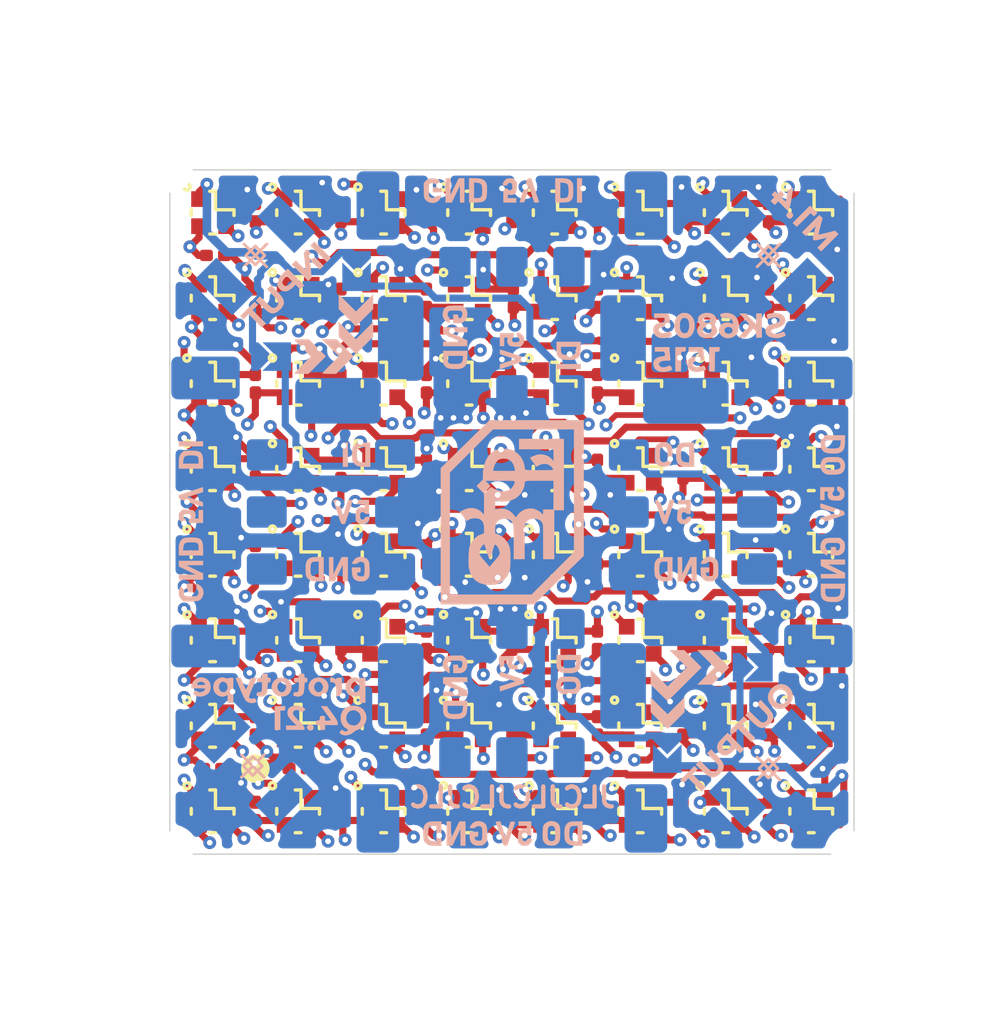
<source format=kicad_pcb>
(kicad_pcb (version 20211014) (generator pcbnew)
  (layers (0 "F.Cu" signal) (1 "In1.Cu" power) (2 "In2.Cu" power) (31 "B.Cu" signal) (34 "B.Paste" user) (35 "F.Paste" user) (36 "B.SilkS" user "B.Silkscreen") (37 "F.SilkS" user "F.Silkscreen") (38 "B.Mask" user) (39 "F.Mask" user) (44 "Edge.Cuts" user))
  (net 0 "")
  (net 1 "GND")
  (net 2 "DIN")
  (net 3 "+5V")
  (net 4 "DOUT")
  (net 5 "Net-(LED1-Pad3)")
  (net 6 "Net-(LED2-Pad3)")
  (net 7 "Net-(LED3-Pad3)")
  (net 8 "Net-(LED4-Pad3)")
  (net 9 "Net-(LED5-Pad3)")
  (net 10 "Net-(LED6-Pad3)")
  (net 11 "Net-(LED7-Pad3)")
  (net 12 "Net-(LED8-Pad3)")
  (net 13 "Net-(LED10-Pad1)")
  (net 14 "Net-(LED10-Pad3)")
  (net 15 "Net-(LED11-Pad3)")
  (net 16 "Net-(LED12-Pad3)")
  (net 17 "Net-(LED13-Pad3)")
  (net 18 "Net-(LED14-Pad3)")
  (net 19 "Net-(LED15-Pad3)")
  (net 20 "Net-(LED16-Pad3)")
  (net 21 "Net-(LED17-Pad3)")
  (net 22 "Net-(LED18-Pad3)")
  (net 23 "Net-(LED19-Pad3)")
  (net 24 "Net-(LED20-Pad3)")
  (net 25 "Net-(LED21-Pad3)")
  (net 26 "Net-(LED22-Pad3)")
  (net 27 "Net-(LED23-Pad3)")
  (net 28 "Net-(LED24-Pad3)")
  (net 29 "Net-(LED25-Pad3)")
  (net 30 "Net-(LED26-Pad3)")
  (net 31 "Net-(LED27-Pad3)")
  (net 32 "Net-(LED28-Pad3)")
  (net 33 "Net-(LED29-Pad3)")
  (net 34 "Net-(LED30-Pad3)")
  (net 35 "Net-(LED31-Pad3)")
  (net 36 "Net-(LED32-Pad3)")
  (net 37 "Net-(LED33-Pad3)")
  (net 38 "Net-(LED34-Pad3)")
  (net 39 "Net-(LED35-Pad3)")
  (net 40 "Net-(LED36-Pad3)")
  (net 41 "Net-(LED37-Pad3)")
  (net 42 "Net-(LED38-Pad3)")
  (net 43 "Net-(LED39-Pad3)")
  (net 44 "Net-(LED40-Pad3)")
  (net 45 "Net-(LED41-Pad3)")
  (net 46 "Net-(LED42-Pad3)")
  (net 47 "Net-(LED43-Pad3)")
  (net 48 "Net-(LED44-Pad3)")
  (net 49 "Net-(LED45-Pad3)")
  (net 50 "Net-(LED46-Pad3)")
  (net 51 "Net-(LED47-Pad3)")
  (net 52 "Net-(LED48-Pad3)")
  (net 53 "Net-(LED49-Pad3)")
  (net 54 "Net-(LED50-Pad3)")
  (net 55 "Net-(LED51-Pad3)")
  (net 56 "Net-(LED52-Pad3)")
  (net 57 "Net-(LED53-Pad3)")
  (net 58 "Net-(LED54-Pad3)")
  (net 59 "Net-(LED55-Pad3)")
  (net 60 "Net-(LED56-Pad3)")
  (net 61 "Net-(LED57-Pad3)")
  (net 62 "Net-(LED58-Pad3)")
  (net 63 "Net-(LED59-Pad3)")
  (net 64 "Net-(LED60-Pad3)")
  (net 65 "Net-(LED61-Pad3)")
  (net 66 "Net-(LED62-Pad3)")
  (net 67 "Net-(LED63-Pad3)")
  (footprint "_led:SK6805-EC15" (layer "F.Cu") (at 51.5 51.5 -90)
    (fp_text reference "LED1" hide)
    (fp_text value "SK6805-EC15")
  )
  (footprint "_led:SK6805-EC15" (layer "F.Cu") (at 54.5 51.5 -90)
    (fp_text reference "LED2" hide)
    (fp_text value "SK6805-EC15")
  )
  (footprint "_led:SK6805-EC15" (layer "F.Cu") (at 57.5 51.5 -90)
    (fp_text reference "LED3" hide)
    (fp_text value "SK6805-EC15")
  )
  (footprint "_led:SK6805-EC15" (layer "F.Cu") (at 60.5 51.5 -90)
    (fp_text reference "LED4" hide)
    (fp_text value "SK6805-EC15")
  )
  (footprint "_led:SK6805-EC15" (layer "F.Cu") (at 63.5 51.5 -90)
    (fp_text reference "LED5" hide)
    (fp_text value "SK6805-EC15")
  )
  (footprint "_led:SK6805-EC15" (layer "F.Cu") (at 66.5 51.5 -90)
    (fp_text reference "LED6" hide)
    (fp_text value "SK6805-EC15")
  )
  (footprint "_led:SK6805-EC15" (layer "F.Cu") (at 69.5 51.5 -90)
    (fp_text reference "LED7" hide)
    (fp_text value "SK6805-EC15")
  )
  (footprint "_led:SK6805-EC15" (layer "F.Cu") (at 72.5 51.5 -90)
    (fp_text reference "LED8" hide)
    (fp_text value "SK6805-EC15")
  )
  (footprint "_led:SK6805-EC15" (layer "F.Cu") (at 51.5 54.5 -90)
    (fp_text reference "LED9" hide)
    (fp_text value "SK6805-EC15")
  )
  (footprint "_led:SK6805-EC15" (layer "F.Cu") (at 54.5 54.5 -90)
    (fp_text reference "LED10" hide)
    (fp_text value "SK6805-EC15")
  )
  (footprint "_led:SK6805-EC15" (layer "F.Cu") (at 57.5 54.5 -90)
    (fp_text reference "LED11" hide)
    (fp_text value "SK6805-EC15")
  )
  (footprint "_led:SK6805-EC15" (layer "F.Cu") (at 60.5 54.5 -90)
    (fp_text reference "LED12" hide)
    (fp_text value "SK6805-EC15")
  )
  (footprint "_led:SK6805-EC15" (layer "F.Cu") (at 63.5 54.5 -90)
    (fp_text reference "LED13" hide)
    (fp_text value "SK6805-EC15")
  )
  (footprint "_led:SK6805-EC15" (layer "F.Cu") (at 66.5 54.5 -90)
    (fp_text reference "LED14" hide)
    (fp_text value "SK6805-EC15")
  )
  (footprint "_led:SK6805-EC15" (layer "F.Cu") (at 69.5 54.5 -90)
    (fp_text reference "LED15" hide)
    (fp_text value "SK6805-EC15")
  )
  (footprint "_led:SK6805-EC15" (layer "F.Cu") (at 72.5 54.5 -90)
    (fp_text reference "LED16" hide)
    (fp_text value "SK6805-EC15")
  )
  (footprint "_led:SK6805-EC15" (layer "F.Cu") (at 51.5 57.5 -90)
    (fp_text reference "LED17" hide)
    (fp_text value "SK6805-EC15")
  )
  (footprint "_led:SK6805-EC15" (layer "F.Cu") (at 54.5 57.5 -90)
    (fp_text reference "LED18" hide)
    (fp_text value "SK6805-EC15")
  )
  (footprint "_led:SK6805-EC15" (layer "F.Cu") (at 57.5 57.5 -90)
    (fp_text reference "LED19" hide)
    (fp_text value "SK6805-EC15")
  )
  (footprint "_led:SK6805-EC15" (layer "F.Cu") (at 60.5 57.5 -90)
    (fp_text reference "LED20" hide)
    (fp_text value "SK6805-EC15")
  )
  (footprint "_led:SK6805-EC15" (layer "F.Cu") (at 63.5 57.5 -90)
    (fp_text reference "LED21" hide)
    (fp_text value "SK6805-EC15")
  )
  (footprint "_led:SK6805-EC15" (layer "F.Cu") (at 66.5 57.5 -90)
    (fp_text reference "LED22" hide)
    (fp_text value "SK6805-EC15")
  )
  (footprint "_led:SK6805-EC15" (layer "F.Cu") (at 69.5 57.5 -90)
    (fp_text reference "LED23" hide)
    (fp_text value "SK6805-EC15")
  )
  (footprint "_led:SK6805-EC15" (layer "F.Cu") (at 72.5 57.5 -90)
    (fp_text reference "LED24" hide)
    (fp_text value "SK6805-EC15")
  )
  (footprint "_led:SK6805-EC15" (layer "F.Cu") (at 51.5 60.5 -90)
    (fp_text reference "LED25" hide)
    (fp_text value "SK6805-EC15")
  )
  (footprint "_led:SK6805-EC15" (layer "F.Cu") (at 54.5 60.5 -90)
    (fp_text reference "LED26" hide)
    (fp_text value "SK6805-EC15")
  )
  (footprint "_led:SK6805-EC15" (layer "F.Cu") (at 57.5 60.5 -90)
    (fp_text reference "LED27" hide)
    (fp_text value "SK6805-EC15")
  )
  (footprint "_led:SK6805-EC15" (layer "F.Cu") (at 60.5 60.5 -90)
    (fp_text reference "LED28" hide)
    (fp_text value "SK6805-EC15")
  )
  (footprint "_led:SK6805-EC15" (layer "F.Cu") (at 63.5 60.5 -90)
    (fp_text reference "LED29" hide)
    (fp_text value "SK6805-EC15")
  )
  (footprint "_led:SK6805-EC15" (layer "F.Cu") (at 66.5 60.5 -90)
    (fp_text reference "LED30" hide)
    (fp_text value "SK6805-EC15")
  )
  (footprint "_led:SK6805-EC15" (layer "F.Cu") (at 69.5 60.5 -90)
    (fp_text reference "LED31" hide)
    (fp_text value "SK6805-EC15")
  )
  (footprint "_led:SK6805-EC15" (layer "F.Cu") (at 72.5 60.5 -90)
    (fp_text reference "LED32" hide)
    (fp_text value "SK6805-EC15")
  )
  (footprint "_led:SK6805-EC15" (layer "F.Cu") (at 51.5 63.5 -90)
    (fp_text reference "LED33" hide)
    (fp_text value "SK6805-EC15")
  )
  (footprint "_led:SK6805-EC15" (layer "F.Cu") (at 54.5 63.5 -90)
    (fp_text reference "LED34" hide)
    (fp_text value "SK6805-EC15")
  )
  (footprint "_led:SK6805-EC15" (layer "F.Cu") (at 57.5 63.5 -90)
    (fp_text reference "LED35" hide)
    (fp_text value "SK6805-EC15")
  )
  (footprint "_led:SK6805-EC15" (layer "F.Cu") (at 60.5 63.5 -90)
    (fp_text reference "LED36" hide)
    (fp_text value "SK6805-EC15")
  )
  (footprint "_led:SK6805-EC15" (layer "F.Cu") (at 63.5 63.5 -90)
    (fp_text reference "LED37" hide)
    (fp_text value "SK6805-EC15")
  )
  (footprint "_led:SK6805-EC15" (layer "F.Cu") (at 66.5 63.5 -90)
    (fp_text reference "LED38" hide)
    (fp_text value "SK6805-EC15")
  )
  (footprint "_led:SK6805-EC15" (layer "F.Cu") (at 69.5 63.5 -90)
    (fp_text reference "LED39" hide)
    (fp_text value "SK6805-EC15")
  )
  (footprint "_led:SK6805-EC15" (layer "F.Cu") (at 72.5 63.5 -90)
    (fp_text reference "LED40" hide)
    (fp_text value "SK6805-EC15")
  )
  (footprint "_led:SK6805-EC15" (layer "F.Cu") (at 51.5 66.5 -90)
    (fp_text reference "LED41" hide)
    (fp_text value "SK6805-EC15")
  )
  (footprint "_led:SK6805-EC15" (layer "F.Cu") (at 54.5 66.5 -90)
    (fp_text reference "LED42" hide)
    (fp_text value "SK6805-EC15")
  )
  (footprint "_led:SK6805-EC15" (layer "F.Cu") (at 57.5 66.5 -90)
    (fp_text reference "LED43" hide)
    (fp_text value "SK6805-EC15")
  )
  (footprint "_led:SK6805-EC15" (layer "F.Cu") (at 60.5 66.5 -90)
    (fp_text reference "LED44" hide)
    (fp_text value "SK6805-EC15")
  )
  (footprint "_led:SK6805-EC15" (layer "F.Cu") (at 63.5 66.5 -90)
    (fp_text reference "LED45" hide)
    (fp_text value "SK6805-EC15")
  )
  (footprint "_led:SK6805-EC15" (layer "F.Cu") (at 66.5 66.5 -90)
    (fp_text reference "LED46" hide)
    (fp_text value "SK6805-EC15")
  )
  (footprint "_led:SK6805-EC15" (layer "F.Cu") (at 69.5 66.5 -90)
    (fp_text reference "LED47" hide)
    (fp_text value "SK6805-EC15")
  )
  (footprint "_led:SK6805-EC15" (layer "F.Cu") (at 72.5 66.5 -90)
    (fp_text reference "LED48" hide)
    (fp_text value "SK6805-EC15")
  )
  (footprint "_led:SK6805-EC15" (layer "F.Cu") (at 51.5 69.5 -90)
    (fp_text reference "LED49" hide)
    (fp_text value "SK6805-EC15")
  )
  (footprint "_led:SK6805-EC15" (layer "F.Cu") (at 54.5 69.5 -90)
    (fp_text reference "LED50" hide)
    (fp_text value "SK6805-EC15")
  )
  (footprint "_led:SK6805-EC15" (layer "F.Cu") (at 57.5 69.5 -90)
    (fp_text reference "LED51" hide)
    (fp_text value "SK6805-EC15")
  )
  (footprint "_led:SK6805-EC15" (layer "F.Cu") (at 60.5 69.5 -90)
    (fp_text reference "LED52" hide)
    (fp_text value "SK6805-EC15")
  )
  (footprint "_led:SK6805-EC15" (layer "F.Cu") (at 63.5 69.5 -90)
    (fp_text reference "LED53" hide)
    (fp_text value "SK6805-EC15")
  )
  (footprint "_led:SK6805-EC15" (layer "F.Cu") (at 66.5 69.5 -90)
    (fp_text reference "LED54" hide)
    (fp_text value "SK6805-EC15")
  )
  (footprint "_led:SK6805-EC15" (layer "F.Cu") (at 69.5 69.5 -90)
    (fp_text reference "LED55" hide)
    (fp_text value "SK6805-EC15")
  )
  (footprint "_led:SK6805-EC15" (layer "F.Cu") (at 72.5 69.5 -90)
    (fp_text reference "LED56" hide)
    (fp_text value "SK6805-EC15")
  )
  (footprint "_led:SK6805-EC15" (layer "F.Cu") (at 51.5 72.5 -90)
    (fp_text reference "LED57" hide)
    (fp_text value "SK6805-EC15")
  )
  (footprint "_led:SK6805-EC15" (layer "F.Cu") (at 54.5 72.5 -90)
    (fp_text reference "LED58" hide)
    (fp_text value "SK6805-EC15")
  )
  (footprint "_led:SK6805-EC15" (layer "F.Cu") (at 57.5 72.5 -90)
    (fp_text reference "LED59" hide)
    (fp_text value "SK6805-EC15")
  )
  (footprint "_led:SK6805-EC15" (layer "F.Cu") (at 60.5 72.5 -90)
    (fp_text reference "LED60" hide)
    (fp_text value "SK6805-EC15")
  )
  (footprint "_led:SK6805-EC15" (layer "F.Cu") (at 63.5 72.5 -90)
    (fp_text reference "LED61" hide)
    (fp_text value "SK6805-EC15")
  )
  (footprint "_led:SK6805-EC15" (layer "F.Cu") (at 66.5 72.5 -90)
    (fp_text reference "LED62" hide)
    (fp_text value "SK6805-EC15")
  )
  (footprint "_led:SK6805-EC15" (layer "F.Cu") (at 69.5 72.5 -90)
    (fp_text reference "LED63" hide)
    (fp_text value "SK6805-EC15")
  )
  (footprint "_led:SK6805-EC15" (layer "F.Cu") (at 72.5 72.5 -90)
    (fp_text reference "LED64" hide)
    (fp_text value "SK6805-EC15")
  )
  (footprint "_kicad_selfmadeStandartFootprint:MountingHole_1.6mm_M1.4" (layer "F.Cu") (at 50 50)
    (fp_text reference "REF**" hide)
    (fp_text value "MountingHole_1.6mm_M1.4" hide)
  )
  (footprint "_kicad_selfmadeStandartFootprint:MountingHole_1.6mm_M1.4" (layer "F.Cu") (at 74 50)
    (fp_text reference "REF**" hide)
    (fp_text value "MountingHole_1.6mm_M1.4" hide)
  )
  (footprint "_kicad_selfmadeStandartFootprint:MountingHole_1.6mm_M1.4" (layer "F.Cu") (at 74 74)
    (fp_text reference "REF**" hide)
    (fp_text value "MountingHole_1.6mm_M1.4" hide)
  )
  (footprint "_kicad_selfmadeStandartFootprint:MountingHole_1.6mm_M1.4" (layer "F.Cu") (at 50 74)
    (fp_text reference "REF**" hide)
    (fp_text value "MountingHole_1.6mm_M1.4" hide)
  )
  (footprint "Capacitor_SMD:C_0201_0603Metric" (layer "F.Cu") (at 53 51.5 90)
    (fp_text reference "REF**" hide)
    (fp_text value "C_0201_0603Metric")
  )
  (footprint "Capacitor_SMD:C_0201_0603Metric" (layer "F.Cu") (at 56 51.5 90)
    (fp_text reference "REF**" hide)
    (fp_text value "C_0201_0603Metric")
  )
  (footprint "Capacitor_SMD:C_0201_0603Metric" (layer "F.Cu") (at 59 51.5 90)
    (fp_text reference "REF**" hide)
    (fp_text value "C_0201_0603Metric")
  )
  (footprint "Capacitor_SMD:C_0201_0603Metric" (layer "F.Cu") (at 62 51.5 90)
    (fp_text reference "REF**" hide)
    (fp_text value "C_0201_0603Metric")
  )
  (footprint "Capacitor_SMD:C_0201_0603Metric" (layer "F.Cu") (at 65 51.5 90)
    (fp_text reference "REF**" hide)
    (fp_text value "C_0201_0603Metric")
  )
  (footprint "Capacitor_SMD:C_0201_0603Metric" (layer "F.Cu") (at 68 51.5 90)
    (fp_text reference "REF**" hide)
    (fp_text value "C_0201_0603Metric")
  )
  (footprint "Capacitor_SMD:C_0201_0603Metric" (layer "F.Cu") (at 71 51.5 90)
    (fp_text reference "REF**" hide)
    (fp_text value "C_0201_0603Metric")
  )
  (footprint "Capacitor_SMD:C_0201_0603Metric" (layer "F.Cu") (at 53 54.5 90)
    (fp_text reference "REF**" hide)
    (fp_text value "C_0201_0603Metric")
  )
  (footprint "Capacitor_SMD:C_0201_0603Metric" (layer "F.Cu") (at 56 54.5 90)
    (fp_text reference "REF**" hide)
    (fp_text value "C_0201_0603Metric")
  )
  (footprint "Capacitor_SMD:C_0201_0603Metric" (layer "F.Cu") (at 59 54.5 90)
    (fp_text reference "REF**" hide)
    (fp_text value "C_0201_0603Metric")
  )
  (footprint "Capacitor_SMD:C_0201_0603Metric" (layer "F.Cu") (at 62.05 54.5 90)
    (fp_text reference "REF**" hide)
    (fp_text value "C_0201_0603Metric")
  )
  (footprint "Capacitor_SMD:C_0201_0603Metric" (layer "F.Cu") (at 65 54.5 90)
    (fp_text reference "REF**" hide)
    (fp_text value "C_0201_0603Metric")
  )
  (footprint "Capacitor_SMD:C_0201_0603Metric" (layer "F.Cu") (at 68 54.5 90)
    (fp_text reference "REF**" hide)
    (fp_text value "C_0201_0603Metric")
  )
  (footprint "Capacitor_SMD:C_0201_0603Metric" (layer "F.Cu") (at 71 54.5 90)
    (fp_text reference "REF**" hide)
    (fp_text value "C_0201_0603Metric")
  )
  (footprint "Capacitor_SMD:C_0201_0603Metric" (layer "F.Cu") (at 53 57.5 90)
    (fp_text reference "REF**" hide)
    (fp_text value "C_0201_0603Metric")
  )
  (footprint "Capacitor_SMD:C_0201_0603Metric" (layer "F.Cu") (at 56 57.5 90)
    (fp_text reference "REF**" hide)
    (fp_text value "C_0201_0603Metric")
  )
  (footprint "Capacitor_SMD:C_0201_0603Metric" (layer "F.Cu") (at 59 57.5 90)
    (fp_text reference "REF**" hide)
    (fp_text value "C_0201_0603Metric")
  )
  (footprint "Capacitor_SMD:C_0201_0603Metric" (layer "F.Cu") (at 61.95 57.5 90)
    (fp_text reference "REF**" hide)
    (fp_text value "C_0201_0603Metric")
  )
  (footprint "Capacitor_SMD:C_0201_0603Metric" (layer "F.Cu") (at 65 57.5 90)
    (fp_text reference "REF**" hide)
    (fp_text value "C_0201_0603Metric")
  )
  (footprint "Capacitor_SMD:C_0201_0603Metric" (layer "F.Cu") (at 68 57.5 90)
    (fp_text reference "REF**" hide)
    (fp_text value "C_0201_0603Metric")
  )
  (footprint "Capacitor_SMD:C_0201_0603Metric" (layer "F.Cu") (at 71 57.5 90)
    (fp_text reference "REF**" hide)
    (fp_text value "C_0201_0603Metric")
  )
  (footprint "Capacitor_SMD:C_0201_0603Metric" (layer "F.Cu") (at 53 60.45 90)
    (fp_text reference "REF**" hide)
    (fp_text value "C_0201_0603Metric")
  )
  (footprint "Capacitor_SMD:C_0201_0603Metric" (layer "F.Cu") (at 56 60.5 90)
    (fp_text reference "REF**" hide)
    (fp_text value "C_0201_0603Metric")
  )
  (footprint "Capacitor_SMD:C_0201_0603Metric" (layer "F.Cu") (at 59 60.5 90)
    (fp_text reference "REF**" hide)
    (fp_text value "C_0201_0603Metric")
  )
  (footprint "Capacitor_SMD:C_0201_0603Metric" (layer "F.Cu") (at 62 60.5 90)
    (fp_text reference "REF**" hide)
    (fp_text value "C_0201_0603Metric")
  )
  (footprint "Capacitor_SMD:C_0201_0603Metric" (layer "F.Cu") (at 65 60.5 90)
    (fp_text reference "REF**" hide)
    (fp_text value "C_0201_0603Metric")
  )
  (footprint "Capacitor_SMD:C_0201_0603Metric" (layer "F.Cu") (at 68 60.5 90)
    (fp_text reference "REF**" hide)
    (fp_text value "C_0201_0603Metric")
  )
  (footprint "Capacitor_SMD:C_0201_0603Metric" (layer "F.Cu") (at 71 60.5 90)
    (fp_text reference "REF**" hide)
    (fp_text value "C_0201_0603Metric")
  )
  (footprint "Capacitor_SMD:C_0201_0603Metric" (layer "F.Cu") (at 53 63.5 90)
    (fp_text reference "REF**" hide)
    (fp_text value "C_0201_0603Metric")
  )
  (footprint "Capacitor_SMD:C_0201_0603Metric" (layer "F.Cu") (at 56 63.5 90)
    (fp_text reference "REF**" hide)
    (fp_text value "C_0201_0603Metric")
  )
  (footprint "Capacitor_SMD:C_0201_0603Metric" (layer "F.Cu") (at 59 63.5 90)
    (fp_text reference "REF**" hide)
    (fp_text value "C_0201_0603Metric")
  )
  (footprint "Capacitor_SMD:C_0201_0603Metric" (layer "F.Cu") (at 62 63.5 90)
    (fp_text reference "REF**" hide)
    (fp_text value "C_0201_0603Metric")
  )
  (footprint "Capacitor_SMD:C_0201_0603Metric" (layer "F.Cu") (at 65 63.5 90)
    (fp_text reference "REF**" hide)
    (fp_text value "C_0201_0603Metric")
  )
  (footprint "Capacitor_SMD:C_0201_0603Metric" (layer "F.Cu") (at 68 63.5 90)
    (fp_text reference "REF**" hide)
    (fp_text value "C_0201_0603Metric")
  )
  (footprint "Capacitor_SMD:C_0201_0603Metric" (layer "F.Cu") (at 71 63.5 90)
    (fp_text reference "REF**" hide)
    (fp_text value "C_0201_0603Metric")
  )
  (footprint "Capacitor_SMD:C_0201_0603Metric" (layer "F.Cu") (at 53 66.5 90)
    (fp_text reference "REF**" hide)
    (fp_text value "C_0201_0603Metric")
  )
  (footprint "Capacitor_SMD:C_0201_0603Metric" (layer "F.Cu") (at 56 66.5 90)
    (fp_text reference "REF**" hide)
    (fp_text value "C_0201_0603Metric")
  )
  (footprint "Capacitor_SMD:C_0201_0603Metric" (layer "F.Cu") (at 59 66.5 90)
    (fp_text reference "REF**" hide)
    (fp_text value "C_0201_0603Metric")
  )
  (footprint "Capacitor_SMD:C_0201_0603Metric" (layer "F.Cu") (at 62 66.5 90)
    (fp_text reference "REF**" hide)
    (fp_text value "C_0201_0603Metric")
  )
  (footprint "Capacitor_SMD:C_0201_0603Metric" (layer "F.Cu") (at 65 66.5 90)
    (fp_text reference "REF**" hide)
    (fp_text value "C_0201_0603Metric")
  )
  (footprint "Capacitor_SMD:C_0201_0603Metric" (layer "F.Cu") (at 68 66.5 90)
    (fp_text reference "REF**" hide)
    (fp_text value "C_0201_0603Metric")
  )
  (footprint "Capacitor_SMD:C_0201_0603Metric" (layer "F.Cu") (at 71 66.5 90)
    (fp_text reference "REF**" hide)
    (fp_text value "C_0201_0603Metric")
  )
  (footprint "Capacitor_SMD:C_0201_0603Metric" (layer "F.Cu") (at 53 69.5 90)
    (fp_text reference "REF**" hide)
    (fp_text value "C_0201_0603Metric")
  )
  (footprint "Capacitor_SMD:C_0201_0603Metric" (layer "F.Cu") (at 56 69.5 90)
    (fp_text reference "REF**" hide)
    (fp_text value "C_0201_0603Metric")
  )
  (footprint "Capacitor_SMD:C_0201_0603Metric" (layer "F.Cu") (at 59 69.5 90)
    (fp_text reference "REF**" hide)
    (fp_text value "C_0201_0603Metric")
  )
  (footprint "Capacitor_SMD:C_0201_0603Metric" (layer "F.Cu") (at 62 69.5 90)
    (fp_text reference "REF**" hide)
    (fp_text value "C_0201_0603Metric")
  )
  (footprint "Capacitor_SMD:C_0201_0603Metric" (layer "F.Cu") (at 65 69.5 90)
    (fp_text reference "REF**" hide)
    (fp_text value "C_0201_0603Metric")
  )
  (footprint "Capacitor_SMD:C_0201_0603Metric" (layer "F.Cu") (at 68 69.5 90)
    (fp_text reference "REF**" hide)
    (fp_text value "C_0201_0603Metric")
  )
  (footprint "Capacitor_SMD:C_0201_0603Metric" (layer "F.Cu") (at 71 69.5 90)
    (fp_text reference "REF**" hide)
    (fp_text value "C_0201_0603Metric")
  )
  (footprint "Capacitor_SMD:C_0201_0603Metric" (layer "F.Cu") (at 53 72.5 90)
    (fp_text reference "REF**" hide)
    (fp_text value "C_0201_0603Metric")
  )
  (footprint "Capacitor_SMD:C_0201_0603Metric" (layer "F.Cu") (at 56 72.5 90)
    (fp_text reference "REF**" hide)
    (fp_text value "C_0201_0603Metric")
  )
  (footprint "Capacitor_SMD:C_0201_0603Metric" (layer "F.Cu") (at 59 72.5 90)
    (fp_text reference "REF**" hide)
    (fp_text value "C_0201_0603Metric")
  )
  (footprint "Capacitor_SMD:C_0201_0603Metric" (layer "F.Cu") (at 62 72.5 90)
    (fp_text reference "REF**" hide)
    (fp_text value "C_0201_0603Metric")
  )
  (footprint "Capacitor_SMD:C_0201_0603Metric" (layer "F.Cu") (at 65 72.5 90)
    (fp_text reference "REF**" hide)
    (fp_text value "C_0201_0603Metric")
  )
  (footprint "Capacitor_SMD:C_0201_0603Metric" (layer "F.Cu") (at 68 72.5 90)
    (fp_text reference "REF**" hide)
    (fp_text value "C_0201_0603Metric")
  )
  (footprint "Capacitor_SMD:C_0201_0603Metric" (layer "F.Cu") (at 71 72.5 90)
    (fp_text reference "REF**" hide)
    (fp_text value "C_0201_0603Metric")
  )
  (footprint "Capacitor_SMD:C_0201_0603Metric" (layer "F.Cu") (at 51.6 53)
    (fp_text reference "REF**" hide)
    (fp_text value "C_0201_0603Metric")
  )
  (footprint "Capacitor_SMD:C_0201_0603Metric" (layer "F.Cu") (at 51.5 56)
    (fp_text reference "REF**" hide)
    (fp_text value "C_0201_0603Metric")
  )
  (footprint "Capacitor_SMD:C_0201_0603Metric" (layer "F.Cu") (at 51.5 59)
    (fp_text reference "REF**" hide)
    (fp_text value "C_0201_0603Metric")
  )
  (footprint "Capacitor_SMD:C_0201_0603Metric" (layer "F.Cu") (at 51.5 62)
    (fp_text reference "REF**" hide)
    (fp_text value "C_0201_0603Metric")
  )
  (footprint "Capacitor_SMD:C_0201_0603Metric" (layer "F.Cu") (at 51.5 65)
    (fp_text reference "REF**" hide)
    (fp_text value "C_0201_0603Metric")
  )
  (footprint "Capacitor_SMD:C_0201_0603Metric" (layer "F.Cu") (at 51.5 68)
    (fp_text reference "REF**" hide)
    (fp_text value "C_0201_0603Metric")
  )
  (footprint "Capacitor_SMD:C_0201_0603Metric" (layer "F.Cu") (at 51.5 71)
    (fp_text reference "REF**" hide)
    (fp_text value "C_0201_0603Metric")
  )
  (footprint "Capacitor_SMD:C_0201_0603Metric" (layer "F.Cu") (at 54.5 71)
    (fp_text reference "REF**" hide)
    (fp_text value "C_0201_0603Metric")
  )
  (footprint "_somestuff:Test_Ring_RCWCTE" (layer "B.Cu") (at 53 53 45)
    (fp_text reference "REF**" hide)
    (fp_text value "Test_Ring_RCWCTE")
  )
  (footprint "_somestuff:Test_Ring_RCWCTE" (layer "B.Cu") (at 71 53 -45)
    (fp_text reference "REF**" hide)
    (fp_text value "Test_Ring_RCWCTE")
  )
  (footprint "Jumper:SolderJumper-2_1x2mm" (layer "B.Cu") (at 53.6 56.55 180)
    (fp_text reference "REF**" hide)
    (fp_text value "SolderJumper-2_1x1.4mm" hide)
  )
  (footprint "Jumper:SolderJumper-2_1x2mm" (layer "B.Cu") (at 56.55 53.6 90)
    (fp_text reference "REF**" hide)
    (fp_text value "SolderJumper-2_1x1.4mm" hide)
  )
  (footprint "Jumper:SolderJumper-2_1x2mm" (layer "B.Cu") (at 67.45 70.5 90)
    (fp_text reference "REF**" hide)
    (fp_text value "SolderJumper-2_1x1.4mm" hide)
  )
  (footprint "Jumper:SolderJumper-2_1x2mm" (layer "B.Cu") (at 70.5 67.45 180)
    (fp_text reference "REF**" hide)
    (fp_text value "SolderJumper-2_1x1.4mm" hide)
  )
  (footprint "_conn:Conn_HYBRID_DF59_&_PH_&_M22-5320305" (layer "B.Cu") (at 62 66.1)
    (fp_text reference "REF**" hide)
    (fp_text value "Conn_HYBRID_DF59_&_PH_&_M22-5320305")
  )
  (footprint "_conn:Conn_HYBRID_DF59_&_PH_&_M22-5320305" (layer "B.Cu") (at 57.9 62 -90)
    (fp_text reference "REF**" hide)
    (fp_text value "Conn_HYBRID_DF59_&_PH_&_M22-5320305")
  )
  (footprint "_conn:Conn_HYBRID_DF59_&_PH_&_M22-5320305" (layer "B.Cu") (at 62 57.9 180)
    (fp_text reference "REF**" hide)
    (fp_text value "Conn_HYBRID_DF59_&_PH_&_M22-5320305")
  )
  (footprint "_conn:Conn_HYBRID_DF59_&_PH_&_M22-5320305" (layer "B.Cu") (at 66.1 62 90)
    (fp_text reference "REF**" hide)
    (fp_text value "Conn_HYBRID_DF59_&_PH_&_M22-5320305")
  )
  (footprint "sk6805_silklib:kicad_back_print" (layer "B.Cu") (at 62 62 180)
    (fp_text reference "G***" hide)
    (fp_text value "LOGO" hide)
  )
  (footprint "_somestuff:Test_Ring_RCWCTE" (layer "B.Cu") (at 71 71 -135)
    (fp_text reference "REF**" hide)
    (fp_text value "Test_Ring_RCWCTE")
  )
  (footprint "_somestuff:Test_Ring_RCWCTE" (layer "B.Cu") (at 52.911056 70.911056 135)
    (fp_text reference "REF**" hide)
    (fp_text value "Test_Ring_RCWCTE")
  )
  (gr_circle (center 53 71) (end 53.25 71) (layer "F.SilkS") (width 0.5) (fill none))
  (gr_line (start 50 74) (end 50 50) (layer "Edge.Cuts") (width 0.05))
  (gr_line (start 50 50) (end 74 50) (layer "Edge.Cuts") (width 0.05))
  (gr_line (start 74 74) (end 50 74) (layer "Edge.Cuts") (width 0.05))
  (gr_line (start 74 50) (end 74 74) (layer "Edge.Cuts") (width 0.05))
  (gr_text "JLCJLCJLCJLC" (at 62 72.01) (layer "B.SilkS") (effects (font (size 0.7 0.7) (thickness 0.153)) (justify mirror)))
  (segment (start 61.13 63.18) (end 60.975 63.025) (width 0.25) (layer "F.Cu") (net 1))
  (segment (start 72.975 69.025) (end 72.975 68.875) (width 0.25) (layer "F.Cu") (net 1))
  (segment (start 52.633588 53.813588) (end 52.633588 53.466412) (width 0.25) (layer "F.Cu") (net 1))
  (segment (start 71 66.18) (end 70.78 66.18) (width 0.25) (layer "F.Cu") (net 1))
  (segment (start 55.13086 71) (end 54.82 71) (width 0.25) (layer "F.Cu") (net 1))
  (segment (start 62 50.999996) (end 61.649994 50.64999) (width 0.25) (layer "F.Cu") (net 1))
  (segment (start 67.13 54.18) (end 66.975 54.025) (width 0.25) (layer "F.Cu") (net 1))
  (segment (start 58.8 72.18) (end 58.576224 71.956224) (width 0.25) (layer "F.Cu") (net 1))
  (segment (start 67.13 51.18) (end 66.975 51.025) (width 0.25) (layer "F.Cu") (net 1))
  (segment (start 61.55 71.75) (end 61.8 71.75) (width 0.25) (layer "F.Cu") (net 1))
  (segment (start 68 63.18) (end 67.13 63.18) (width 0.25) (layer "F.Cu") (net 1))
  (segment (start 55.260999 56.440999) (end 55.260999 56.266587) (width 0.25) (layer "F.Cu") (net 1))
  (segment (start 67.13 60.18) (end 66.975 60.025) (width 0.25) (layer "F.Cu") (net 1))
  (segment (start 59 66.18) (end 58.647136 66.18) (width 0.25) (layer "F.Cu") (net 1))
  (segment (start 67.13 69.18) (end 66.975 69.025) (width 0.25) (layer "F.Cu") (net 1))
  (segment (start 72.975 69.025) (end 73.295002 69.025) (width 0.25) (layer "F.Cu") (net 1))
  (segment (start 70.13 60.18) (end 69.975 60.025) (width 0.25) (layer "F.Cu") (net 1))
  (segment (start 52.178431 56) (end 52.312057 56.133626) (width 0.25) (layer "F.Cu") (net 1))
  (segment (start 71 63.18) (end 71 63.1) (width 0.25) (layer "F.Cu") (net 1))
  (segment (start 66.470444 65.300358) (end 66.187602 65.300358) (width 0.25) (layer "F.Cu") (net 1))
  (segment (start 51.82 71) (end 51.997267 71) (width 0.25) (layer "F.Cu") (net 1))
  (segment (start 64.13 54.18) (end 63.975 54.025) (width 0.25) (layer "F.Cu") (net 1))
  (segment (start 59 54.18) (end 58.13 54.18) (width 0.25) (layer "F.Cu") (net 1))
  (segment (start 58.492116 66.025) (end 58.492126 66.02499) (width 0.25) (layer "F.Cu") (net 1))
  (segment (start 73.575001 66.100001) (end 73.575001 68.099973) (width 0.25) (layer "F.Cu") (net 1))
  (segment (start 56 62.877006) (end 55.900004 62.77701) (width 0.25) (layer "F.Cu") (net 1))
  (segment (start 65 63.18) (end 64.34 62.52) (width 0.25) (layer "F.Cu") (net 1))
  (segment (start 65 69.18) (end 64.13 69.18) (width 0.25) (layer "F.Cu") (net 1))
  (segment (start 71 68.95) (end 71 69.18) (width 0.25) (layer "F.Cu") (net 1))
  (segment (start 60.975 66.025) (end 60.975 65.875) (width 0.25) (layer "F.Cu") (net 1))
  (segment (start 73.575001 70.510001) (end 73.085002 71) (width 0.25) (layer "F.Cu") (net 1))
  (segment (start 56 57.18) (end 55.260999 56.440999) (width 0.25) (layer "F.Cu") (net 1))
  (segment (start 67.13 65.959914) (end 66.470444 65.300358) (width 0.25) (layer "F.Cu") (net 1))
  (segment (start 73.575001 61.824999) (end 73.4 62) (width 0.25) (layer "F.Cu") (net 1))
  (segment (start 51.949996 59) (end 52.324998 59.375002) (width 0.25) (layer "F.Cu") (net 1))
  (segment (start 51.82 56) (end 52.178431 56) (width 0.25) (layer "F.Cu") (net 1))
  (segment (start 59 72.18) (end 58.13 72.18) (width 0.25) (layer "F.Cu") (net 1))
  (segment (start 58.13 72.18) (end 57.975 72.025) (width 0.25) (layer "F.Cu") (net 1))
  (segment (start 59 60.18) (end 58.13 60.18) (width 0.25) (layer "F.Cu") (net 1))
  (segment (start 58.13 57.18) (end 57.975 57.025) (width 0.25) (layer "F.Cu") (net 1))
  (segment (start 56 51.18) (end 55.13 51.18) (width 0.25) (layer "F.Cu") (net 1))
  (segment (start 61.13 66.18) (end 60.975 66.025) (width 0.25) (layer "F.Cu") (net 1))
  (segment (start 68 54.175634) (end 67.624378 53.800012) (width 0.25) (layer "F.Cu") (net 1))
  (segment (start 71 54.18) (end 70.595019 53.775019) (width 0.25) (layer "F.Cu") (net 1))
  (segment (start 62 63.1) (end 61.55 62.65) (width 0.25) (layer "F.Cu") (net 1))
  (segment (start 51.82 62.02) (end 52.5 62.7) (width 0.25) (layer "F.Cu") (net 1))
  (segment (start 68 60.18) (end 67.59138 60.18) (width 0.25) (layer "F.Cu") (net 1))
  (segment (start 65 66.18) (end 65 65.511118) (width 0.25) (layer "F.Cu") (net 1))
  (segment (start 55.13 69.18) (end 54.975 69.025) (width 0.25) (layer "F.Cu") (net 1))
  (segment (start 72.975 54.025) (end 73.5 54.025) (width 0.25) (layer "F.Cu") (net 1))
  (segment (start 55.343801 50.523801) (end 55.343801 50.445817) (width 0.25) (layer "F.Cu") (net 1))
  (segment (start 51.997267 71) (end 52.497199 71.499932) (width 0.25) (layer "F.Cu") (net 1))
  (segment (start 67.13 63.18) (end 66.975 63.025) (width 0.25) (layer "F.Cu") (net 1))
  (segment (start 72.975 66.025) (end 73.5 66.025) (width 0.25) (layer "F.Cu") (net 1))
  (segment (start 59 54.18) (end 58.96 54.18) (width 0.25) (layer "F.Cu") (net 1))
  (segment (start 70.401108 56.581108) (end 70.401108 56.575011) (width 0.25) (layer "F.Cu") (net 1))
  (segment (start 58.13 60.18) (end 57.975 60.025) (width 0.25) (layer "F.Cu") (net 1))
  (segment (start 59 69.18) (end 58.13 69.18) (width 0.25) (layer "F.Cu") (net 1))
  (segment (start 69.975 63.025) (end 70.507389 63.025) (width 0.25) (layer "F.Cu") (net 1))
  (segment (start 62.05 54.18) (end 61.13 54.18) (width 0.25) (layer "F.Cu") (net 1))
  (segment (start 71 72.18) (end 71 71.849984) (width 0.25) (layer "F.Cu") (net 1))
  (segment (start 68 63.18) (end 68 63.100011) (width 0.25) (layer "F.Cu") (net 1))
  (segment (start 65 57.18) (end 64.13 57.18) (width 0.25) (layer "F.Cu") (net 1))
  (segment (start 72.975 57.025) (end 73.075 57.025) (width 0.25) (layer "F.Cu") (net 1))
  (segment (start 72.975 60.025) (end 73.075 60.025) (width 0.25) (layer "F.Cu") (net 1))
  (segment (start 71 60.18) (end 70.13 60.18) (width 0.25) (layer "F.Cu") (net 1))
  (segment (start 73.085002 71) (end 72.9 71) (width 0.25) (layer "F.Cu") (net 1))
  (segment (start 68 50.65) (end 67.95 50.6) (width 0.25) (layer "F.Cu") (net 1))
  (segment (start 73.6 65.219481) (end 73.445357 65.374124) (width 0.25) (layer "F.Cu") (net 1))
  (segment (start 73.075 57.025) (end 73.575001 57.525001) (width 0.25) (layer "F.Cu") (net 1))
  (segment (start 52.13 69.18) (end 51.975 69.025) (width 0.25) (layer "F.Cu") (net 1))
  (segment (start 59 72.18) (end 58.8 72.18) (width 0.25) (layer "F.Cu") (net 1))
  (segment (start 70.7 50.6) (end 71 50.9) (width 0.25) (layer "F.Cu") (net 1))
  (segment (start 61.13 60.18) (end 60.975 60.025) (width 0.25) (layer "F.Cu") (net 1))
  (segment (start 56 59.77968) (end 56.103802 59.675878) (width 0.25) (layer "F.Cu") (net 1))
  (segment (start 56 69.18) (end 55.13 69.18) (width 0.25) (layer "F.Cu") (net 1))
  (segment (start 60.975 66.025) (end 60.75 65.8) (width 0.25) (layer "F.Cu") (net 1))
  (segment (start 71 63.18) (end 70.13 63.18) (width 0.25) (layer "F.Cu") (net 1))
  (segment (start 68 56.70008) (end 67.88992 56.59) (width 0.25) (layer "F.Cu") (net 1))
  (segment (start 51.82 62) (end 51.82 62.02) (width 0.25) (layer "F.Cu") (net 1))
  (segment (start 59 51.18) (end 59 51.050004) (width 0.25) (layer "F.Cu") (net 1))
  (segment (start 57.975 66.025) (end 58.492116 66.025) (width 0.25) (layer "F.Cu") (net 1))
  (segment (start 65 51.18) (end 65 51.15) (width 0.25) (layer "F.Cu") (net 1))
  (segment (start 55.13 60.18) (end 54.975 60.025) (width 0.25) (layer "F.Cu") (net 1))
  (segment (start 62 68.95) (end 62 69.18) (width 0.25) (layer "F.Cu") (net 1))
  (segment (start 65 54.18) (end 64.13 54.18) (width 0.25) (layer "F.Cu") (net 1))
  (segment (start 51.82 59) (end 51.949996 59) (width 0.25) (layer "F.Cu") (net 1))
  (segment (start 52.497199 71.677199) (end 52.497199 71.499932) (width 0.25) (layer "F.Cu") (net 1))
  (segment (start 70.507389 63.025) (end 70.55 62.982389) (width 0.25) (layer "F.Cu") (net 1))
  (segment (start 52.13 51.18) (end 51.975 51.025) (width 0.25) (layer "F.Cu") (net 1))
  (segment (start 56 60.18) (end 55.13 60.18) (width 0.25) (layer "F.Cu") (net 1))
  (segment (start 70.8 68.75) (end 71 68.95) (width 0.25) (layer "F.Cu") (net 1))
  (segment (start 64.34 62.52) (end 64.34 62.43) (width 0.25) (layer "F.Cu") (net 1))
  (segment (start 73.575001 54.100001) (end 73.575001 55.724999) (width 0.25) (layer "F.Cu") (net 1))
  (segment (start 51.92 53) (end 52.167176 53) (width 0.25) (layer "F.Cu") (net 1))
  (segment (start 72.975 51.025) (end 73.5 51.025) (width 0.25) (layer "F.Cu") (net 1))
  (segment (start 62 60.18) (end 61.13 60.18) (width 0.25) (layer "F.Cu") (net 1))
  (segment (start 52.78 63.18) (end 52.5 62.9) (width 0.25) (layer "F.Cu") (net 1))
  (segment (start 71 71.849984) (end 70.700026 71.55001) (width 0.25) (layer "F.Cu") (net 1))
  (segment (start 71 72.18) (end 70.13 72.18) (width 0.25) (layer "F.Cu") (net 1))
  (segment (start 52.324998 59.454998) (end 52.324998 59.375002) (width 0.25) (layer "F.Cu") (net 1))
  (segment (start 64.68 60.18) (end 64.550004 60.050004) (width 0.25) (layer "F.Cu") (net 1))
  (segment (start 56 63.18) (end 55.13 63.18) (width 0.25) (layer "F.Cu") (net 1))
  (segment (start 67.13 57.18) (end 66.975 57.025) (width 0.25) (layer "F.Cu") (net 1))
  (segment (start 68 63.100011) (end 67.503756 62.603767) (width 0.25) (layer "F.Cu") (net 1))
  (segment (start 58.24981 53.46981) (end 58.089878 53.46981) (width 0.25) (layer "F.Cu") (net 1))
  (segment (start 64.13 69.18) (end 63.975 69.025) (width 0.25) (layer "F.Cu") (net 1))
  (segment (start 65 54.18) (end 65 53.892496) (width 0.25) (layer "F.Cu") (net 1))
  (segment (start 71 60.18) (end 71 59.961409) (width 0.25) (layer "F.Cu") (net 1))
  (segment (start 56 66.18) (end 56 65.95) (width 0.25) (layer "F.Cu") (net 1))
  (segment (start 73.636834 51.161834) (end 73.636834 52.566228) (width 0.25) (layer "F.Cu") (net 1))
  (segment (start 53 54.18) (end 52.633588 53.813588) (width 0.25) (layer "F.Cu") (net 1))
  (segment (start 64.093514 56.405071) (end 64.035604 56.462981) (width 0.25) (layer "F.Cu") (net 1))
  (segment (start 56 51.18) (end 55.343801 50.523801) (width 0.25) (layer "F.Cu") (net 1))
  (segment (start 52.13 63.18) (end 51.975 63.025) (width 0.25) (layer "F.Cu") (net 1))
  (segment (start 67.13 66.18) (end 66.975 66.025) (width 0.25) (layer "F.Cu") (net 1))
  (segment (start 59 51.050004) (end 58.65 50.700004) (width 0.25) (layer "F.Cu") (net 1))
  (segment (start 70.55 68.75) (end 70.8 68.75) (width 0.25) (layer "F.Cu") (net 1))
  (segment (start 59 63.18) (end 59 63.100004) (width 0.25) (layer "F.Cu") (net 1))
  (segment (start 68 51.18) (end 67.13 51.18) (width 0.25) (layer "F.Cu") (net 1))
  (segment (start 73.175 63.025) (end 73.6 63.45) (width 0.25) (layer "F.Cu") (net 1))
  (segment (start 61.673557 54.18) (end 62.05 54.18) (width 0.25) (layer "F.Cu") (net 1))
  (segment (start 61.13 57.18) (end 60.975 57.025) (width 0.25) (layer "F.Cu") (net 1))
  (segment (start 61.13 72.18) (end 60.975 72.025) (width 0.25) (layer "F.Cu") (net 1))
  (segment (start 53 63.18) (end 52.13 63.18) (width 0.25) (layer "F.Cu") (net 1))
  (segment (start 71 54.18) (end 70.13 54.18) (width 0.25) (layer "F.Cu") (net 1))
  (segment (start 55.13 57.18) (end 54.975 57.025) (width 0.25) (layer "F.Cu") (net 1))
  (segment (start 71 51.18) (end 70.13 51.18) (width 0.25) (layer "F.Cu") (net 1))
  (segment (start 56 60.18) (end 56 59.77968) (width 0.25) (layer "F.Cu") (net 1))
  (segment (start 53 69.18) (end 52.13 69.18) (width 0.25) (layer "F.Cu") (net 1))
  (segment (start 64.13 63.18) (end 63.975 63.025) (width 0.25) (layer "F.Cu") (net 1))
  (segment (start 61.95 57.18) (end 61.95 56.95) (width 0.25) (layer "F.Cu") (net 1))
  (segment (start 53 56.821569) (end 52.312057 56.133626) (width 0.25) (layer "F.Cu") (net 1))
  (segment (start 56 63.18) (end 56 62.877006) (width 0.25) (layer "F.Cu") (net 1))
  (segment (start 64.87487 71.75487) (end 64.546586 71.75487) (width 0.25) (layer "F.Cu") (net 1))
  (segment (start 53 60.13) (end 52.08 60.13) (width 0.25) (layer "F.Cu") (net 1))
  (segment (start 71 66.18) (end 70.13 66.18) (width 0.25) (layer "F.Cu") (net 1))
  (segment (start 73.575001 58.824999) (end 73.4 59) (width 0.25) (layer "F.Cu") (net 1))
  (segment (start 68 57.18) (end 68 56.70008) (width 0.25) (layer "F.Cu") (net 1))
  (segment (start 59 69.18) (end 59 68.607522) (width 0.25) (layer "F.Cu") (net 1))
  (segment (start 71.1 65.55) (end 71.1 66.08) (width 0.25) (layer "F.Cu") (net 1))
  (segment (start 68 54.18) (end 68 54.175634) (width 0.25) (layer "F.Cu") (net 1))
  (segment (start 51.82 68) (end 51.89999 68) (width 0.25) (layer "F.Cu") (net 1))
  (segment (start 52.303897 65.483897) (end 52.350793 65.483897) (width 0.25) (layer "F.Cu") (net 1))
  (segment (start 55.2 65.15) (end 53.9 65.15) (width 0.25) (layer "F.Cu") (net 1))
  (segment (start 62 63.18) (end 61.13 63.18) (width 0.25) (layer "F.Cu") (net 1))
  (segment (start 68 72.18) (end 67.13 72.18) (width 0.25) (layer "F.Cu") (net 1))
  (segment (start 67.13 66.18) (end 67.13 65.959914) (width 0.25) (layer "F.Cu") (net 1))
  (segment (start 52.167176 53) (end 52.633588 53.466412) (width 0.25) (layer "F.Cu") (net 1))
  (segment (start 55.81543 71.68457) (end 56 71.86914) (width 0.25) (layer "F.Cu") (net 1))
  (segment (start 59 60.18) (end 59 59.786627) (width 0.25) (layer "F.Cu") (net 1))
  (segment (start 72.975 71.075) (end 72.9 71) (width 0.25) (layer "F.Cu") (net 1))
  (segment (start 73.575001 55.724999) (end 73.3 56) (width 0.25) (layer "F.Cu") (net 1))
  (segment (start 53 57.18) (end 53 56.821569) (width 0.25) (layer "F.Cu") (net 1))
  (segment (start 65 51.18) (end 64.13 51.18) (width 0.25) (layer "F.Cu") (net 1))
  (segment (start 56 72.18) (end 55.13 72.18) (width 0.25) (layer "F.Cu") (net 1))
  (segment (start 53 54.18) (end 52.13 54.18) (width 0.25) (layer "F.Cu") (net 1))
  (segment (start 72.975 63.025) (end 73.175 63.025) (width 0.25) (layer "F.Cu") (net 1))
  (segment (start 61.13 54.18) (end 60.975 54.025) (width 0.25) (layer "F.Cu") (net 1))
  (segment (start 51.82 56) (end 51.895002 56.075002) (width 0.25) (layer "F.Cu") (net 1))
  (segment (start 72.975 72.025) (end 72.975 71.875) (width 0.25) (layer "F.Cu") (net 1))
  (segment (start 55.81543 71.68457) (end 55.13086 71) (width 0.25) (layer "F.Cu") (net 1))
  (segment (start 56 71.86914) (end 56 72.18) (width 0.25) (layer "F.Cu") (net 1))
  (segment (start 60.993579 53.500022) (end 61.673557 54.18) (width 0.25) (layer "F.Cu") (net 1))
  (segment (start 65 66.18) (end 64.13 66.18) (width 0.25) (layer "F.Cu") (net 1))
  (segment (start 53 69.18) (end 53 69.10001) (width 0.25) (layer "F.Cu") (net 1))
  (segment (start 73.636834 52.566228) (end 73.411835 52.791227) (width 0.25) (layer "F.Cu") (net 1))
  (segment (start 61.13 69.18) (end 60.975 69.025) (width 0.25) (layer "F.Cu") (net 1))
  (segment (start 58.576224 71.956224) (end 58.576224 71.663605) (width 0.25) (layer "F.Cu") (net 1))
  (segment (start 70.13 72.18) (end 69.975 72.025) (width 0.25) (layer "F.Cu") (net 1))
  (segment (start 64.13 72.18) (end 63.975 72.025) (width 0.25) (layer "F.Cu") (net 1))
  (segment (start 52.13 57.18) (end 51.975 57.025) (width 0.25) (layer "F.Cu") (net 1))
  (segment (start 53 72.18) (end 52.497199 71.677199) (width 0.25) (layer "F.Cu") (net 1))
  (segment (start 68 69.18) (end 68 69.1) (width 0.25) (layer "F.Cu") (net 1))
  (segment (start 59 59.786627) (end 59.013125 59.773502) (width 0.25) (layer "F.Cu") (net 1))
  (segment (start 52.15 72.2) (end 51.975 72.025) (width 0.25) (layer "F.Cu") (net 1))
  (segment (start 71 57.18) (end 70.401108 56.581108) (width 0.25) (layer "F.Cu") (net 1))
  (segment (start 62 69.18) (end 61.13 69.18) (width 0.25) (layer "F.Cu") (net 1))
  (segment (start 52.13 54.18) (end 51.975 54.025) (width 0.25) (layer "F.Cu") (net 1))
  (segment (start 65 60.18) (end 64.13 60.18) (width 0.25) (layer "F.Cu") (net 1))
  (segment (start 52.08 60.13) (end 51.975 60.025) (width 0.25) (layer "F.Cu") (net 1))
  (segment (start 71 69.18) (end 70.13 69.18) (width 0.25) (layer "F.Cu") (net 1))
  (segment (start 56 54.18) (end 55.13 54.18) (width 0.25) (layer "F.Cu") (net 1))
  (segment (start 71 50.9) (end 71 51.18) (width 0.25) (layer "F.Cu") (net 1))
  (segment (start 64.035604 56.462981) (end 64.022713 56.462981) (width 0.25) (layer "F.Cu") (net 1))
  (segment (start 64.13 57.18) (end 63.975 57.025) (width 0.25) (layer "F.Cu") (net 1))
  (segment (start 67.59138 60.18) (end 67.553595 60.142215) (width 0.25) (layer "F.Cu") (net 1))
  (segment (start 53 69.10001) (end 52.199997 68.300007) (width 0.25) (layer "F.Cu") (net 1))
  (segment (start 53 60.13) (end 52.324998 59.454998) (width 0.25) (layer "F.Cu") (net 1))
  (segment (start 64.13 60.18) (end 63.975 60.025) (width 0.25) (layer "F.Cu") (net 1))
  (segment (start 55.13 54.18) (end 54.975 54.025) (width 0.25) (layer "F.Cu") (net 1))
  (segment (start 55.13 51.18) (end 54.975 51.025) (width 0.25) (layer "F.Cu") (net 1))
  (segment (start 53 51.18) (end 53 50.974599) (width 0.25) (layer "F.Cu") (net 1))
  (segment (start 73.575001 60.525001) (end 73.575001 61.824999) (width 0.25) (layer "F.Cu") (net 1))
  (segment (start 65 53.892496) (end 65.217483 53.675013) (width 0.25) (layer "F.Cu") (net 1))
  (segment (start 73.575001 57.525001) (end 73.575001 58.824999) (width 0.25) (layer "F.Cu") (net 1))
  (segment (start 51.89999 68) (end 52.199997 68.300007) (width 0.25) (layer "F.Cu") (net 1))
  (segment (start 59 57.18) (end 59 56.953394) (width 0.25) (layer "F.Cu") (net 1))
  (segment (start 73.6 63.45) (end 73.6 65.219481) (width 0.25) (layer "F.Cu") (net 1))
  (segment (start 65 72.18) (end 64.13 72.18) (width 0.25) (layer "F.Cu") (net 1))
  (segment (start 73.575001 68.099973) (end 73.574974 68.1) (width 0.25) (layer "F.Cu") (net 1))
  (segment (start 63.975 69.025) (end 63.975 68.476582) (width 0.25) (layer "F.Cu") (net 1))
  (segment (start 65 60.18) (end 64.68 60.18) (width 0.25) (layer "F.Cu") (net 1))
  (segment (start 55.13 63.18) (end 54.975 63.025) (width 0.25) (layer "F.Cu") (net 1))
  (segment (start 61.95 57.18) (end 61.13 57.18) (width 0.25) (layer "F.Cu") (net 1))
  (segment (start 68 60.18) (end 67.13 60.18) (width 0.25) (layer "F.Cu") (net 1))
  (segment (start 68 72.18) (end 68 71.59) (width 0.25) (layer "F.Cu") (net 1))
  (segment (start 62 63.18) (end 62 63.1) (width 0.25) (layer "F.Cu") (net 1))
  (segment (start 68 69.18) (end 67.13 69.18) (width 0.25) (layer "F.Cu") (net 1))
  (segment (start 65 72.18) (end 65 71.88) (width 0.25) (layer "F.Cu") (net 1))
  (segment (start 52.98 72.2) (end 52.15 72.2) (width 0.25) (layer "F.Cu") (net 1))
  (segment (start 70.13 57.18) (end 69.975 57.025) (width 0.25) (layer "F.Cu") (net 1))
  (segment (start 56 65.95) (end 55.2 65.15) (width 0.25) (layer "F.Cu") (net 1))
  (segment (start 59 63.18) (end 58.13 63.18) (width 0.25) (layer "F.Cu") (net 1))
  (segment (start 55.723189 54.18) (end 55.563139 54.01995) (width 0.25) (layer "F.Cu") (net 1))
  (segment (start 64.022713 56.462981) (end 64.022713 56.977287) (width 0.25) (layer "F.Cu") (net 1))
  (segment (start 62 66.18) (end 61.13 66.18) (width 0.25) (layer "F.Cu") (net 1))
  (segment (start 58.647136 66.18) (end 58.492126 66.02499) (width 0.25) (layer "F.Cu") (net 1))
  (segment (start 68 51.18) (end 68 50.65) (width 0.25) (layer "F.Cu") (net 1))
  (segment (start 59 51.18) (end 58.13 51.18) (width 0.25) (layer "F.Cu") (net 1))
  (segment (start 53 51.18) (end 52.13 51.18) (width 0.25) (layer "F.Cu") (net 1))
  (segment (start 72.975 66.025) (end 72.975 65.875) (width 0.25) (layer "F.Cu") (net 1))
  (segment (start 65 63.18) (end 64.13 63.18) (width 0.25) (layer "F.Cu") (net 1))
  (segment (start 73.5 66.025) (end 73.575001 66.100001) (width 0.25) (layer "F.Cu") (net 1))
  (segment (start 68 54.18) (end 67.13 54.18) (width 0.25) (layer "F.Cu") (net 1))
  (segment (start 59 56.953394) (end 59.328373 56.625021) (width 0.25) (layer "F.Cu") (net 1))
  (segment (start 73.5 54.025) (end 73.575001 54.100001) (width 0.25) (layer "F.Cu") (net 1))
  (segment (start 70.13 69.18) (end 69.975 69.025) (width 0.25) (layer "F.Cu") (net 1))
  (segment (start 61.55 68.75) (end 61.8 68.75) (width 0.25) (layer "F.Cu") (net 1))
  (segment (start 53 63.18) (end 52.78 63.18) (width 0.25) (layer "F.Cu") (net 1))
  (segment (start 68 66.18) (end 67.13 66.18) (width 0.25) (layer "F.Cu") (net 1))
  (segment (start 62 72.18) (end 61.13 72.18) (width 0.25) (layer "F.Cu") (net 1))
  (segment (start 61.628696 59.808696) (end 61.61397 59.808696) (width 0.25) (layer "F.Cu") (net 1))
  (segment (start 53 50.974599) (end 52.716462 50.691061) (width 0.25) (layer "F.Cu") (net 1))
  (segment (start 70.65 50.6) (end 70.7 50.6) (width 0.25) (layer "F.Cu") (net 1))
  (segment (start 56 69.18) (end 55.415132 68.595132) (width 0.25) (layer "F.Cu") (net 1))
  (segment (start 62 60.18) (end 61.628696 59.808696) (width 0.25) (layer "F.Cu") (net 1))
  (segment (start 55.13 66.18) (end 54.975 66.025) (width 0.25) (layer "F.Cu") (net 1))
  (segment (start 70.13 51.18) (end 69.975 51.025) (width 0.25) (layer "F.Cu") (net 1))
  (segment (start 68 71.59) (end 67.97 71.56) (width 0.25) (layer "F.Cu") (net 1))
  (segment (start 73.575001 69.304999) (end 73.575001 70.510001) (width 0.25) (layer "F.Cu") (net 1))
  (segment (start 52.5 62.7) (end 52.5 62.9) (width 0.25) (layer "F.Cu") (net 1))
  (segment (start 72.975 72.025) (end 72.975 71.075) (width 0.25) (layer "F.Cu") (net 1))
  (segment (start 58.13 54.18) (end 57.975 54.025) (width 0.25) (layer "F.Cu") (net 1))
  (segment (start 70.13 66.18) (end 69.975 66.025) (width 0.25) (layer "F.Cu") (net 1))
  (segment (start 61.8 71.75) (end 62 71.95) (width 0.25) (layer "F.Cu") (net 1))
  (segment (start 51.82 65) (end 52.303897 65.483897) (width 0.25) (layer "F.Cu") (net 1))
  (segment (start 63.975 68.476582) (end 64.009833 68.441749) (width 0.25) (layer "F.Cu") (net 1))
  (segment (start 65 71.88) (end 64.87487 71.75487) (width 0.25) (layer "F.Cu") (net 1))
  (segment (start 73.295002 69.025) (end 73.575001 69.304999) (width 0.25) (layer "F.Cu") (net 1))
  (segment (start 61.95 56.95) (end 61.65 56.65) (width 0.25) (layer "F.Cu") (net 1))
  (segment (start 71.1 66.08) (end 71 66.18) (width 0.25) (layer "F.Cu") (net 1))
  (segment (start 70.13 63.18) (end 69.975 63.025) (width 0.25) (layer "F.Cu") (net 1))
  (segment (start 58.96 54.18) (end 58.24981 53.46981) (width 0.25) (layer "F.Cu") (net 1))
  (segment (start 73.075 60.025) (end 73.575001 60.525001) (width 0.25) (layer "F.Cu") (net 1))
  (segment (start 64.13 66.18) (end 63.975 66.025) (width 0.25) (layer "F.Cu") (net 1))
  (segment (start 53 66.18) (end 52.13 66.18) (width 0.25) (layer "F.Cu") (net 1))
  (segment (start 58.13 63.18) (end 57.975 63.025) (width 0.25) (layer "F.Cu") (net 1))
  (segment (start 56 66.18) (end 55.13 66.18) (width 0.25) (layer "F.Cu") (net 1))
  (segment (start 62 71.95) (end 62 72.18) (width 0.25) (layer "F.Cu") (net 1))
  (segment (start 61.13 51.18) (end 60.975 51.025) (width 0.25) (layer "F.Cu") (net 1))
  (segment (start 62 51.18) (end 62 50.999996) (width 0.25) (layer "F.Cu") (net 1))
  (segment (start 56 54.18) (end 55.723189 54.18) (width 0.25) (layer "F.Cu") (net 1))
  (segment (start 68 69.1) (end 67.55 68.65) (width 0.25) (layer "F.Cu") (net 1))
  (segment (start 58.13 69.18) (end 57.975 69.025) (width 0.25) (layer "F.Cu") (net 1))
  (segment (start 55.13 72.18) (end 54.975 72.025) (width 0.25) (layer "F.Cu") (net 1))
  (segment (start 62 51.18) (end 61.13 51.18) (width 0.25) (layer "F.Cu") (net 1))
  (segment (start 58.13 51.18) (end 57.975 51.025) (width 0.25) (layer "F.Cu") (net 1))
  (segment (start 73.5 51.025) (end 73.636834 51.161834) (width 0.25) (layer "F.Cu") (net 1))
  (segment (start 65 51.15) (end 64.5 50.65) (width 0.25) (layer "F.Cu") (net 1))
  (segment (start 59 68.607522) (end 59.353761 68.253761) (width 0.25) (layer "F.Cu") (net 1))
  (segment (start 59 63.100004) (end 59.3 62.800004) (width 0.25) (layer "F.Cu") (net 1))
  (segment (start 52.350793 65.530793) (end 52.350793 65.483897) (width 0.25) (layer "F.Cu") (net 1))
  (segment (start 68 57.18) (end 67.13 57.18) (width 0.25) (layer "F.Cu") (net 1))
  (segment (start 71 59.961409) (end 71.611489 59.34992) (width 0.25) (layer "F.Cu") (net 1))
  (segment (start 64.13 51.18) (end 63.975 51.025) (width 0.25) (layer "F.Cu") (net 1))
  (segment (start 71 57.18) (end 70.13 57.18) (width 0.25) (layer "F.Cu") (net 1))
  (segment (start 53 57.18) (end 52.13 57.18) (width 0.25) (layer "F.Cu") (net 1))
  (segment (start 61.8 68.75) (end 62 68.95) (width 0.25) (layer "F.Cu") (net 1))
  (segment (start 53 66.18) (end 52.350793 65.530793) (width 0.25) (layer "F.Cu") (net 1))
  (segment (start 60.75 65.8) (end 60.75 65.53501) (width 0.25) (layer "F.Cu") (net 1))
  (segment (start 56 57.18) (end 55.13 57.18) (width 0.25) (layer "F.Cu") (net 1))
  (segment (start 59 57.18) (end 58.13 57.18) (width 0.25) (layer "F.Cu") (net 1))
  (segment (start 53 72.18) (end 52.98 72.2) (width 0.25) (layer "F.Cu") (net 1))
  (segment (start 67.13 72.18) (end 66.975 72.025) (width 0.25) (layer "F.Cu") (net 1))
  (segment (start 64.022713 56.977287) (end 63.975 57.025) (width 0.25) (layer "F.Cu") (net 1))
  (segment (start 70.13 54.18) (end 69.975 54.025) (width 0.25) (layer "F.Cu") (net 1))
  (segment (start 71.611489 59.34992) (end 71.800001 59.34992) (width 0.25) (layer "F.Cu") (net 1))
  (segment (start 55.415132 68.595132) (end 55.415132 68.452992) (width 0.25) (layer "F.Cu") (net 1))
  (segment (start 52.13 66.18) (end 51.975 66.025) (width 0.25) (layer "F.Cu") (net 1))
  (via (at 61.55 71.75) (size 0.45) (drill 0.2) (layers "F.Cu" "B.Cu") (net 1))
  (via (at 67.95 50.6) (size 0.45) (drill 0.2) (layers "F.Cu" "B.Cu") (net 1))
  (via (at 67.624378 53.800012) (size 0.45) (drill 0.2) (layers "F.Cu" "B.Cu") (net 1))
  (via (at 52.633588 53.466412) (size 0.45) (drill 0.2) (layers "F.Cu" "B.Cu") (net 1))
  (via (at 59.3 62.800004) (size 0.45) (drill 0.2) (layers "F.Cu" "B.Cu") (net 1))
  (via (at 66.187602 65.300358) (size 0.45) (drill 0.2) (layers "F.Cu" "B.Cu") (net 1))
  (via (at 53.9 65.15) (size 0.45) (drill 0.2) (layers "F.Cu" "B.Cu") (net 1))
  (via (at 64.34 62.43) (size 0.45) (drill 0.2) (layers "F.Cu" "B.Cu") (net 1))
  (via (at 73.4 59) (size 0.45) (drill 0.2) (layers "F.Cu" "B.Cu") (net 1))
  (via (at 70.55 68.75) (size 0.45) (drill 0.2) (layers "F.Cu" "B.Cu") (net 1))
  (via (at 52.497199 71.499932) (size 0.45) (drill 0.2) (layers "F.Cu" "B.Cu") (net 1))
  (via (at 60.4 58.7) (size 0.45) (drill 0.2) (layers "F.Cu" "B.Cu") (net 1))
  (via (at 72.9 71) (size 0.45) (drill 0.2) (layers "F.Cu" "B.Cu") (net 1))
  (via (at 70.401108 56.575011) (size 0.45) (drill 0.2) (layers "F.Cu" "B.Cu") (net 1))
  (via (at 64.5 50.65) (size 0.45) (drill 0.2) (layers "F.Cu" "B.Cu") (net 1))
  (via (at 70.65 50.6) (size 0.45) (drill 0.2) (layers "F.Cu" "B.Cu") (net 1))
  (via (at 60.75 65.53501) (size 0.45) (drill 0.2) (layers "F.Cu" "B.Cu") (net 1))
  (via (at 61.61397 59.808696) (size 0.45) (drill 0.2) (layers "F.Cu" "B.Cu") (net 1))
  (via (at 59.328373 56.625021) (size 0.45) (drill 0.2) (layers "F.Cu" "B.Cu") (net 1))
  (via (at 73.3 56) (size 0.45) (drill 0.2) (layers "F.Cu" "B.Cu") (net 1))
  (via (at 73.411835 52.791227) (size 0.45) (drill 0.2) (layers "F.Cu" "B.Cu") (net 1))
  (via (at 67.88992 56.59) (size 0.45) (drill 0.2) (layers "F.Cu" "B.Cu") (net 1))
  (via (at 64.009833 68.441749) (size 0.45) (drill 0.2) (layers "F.Cu" "B.Cu") (net 1))
  (via (at 67.553595 60.142215) (size 0.45) (drill 0.2) (layers "F.Cu" "B.Cu") (net 1))
  (via (at 55.260999 56.266587) (size 0.45) (drill 0.2) (layers "F.Cu" "B.Cu") (net 1))
  (via (at 55.563139 54.01995) (size 0.45) (drill 0.2) (layers "F.Cu" "B.Cu") (net 1))
  (via (at 64.546586 71.75487) (size 0.45) (drill 0.2) (layers "F.Cu" "B.Cu") (net 1))
  (via (at 65.217483 53.675013) (size 0.45) (drill 0.2) (layers "F.Cu" "B.Cu") (net 1))
  (via (at 61.65 56.65) (size 0.45) (drill 0.2) (layers "F.Cu" "B.Cu") (net 1))
  (via (at 52.5 62.9) (size 0.45) (drill 0.2) (layers "F.Cu" "B.Cu") (net 1))
  (via (at 71.1 65.55) (size 0.45) (drill 0.2) (layers "F.Cu" "B.Cu") (net 1))
  (via (at 67.55 68.65) (size 0.45) (drill 0.2) (layers "F.Cu" "B.Cu") (net 1))
  (via (at 67.97 71.56) (size 0.45) (drill 0.2) (layers "F.Cu" "B.Cu") (net 1))
  (via (at 73.574974 68.1) (size 0.45) (drill 0.2) (layers "F.Cu" "B.Cu") (net 1))
  (via (at 70.595019 53.775019) (size 0.45) (drill 0.2) (layers "F.Cu" "B.Cu") (net 1))
  (via (at 52.350793 65.483897) (size 0.45) (drill 0.2) (layers "F.Cu" "B.Cu") (net 1))
  (via (at 65 65.5) (size 0.45) (drill 0.2) (layers "F.Cu" "B.Cu") (net 1))
  (via (at 61.55 62.65) (size 0.45) (drill 0.2) (layers "F.Cu" "B.Cu") (net 1))
  (via (at 52.199997 68.300007) (size 0.45) (drill 0.2) (layers "F.Cu" "B.Cu") (net 1))
  (via (at 58.492126 66.02499) (size 0.45) (drill 0.2) (layers "F.Cu" "B.Cu") (net 1))
  (via (at 58.576224 71.663605) (size 0.45) (drill 0.2) (layers "F.Cu" "B.Cu") (net 1))
  (via (at 60.993579 53.500022) (size 0.45) (drill 0.2) (layers "F.Cu" "B.Cu") (net 1))
  (via (at 55.900004 62.77701) (size 0.45) (drill 0.2) (layers "F.Cu" "B.Cu") (net 1))
  (via (at 73.445357 65.374124) (size 0.45) (drill 0.2) (layers "F.Cu" "B.Cu") (net 1))
  (via (at 52.716462 50.691061) (size 0.45) (drill 0.2) (layers "F.Cu" "B.Cu") (net 1))
  (via (at 64.022713 56.462981) (size 0.45) (drill 0.2) (layers "F.Cu" "B.Cu") (net 1))
  (via (at 59.95 58.7) (size 0.45) (drill 0.2) (layers "F.Cu" "B.Cu") (net 1))
  (via (at 58.65 50.700004) (size 0.45) (drill 0.2) (layers "F.Cu" "B.Cu") (net 1))
  (via (at 55.415132 68.452992) (size 0.45) (drill 0.2) (layers "F.Cu" "B.Cu") (net 1))
  (via (at 58.089878 53.46981) (size 0.45) (drill 0.2) (layers "F.Cu" "B.Cu") (net 1))
  (via (at 70.55 62.982389) (size 0.45) (drill 0.2) (layers "F.Cu" "B.Cu") (net 1))
  (via (at 55.81543 71.68457) (size 0.45) (drill 0.2) (layers "F.Cu" "B.Cu") (net 1))
  (via (at 55.343801 50.445817) (size 0.45) (drill 0.2) (layers "F.Cu" "B.Cu") (net 1))
  (via (at 61.649994 50.64999) (size 0.45) (drill 0.2) (layers "F.Cu" "B.Cu") (net 1))
  (via (at 67.503756 62.603767) (size 0.45) (drill 0.2) (layers "F.Cu" "B.Cu") (net 1))
  (via (at 61.55 68.75) (size 0.45) (drill 0.2) (layers "F.Cu" "B.Cu") (net 1))
  (via (at 56.103802 59.675878) (size 0.45) (drill 0.2) (layers "F.Cu" "B.Cu") (net 1))
  (via (at 59.5 58.7) (size 0.45) (drill 0.2) (layers "F.Cu" "B.Cu") (net 1))
  (via (at 73.4 62) (size 0.45) (drill 0.2) (layers "F.Cu" "B.Cu") (net 1))
  (via (at 52.312057 56.133626) (size 0.45) (drill 0.2) (layers "F.Cu" "B.Cu") (net 1))
  (via (at 59.013125 59.773502) (size 0.45) (drill 0.2) (layers "F.Cu" "B.Cu") (net 1))
  (via (at 70.700026 71.55001) (size 0.45) (drill 0.2) (layers "F.Cu" "B.Cu") (net 1))
  (via (at 64.550004 60.050004) (size 0.45) (drill 0.2) (layers "F.Cu" "B.Cu") (net 1))
  (via (at 71.800001 59.34992) (size 0.45) (drill 0.2) (layers "F.Cu" "B.Cu") (net 1))
  (via (at 52.324998 59.375002) (size 0.45) (drill 0.2) (layers "F.Cu" "B.Cu") (net 1))
  (via (at 59.353761 68.253761) (size 0.45) (drill 0.2) (layers "F.Cu" "B.Cu") (net 1))
  (segment (start 56.804796 64) (end 55.900004 63.095208) (width 0.25) (layer "B.Cu") (net 1))
  (segment (start 60.3506 58.2506) (end 60.3506 58.67499) (width 0.25) (layer "B.Cu") (net 1))
  (segment (start 60 66.1) (end 58.567136 66.1) (width 0.25) (layer "B.Cu") (net 1))
  (segment (start 60 57.9) (end 60.3506 58.2506) (width 0.25) (layer "B.Cu") (net 1))
  (segment (start 60 66.1) (end 60.18501 66.1) (width 0.25) (layer "B.Cu") (net 1))
  (segment (start 58.567136 66.1) (end 58.492126 66.02499) (width 0.25) (layer "B.Cu") (net 1))
  (segment (start 60 57.9) (end 60 57.296648) (width 0.25) (layer "B.Cu") (net 1))
  (segment (start 66.1 64) (end 66.1 65.212756) (width 0.25) (layer "B.Cu") (net 1))
  (segment (start 66.1 65.212756) (end 66.187602 65.300358) (width 0.25) (layer "B.Cu") (net 1))
  (segment (start 60.1 58) (end 60 57.9) (width 0.25) (layer "B.Cu") (net 1))
  (segment (start 60 57.296648) (end 59.328373 56.625021) (width 0.25) (layer "B.Cu") (net 1))
  (segment (start 55.900004 63.095208) (end 55.900004 62.77701) (width 0.25) (layer "B.Cu") (net 1))
  (segment (start 60.18501 66.1) (end 60.75 65.53501) (width 0.25) (layer "B.Cu") (net 1))
  (segment (start 59.7 58.2) (end 60 57.9) (width 0.25) (layer "B.Cu") (net 1))
  (segment (start 57.9 64) (end 56.804796 64) (width 0.25) (layer "B.Cu") (net 1))
  (segment (start 59.594083 58.7) (end 59.97499 58.7) (width 0.25) (layer "B.Cu") (net 1))
  (segment (start 59.97499 58.7) (end 60 58.67499) (width 0.25) (layer "B.Cu") (net 1))
  (segment (start 60.3506 58.67499) (end 60 58.67499) (width 0.25) (layer "B.Cu") (net 1))
  (segment (start 51.025 50.775) (end 51.3 50.5) (width 0.25) (layer "F.Cu") (net 2))
  (segment (start 51.025 51.025) (end 51.025 50.775) (width 0.25) (layer "F.Cu") (net 2))
  (via (at 51.3 50.5) (size 0.45) (drill 0.2) (layers "F.Cu" "B.Cu") (net 2))
  (segment (start 56.62499 54.07499) (end 56.55 54) (width 0.25) (layer "B.Cu") (net 2))
  (segment (start 53.074973 54.161073) (end 53.074973 53.839029) (width 0.25) (layer "B.Cu") (net 2))
  (segment (start 54.050015 58.94) (end 54.050015 56.600015) (width 0.25) (layer "B.Cu") (net 2))
  (segment (start 52.9 56.35) (end 52.9 54.743334) (width 0.25) (layer "B.Cu") (net 2))
  (segment (start 53.183589 53.730413) (end 53.183589 53.581492) (width 0.25) (layer "B.Cu") (net 2))
  (segment (start 57.505452 60.394548) (end 55.167558 60.394548) (width 0.25) (layer "B.Cu") (net 2))
  (segment (start 53.875 53.175) (end 53.75 53.05) (width 0.3) (layer "B.Cu") (net 2))
  (segment (start 63.441962 57.341962) (end 63.441962 56.715837) (width 0.25) (layer "B.Cu") (net 2))
  (segment (start 55.167558 60.394548) (end 54.42501 59.652) (width 0.25) (layer "B.Cu") (net 2))
  (segment (start 53.75 53.05) (end 54.272647 53.572647) (width 0.25) (layer "B.Cu") (net 2))
  (segment (start 53.027021 52.999979) (end 52.918453 52.891411) (width 0.3) (layer "B.Cu") (net 2))
  (segment (start 63.441962 56.715837) (end 62.628138 55.902013) (width 0.25) (layer "B.Cu") (net 2))
  (segment (start 53.174229 54.469105) (end 53.174229 54.260329) (width 0.25) (layer "B.Cu") (net 2))
  (segment (start 57.9 60) (end 57.499999 60.400001) (width 0.25) (layer "B.Cu") (net 2))
  (segment (start 54.050015 56.600015) (end 54 56.55) (width 0.25) (layer "B.Cu") (net 2))
  (segment (start 62.252012 54.5) (end 59.319046 54.5) (width 0.25) (layer "B.Cu") (net 2))
  (segment (start 64 57.9) (end 63.441962 57.341962) (width 0.25) (layer "B.Cu") (net 2))
  (segment (start 57.9 60) (end 57.505452 60.394548) (width 0.25) (layer "B.Cu") (net 2))
  (segment (start 62.628138 54.876126) (end 62.252012 54.5) (width 0.25) (layer "B.Cu") (net 2))
  (segment (start 54.42501 59.314995) (end 54.050015 58.94) (width 0.25) (layer "B.Cu") (net 2))
  (segment (start 54.272647 53.572647) (end 55.327353 53.572647) (width 0.25) (layer "B.Cu") (net 2))
  (segment (start 53.183589 53.581492) (end 53.590081 53.175) (width 0.25) (layer "B.Cu") (net 2))
  (segment (start 53.074973 53.839029) (end 53.183589 53.730413) (width 0.25) (layer "B.Cu") (net 2))
  (segment (start 51.3 52.196225) (end 51.3 50.5) (width 0.3) (layer "B.Cu") (net 2))
  (segment (start 53.7 53) (end 53 53) (width 0.3) (layer "B.Cu") (net 2))
  (segment (start 54.42501 59.652) (end 54.42501 59.314995) (width 0.25) (layer "B.Cu") (net 2))
  (segment (start 55.327353 53.572647) (end 56 52.9) (width 0.25) (layer "B.Cu") (net 2))
  (segment (start 62.628138 55.902013) (end 62.628138 54.876126) (width 0.25) (layer "B.Cu") (net 2))
  (segment (start 59.319046 54.5) (end 58.894036 54.07499) (width 0.25) (layer "B.Cu") (net 2))
  (segment (start 56.35 52.9) (end 56.55 53.1) (width 0.25) (layer "B.Cu") (net 2))
  (segment (start 56 52.9) (end 56.35 52.9) (width 0.25) (layer "B.Cu") (net 2))
  (segment (start 52.918453 52.891411) (end 51.995186 52.891411) (width 0.3) (layer "B.Cu") (net 2))
  (segment (start 52.96 56.41) (end 52.9 56.35) (width 0.25) (layer "B.Cu") (net 2))
  (segment (start 52.9 54.743334) (end 53.174229 54.469105) (width 0.25) (layer "B.Cu") (net 2))
  (segment (start 51.995186 52.891411) (end 51.3 52.196225) (width 0.3) (layer "B.Cu") (net 2))
  (segment (start 58.894036 54.07499) (end 56.62499 54.07499) (width 0.25) (layer "B.Cu") (net 2))
  (segment (start 53.174229 54.260329) (end 53.074973 54.161073) (width 0.25) (layer "B.Cu") (net 2))
  (segment (start 53.590081 53.175) (end 53.875 53.175) (width 0.25) (layer "B.Cu") (net 2))
  (segment (start 50.5 70.7) (end 50.5 70.7) (width 0.25) (layer "F.Cu") (net 3))
  (segment (start 56 64.56) (end 55.9 64.66) (width 0.25) (layer "F.Cu") (net 3))
  (segment (start 53 60.77) (end 53.82 60.77) (width 0.25) (layer "F.Cu") (net 3))
  (segment (start 53 63.82) (end 53.87 63.82) (width 0.25) (layer "F.Cu") (net 3))
  (segment (start 65.87 57.82) (end 66.025 57.975) (width 0.25) (layer "F.Cu") (net 3))
  (segment (start 71 72.82) (end 71 73.1) (width 0.25) (layer "F.Cu") (net 3))
  (segment (start 71 51.939987) (end 71.260001 52.199988) (width 0.25) (layer "F.Cu") (net 3))
  (segment (start 52.721981 58.851017) (end 52.721981 58.925089) (width 0.25) (layer "F.Cu") (net 3))
  (segment (start 71 73.1) (end 71.25 73.35) (width 0.25) (layer "F.Cu") (net 3))
  (segment (start 68.87 69.82) (end 69.025 69.975) (width 0.25) (layer "F.Cu") (net 3))
  (segment (start 65.87 51.82) (end 66.025 51.975) (width 0.25) (layer "F.Cu") (net 3))
  (segment (start 51.025 51.975) (end 51.025 52.370424) (width 0.25) (layer "F.Cu") (net 3))
  (segment (start 59.87 72.82) (end 60.025 72.975) (width 0.25) (layer "F.Cu") (net 3))
  (segment (start 56 63.82) (end 56.87 63.82) (width 0.25) (layer "F.Cu") (net 3))
  (segment (start 65 60.82) (end 65.87 60.82) (width 0.25) (layer "F.Cu") (net 3))
  (segment (start 56.87 54.82) (end 57.025 54.975) (width 0.25) (layer "F.Cu") (net 3))
  (segment (start 51.025 73.225) (end 51.025 72.975) (width 0.25) (layer "F.Cu") (net 3))
  (segment (start 51.025 52.370424) (end 50.700004 52.69542) (width 0.25) (layer "F.Cu") (net 3))
  (segment (start 65.87 72.82) (end 66.025 72.975) (width 0.25) (layer "F.Cu") (net 3))
  (segment (start 62 72.82) (end 62.155 72.975) (width 0.25) (layer "F.Cu") (net 3))
  (segment (start 51.025 69.975) (end 51.025 70.175) (width 0.25) (layer "F.Cu") (net 3))
  (segment (start 65 54.82) (end 64.6 55.22) (width 0.25) (layer "F.Cu") (net 3))
  (segment (start 53 57.82) (end 53 58.572998) (width 0.25) (layer "F.Cu") (net 3))
  (segment (start 53.87 72.82) (end 54.025 72.975) (width 0.25) (layer "F.Cu") (net 3))
  (segment (start 56 52.251501) (end 55.999993 52.251508) (width 0.25) (layer "F.Cu") (net 3))
  (segment (start 68 51.82) (end 68.87 51.82) (width 0.25) (layer "F.Cu") (net 3))
  (segment (start 53 67.05) (end 53.161363 67.211363) (width 0.25) (layer "F.Cu") (net 3))
  (segment (start 59 60.82) (end 59.87 60.82) (width 0.25) (layer "F.Cu") (net 3))
  (segment (start 65 72.82) (end 65 73.05) (width 0.25) (layer "F.Cu") (net 3))
  (segment (start 55.71 55.317951) (end 55.354108 55.673843) (width 0.25) (layer "F.Cu") (net 3))
  (segment (start 62.05 54.82) (end 62.05 55.396872) (width 0.25) (layer "F.Cu") (net 3))
  (segment (start 68 54.82) (end 68.87 54.82) (width 0.25) (layer "F.Cu") (net 3))
  (segment (start 53.161363 67.211363) (end 53.417207 67.211363) (width 0.25) (layer "F.Cu") (net 3))
  (segment (start 56 57.82) (end 56.87 57.82) (width 0.25) (layer "F.Cu") (net 3))
  (segment (start 59 72.82) (end 59 73.1) (width 0.25) (layer "F.Cu") (net 3))
  (segment (start 51.025 67.375) (end 50.5 67.9) (width 0.25) (layer "F.Cu") (net 3))
  (segment (start 53.87 66.82) (end 54.025 66.975) (width 0.25) (layer "F.Cu") (net 3))
  (segment (start 62 60.82) (end 62.87 60.82) (width 0.25) (layer "F.Cu") (net 3))
  (segment (start 51.025 66.975) (end 51.025 67.375) (width 0.25) (layer "F.Cu") (net 3))
  (segment (start 53 54.82) (end 53.155 54.975) (width 0.25) (layer "F.Cu") (net 3))
  (segment (start 71.87 63.82) (end 71 63.82) (width 0.25) (layer "F.Cu") (net 3))
  (segment (start 68.409994 52.229994) (end 68.41 52.229994) (width 0.25) (layer "F.Cu") (net 3))
  (segment (start 59.25 73.35) (end 59.45 73.35) (width 0.25) (layer "F.Cu") (net 3))
  (segment (start 63.025 57.975) (end 62.87 57.82) (width 0.25) (layer "F.Cu") (net 3))
  (segment (start 68 51.82) (end 68.409994 52.229994) (width 0.25) (layer "F.Cu") (net 3))
  (segment (start 53 51.82) (end 53 52.158824) (width 0.25) (layer "F.Cu") (net 3))
  (segment (start 72.025 57.975) (end 71.924974 57.975) (width 0.25) (layer "F.Cu") (net 3))
  (segment (start 56 57.82) (end 56.43 57.82) (width 0.25) (layer "F.Cu") (net 3))
  (segment (start 65.87 66.82) (end 66.025 66.975) (width 0.25) (layer "F.Cu") (net 3))
  (segment (start 68.87 57.82) (end 69.025 57.975) (width 0.25) (layer "F.Cu") (net 3))
  (segment (start 57.459067 58.899959) (end 57.102425 58.543317) (width 0.25) (layer "F.Cu") (net 3))
  (segment (start 71.87 57.82) (end 72.025 57.975) (width 0.25) (layer "F.Cu") (net 3))
  (segment (start 71 69.82) (end 71.87 69.82) (width 0.25) (layer "F.Cu") (net 3))
  (segment (start 51.18 62) (end 50.949994 62) (width 0.25) (layer "F.Cu") (net 3))
  (segment (start 56 69.82) (end 56 70.12501) (width 0.25) (layer "F.Cu") (net 3))
  (segment (start 71.87 60.82) (end 72.025 60.975) (width 0.25) (layer "F.Cu") (net 3))
  (segment (start 56.87 66.82) (end 57.025 66.975) (width 0.25) (layer "F.Cu") (net 3))
  (segment (start 59 60.838168) (end 59.436822 61.27499) (width 0.25) (layer "F.Cu") (net 3))
  (segment (start 59 54.82) (end 59.87 54.82) (width 0.25) (layer "F.Cu") (net 3))
  (segment (start 68 60.82) (end 68 61.350004) (width 0.25) (layer "F.Cu") (net 3))
  (segment (start 53 52.158824) (end 53.032988 52.191812) (width 0.25) (layer "F.Cu") (net 3))
  (segment (start 51.025 60.975) (end 51.025 61.225006) (width 0.25) (layer "F.Cu") (net 3))
  (segment (start 53.599982 70.6) (end 53.399982 70.4) (width 0.25) (layer "F.Cu") (net 3))
  (segment (start 54.025 51.975) (end 53.893074 51.975) (width 0.25) (layer "F.Cu") (net 3))
  (segment (start 65 66.966879) (end 64.643161 67.323718) (width 0.25) (layer "F.Cu") (net 3))
  (segment (start 54.18 70.68) (end 54.1 70.6) (width 0.25) (layer "F.Cu") (net 3))
  (segment (start 62.25 73.35) (end 62.45 73.35) (width 0.25) (layer "F.Cu") (net 3))
  (segment (start 65 57.82) (end 65.87 57.82) (width 0.25) (layer "F.Cu") (net 3))
  (segment (start 56.87 60.82) (end 57.025 60.975) (width 0.25) (layer "F.Cu") (net 3))
  (segment (start 65 72.82) (end 65.87 72.82) (width 0.25) (layer "F.Cu") (net 3))
  (segment (start 53 57.82) (end 53.87 57.82) (width 0.25) (layer "F.Cu") (net 3))
  (segment (start 53 72.82) (end 53 73.05) (width 0.25) (layer "F.Cu") (net 3))
  (segment (start 51.025 70.175) (end 50.5 70.7) (width 0.25) (layer "F.Cu") (net 3))
  (segment (start 56.87 57.82) (end 57.025 57.975) (width 0.25) (layer "F.Cu") (net 3))
  (segment (start 71 57.82) (end 71.87 57.82) (width 0.25) (layer "F.Cu") (net 3))
  (segment (start 59 63.82) (end 59 64.11) (width 0.25) (layer "F.Cu") (net 3))
  (segment (start 54.1 70.6) (end 53.599982 70.6) (width 0.25) (layer "F.Cu") (net 3))
  (segment (start 53 72.82) (end 53.87 72.82) (width 0.25) (layer "F.Cu") (net 3))
  (segment (start 68 63.82) (end 68.87 63.82) (width 0.25) (layer "F.Cu") (net 3))
  (segment (start 51.025 63.975) (end 51.025 64.075) (width 0.25) (layer "F.Cu") (net 3))
  (segment (start 59 72.82) (end 59.87 72.82) (width 0.25) (layer "F.Cu") (net 3))
  (segment (start 51.025 64.075) (end 50.5 64.6) (width 0.25) (layer "F.Cu") (net 3))
  (segment (start 68 69.82) (end 68 70.000002) (width 0.25) (layer "F.Cu") (net 3))
  (segment (start 71 55.099994) (end 71.2 55.299994) (width 0.25) (layer "F.Cu") (net 3))
  (segment (start 68.07 72.75) (end 68.8 72.75) (width 0.25) (layer "F.Cu") (net 3))
  (segment (start 65 63.82) (end 65 64.1) (width 0.25) (layer "F.Cu") (net 3))
  (segment (start 53 69.82) (end 53.87 69.82) (width 0.25) (layer "F.Cu") (net 3))
  (segment (start 62 63.82) (end 62.87 63.82) (width 0.25) (layer "F.Cu") (net 3))
  (segment (start 61.750038 52.069962) (end 61.75 52.069962) (width 0.25) (layer "F.Cu") (net 3))
  (segment (start 65 63.82) (end 65.87 63.82) (width 0.25) (layer "F.Cu") (net 3))
  (segment (start 61.688095 67.131905) (end 61.688095 67.518297) (width 0.25) (layer "F.Cu") (net 3))
  (segment (start 56 70.12501) (end 56.27499 70.4) (width 0.25) (layer "F.Cu") (net 3))
  (segment (start 57.102425 58.543317) (end 56.163317 58.543317) (width 0.25) (layer "F.Cu") (net 3))
  (segment (start 62.87 63.82) (end 63.025 63.975) (width 0.25) (layer "F.Cu") (net 3))
  (segment (start 72.025 63.975) (end 71.87 63.82) (width 0.25) (layer "F.Cu") (net 3))
  (segment (start 51.004584 53) (end 50.700004 52.69542) (width 0.25) (layer "F.Cu") (net 3))
  (segment (start 59 69.82) (end 59 70.51) (width 0.25) (layer "F.Cu") (net 3))
  (segment (start 59.25 52.07) (end 59.25 52.4) (width 0.25) (layer "F.Cu") (net 3))
  (segment (start 50.88 70.7) (end 51.18 71) (width 0.25) (layer "F.Cu") (net 3))
  (segment (start 53 64.603861) (end 52.643651 64.96021) (width 0.25) (layer "F.Cu") (net 3))
  (segment (start 71 72.82) (end 71.87 72.82) (width 0.25) (layer "F.Cu") (net 3))
  (segment (start 53.87 69.82) (end 54.025 69.975) (width 0.25) (layer "F.Cu") (net 3))
  (segment (start 62 73.1) (end 62.25 73.35) (width 0.25) (layer "F.Cu") (net 3))
  (segment (start 62.43 70.62) (end 63.01 70.62) (width 0.25) (layer "F.Cu") (net 3))
  (segment (start 51.025 57.975) (end 51.025 58.075004) (width 0.25) (layer "F.Cu") (net 3))
  (segment (start 59 73.1) (end 59.25 73.35) (width 0.25) (layer "F.Cu") (net 3))
  (segment (start 68 70.000002) (end 68.36 70.360002) (width 0.25) (layer "F.Cu") (net 3))
  (segment (start 68 57.82) (end 68.879997 58.699997) (width 0.25) (layer "F.Cu") (net 3))
  (segment (start 59.153749 67.203749) (end 59.446014 67.203749) (width 0.25) (layer "F.Cu") (net 3))
  (segment (start 68.87 51.82) (end 69.025 51.975) (width 0.25) (layer "F.Cu") (net 3))
  (segment (start 65 51.82) (end 65.87 51.82) (width 0.25) (layer "F.Cu") (net 3))
  (segment (start 62 63.82) (end 62 63.849989) (width 0.25) (layer "F.Cu") (net 3))
  (segment (start 59 69.82) (end 59.87 69.82) (width 0.25) (layer "F.Cu") (net 3))
  (segment (start 68 72.82) (end 68.07 72.75) (width 0.25) (layer "F.Cu") (net 3))
  (segment (start 53 55.08) (end 53.46 55.54) (width 0.25) (layer "F.Cu") (net 3))
  (segment (start 51.08 67.9) (end 50.5 67.9) (width 0.25) (layer "F.Cu") (net 3))
  (segment (start 65.87 60.82) (end 66.025 60.975) (width 0.25) (layer "F.Cu") (net 3))
  (segment (start 62.87 66.82) (end 63.025 66.975) (width 0.25) (layer "F.Cu") (net 3))
  (segment (start 68 54.82) (end 68 55) (width 0.25) (layer "F.Cu") (net 3))
  (segment (start 69.025 60.975) (end 68.875 60.975) (width 0.25) (layer "F.Cu") (net 3))
  (segment (start 59 67.05) (end 59.153749 67.203749) (width 0.25) (layer "F.Cu") (net 3))
  (segment (start 56 72.82) (end 56.87 72.82) (width 0.25) (layer "F.Cu") (net 3))
  (segment (start 59 60.82) (end 59 60.838168) (width 0.25) (layer "F.Cu") (net 3))
  (segment (start 65 60.82) (end 65 60.95) (width 0.25) (layer "F.Cu") (net 3))
  (segment (start 68 55) (end 68.5 55.5) (width 0.25) (layer "F.Cu") (net 3))
  (segment (start 71.87 51.82) (end 72.025 51.975) (width 0.25) (layer "F.Cu") (net 3))
  (segment (start 71.212498 70.032498) (end 71.212498 70.387488) (width 0.25) (layer "F.Cu") (net 3))
  (segment (start 51.28 53) (end 51.004584 53) (width 0.25) (layer "F.Cu") (net 3))
  (segment (start 53 54.82) (end 53 55.08) (width 0.25) (layer "F.Cu") (net 3))
  (segment (start 62 51.82) (end 62.87 51.82) (width 0.25) (layer "F.Cu") (net 3))
  (segment (start 68 67.42) (end 67.98 67.44) (width 0.25) (layer "F.Cu") (net 3))
  (segment (start 62.87 60.82) (end 63.025 60.975) (width 0.25) (layer "F.Cu") (net 3))
  (segment (start 68 63.82) (end 68 64.24) (width 0.25) (layer "F.Cu") (net 3))
  (segment (start 56 67.099996) (end 56.300004 67.4) (width 0.25) (layer "F.Cu") (net 3))
  (segment (start 56 54.82) (end 56.87 54.82) (width 0.25) (layer "F.Cu") (net 3))
  (segment (start 65 52.329986) (end 65.070002 52.399988) (width 0.25) (layer "F.Cu") (net 3))
  (segment (start 71 51.82) (end 71 51.939987) (width 0.25) (layer "F.Cu") (net 3))
  (segment (start 71 54.82) (end 71.87 54.82) (width 0.25) (layer "F.Cu") (net 3))
  (segment (start 56 66.82) (end 56 67.099996) (width 0.25) (layer "F.Cu") (net 3))
  (segment (start 56.87 69.82) (end 57.025 69.975) (width 0.25) (layer "F.Cu") (net 3))
  (segment (start 56 72.82) (end 56.07 72.89) (width 0.25) (layer "F.Cu") (net 3))
  (segment (start 71 60.82) (end 71.87 60.82) (width 0.25) (layer "F.Cu") (net 3))
  (segment (start 59.07 51.75) (end 59.8 51.75) (width 0.25) (layer "F.Cu") (net 3))
  (segment (start 68 57.82) (end 68.87 57.82) (width 0.25) (layer "F.Cu") (net 3))
  (segment (start 65 51.82) (end 65 52.329986) (width 0.25) (layer "F.Cu") (net 3))
  (segment (start 59.87 69.82) (end 60.025 69.975) (width 0.25) (layer "F.Cu") (net 3))
  (segment (start 62 70.19) (end 62.43 70.62) (width 0.25) (layer "F.Cu") (net 3))
  (segment (start 53 60.9) (end 53.8 61.7) (width 0.25) (layer "F.Cu") (net 3))
  (segment (start 71 57.940208) (end 71.36363 58.303838) (width 0.25) (layer "F.Cu") (net 3))
  (segment (start 59 66.82) (end 59 67.05) (width 0.25) (layer "F.Cu") (net 3))
  (segment (start 71 57.82) (end 71 57.940208) (width 0.25) (layer "F.Cu") (net 3))
  (segment (start 65 58.294203) (end 65.066293 58.360496) (width 0.25) (layer "F.Cu") (net 3))
  (segment (start 59 51.82) (end 59.07 51.75) (width 0.25) (layer "F.Cu") (net 3))
  (segment (start 72.025 60.975) (end 71.875 60.975) (width 0.25) (layer "F.Cu") (net 3))
  (segment (start 54.18 71) (end 54.18 70.68) (width 0.25) (layer "F.Cu") (net 3))
  (segment (start 59.87 60.82) (end 60.025 60.975) (width 0.25) (layer "F.Cu") (net 3))
  (segment (start 71 60.82) (end 71 61.222842) (width 0.25) (layer "F.Cu") (net 3))
  (segment (start 53 69.82) (end 53 70.000018) (width 0.25) (layer "F.Cu") (net 3))
  (segment (start 56 51.82) (end 56.87 51.82) (width 0.25) (layer "F.Cu") (net 3))
  (segment (start 53 73.05) (end 53.3 73.35) (width 0.25) (layer "F.Cu") (net 3))
  (segment (start 53.87 57.82) (end 54.025 57.975) (width 0.25) (layer "F.Cu") (net 3))
  (segment (start 59 64.11) (end 59.351054 64.461054) (width 0.25) (layer "F.Cu") (net 3))
  (segment (start 56.07 73.418131) (end 56.147548 73.495679) (width 0.25) (layer "F.Cu") (net 3))
  (segment (start 68.87 60.82) (end 69.025 60.975) (width 0.25) (layer "F.Cu") (net 3))
  (segment (start 65 66.82) (end 65.87 66.82) (width 0.25) (layer "F.Cu") (net 3))
  (segment (start 62 69.82) (end 62.87 69.82) (width 0.25) (layer "F.Cu") (net 3))
  (segment (start 59 57.82) (end 59 58.445826) (width 0.25) (layer "F.Cu") (net 3))
  (segment (start 65.3 73.35) (end 65.45 73.35) (width 0.25) (layer "F.Cu") (net 3))
  (segment (start 53.82 60.77) (end 54.025 60.975) (width 0.25) (layer "F.Cu") (net 3))
  (segment (start 53 60.77) (end 53 60.9) (width 0.25) (layer "F.Cu") (net 3))
  (segment (start 68.879997 58.699997) (end 69.999997 58.699997) (width 0.25) (layer "F.Cu") (net 3))
  (segment (start 50.5 70.7) (end 50.88 70.7) (width 0.25) (layer "F.Cu") (net 3))
  (segment (start 54.18 71) (end 53.991639 70.811639) (width 0.25) (layer "F.Cu") (net 3))
  (segment (start 56 69.82) (end 56.87 69.82) (width 0.25) (layer "F.Cu") (net 3))
  (segment (start 53.3 73.35) (end 53.45 73.35) (width 0.25) (layer "F.Cu") (net 3))
  (segment (start 59 66.82) (end 59.87 66.82) (width 0.25) (layer "F.Cu") (net 3))
  (segment (start 65 54.82) (end 65.87 54.82) (width 0.25) (layer "F.Cu") (net 3))
  (segment (start 51.18 56) (end 51.18 55.931444) (width 0.25) (layer "F.Cu") (net 3))
  (segment (start 61.95 58.606811) (end 62.002979 58.65979) (width 0.25) (layer "F.Cu") (net 3))
  (segment (start 60.025 57.975) (end 59.975 57.975) (width 0.25) (layer "F.Cu") (net 3))
  (segment (start 65.65 70.55) (end 65.65 70.600016) (width 0.25) (layer "F.Cu") (net 3))
  (segment (start 56 60.82) (end 56 61.6) (width 0.25) (layer "F.Cu") (net 3))
  (segment (start 71 66.82) (end 71.87 66.82) (width 0.25) (layer "F.Cu") (net 3))
  (segment (start 53.8 61.7) (end 54.6 61.7) (width 0.25) (layer "F.Cu") (net 3))
  (segment (start 62.87 51.82) (end 63.025 51.975) (width 0.25) (layer "F.Cu") (net 3))
  (segment (start 53.87 51.82) (end 54.025 51.975) (width 0.25) (layer "F.Cu") (net 3))
  (segment (start 59 63.82) (end 59.87 63.82) (width 0.25) (layer "F.Cu") (net 3))
  (segment (start 61.95 57.82) (end 62.87 57.82) (width 0.25) (layer "F.Cu") (net 3))
  (segment (start 68 72.82) (end 68 72.85) (width 0.25) (layer "F.Cu") (net 3))
  (segment (start 59.351054 64.461054) (end 60.360198 64.461054) (width 0.25) (layer "F.Cu") (net 3))
  (segment (start 56 58.38) (end 56 57.82) (width 0.25) (layer "F.Cu") (net 3))
  (segment (start 53.991639 70.811639) (end 52.982328 70.811639) (width 0.25) (layer "F.Cu") (net 3))
  (segment (start 65 57.82) (end 65 58.294203) (width 0.25) (layer "F.Cu") (net 3))
  (segment (start 71 66.82) (end 71.46 66.82) (width 0.25) (layer "F.Cu") (net 3))
  (segment (start 65 73.05) (end 65.3 73.35) (width 0.25) (layer "F.Cu") (net 3))
  (segment (start 71.87 72.82) (end 72.025 72.975) (width 0.25) (layer "F.Cu") (net 3))
  (segment (start 62 66.82) (end 62.87 66.82) (width 0.25) (layer "F.Cu") (net 3))
  (segment (start 50.9 59) (end 50.500002 58.600002) (width 0.25) (layer "F.Cu") (net 3))
  (segment (start 62 66.82) (end 61.688095 67.131905) (width 0.25) (layer "F.Cu") (net 3))
  (segment (start 56.87 51.82) (end 57.025 51.975) (width 0.25) (layer "F.Cu") (net 3))
  (segment (start 71.25 73.35) (end 71.45 73.35) (width 0.25) (layer "F.Cu") (net 3))
  (segment (start 53 63.82) (end 53 64.603861) (width 0.25) (layer "F.Cu") (net 3))
  (segment (start 51.025 54.975) (end 51.025 55.238054) (width 0.25) (layer "F.Cu") (net 3))
  (segment (start 59 58.445826) (end 58.925021 58.520805) (width 0.25) (layer "F.Cu") (net 3))
  (segment (start 65 69.82) (end 65 69.9) (width 0.25) (layer "F.Cu") (net 3))
  (segment (start 59.87 54.82) (end 60.025 54.975) (width 0.25) (layer "F.Cu") (net 3))
  (segment (start 59 55.1) (end 59.55 55.65) (width 0.25) (layer "F.Cu") (net 3))
  (segment (start 71.46 66.82) (end 72.5 67.86) (width 0.25) (layer "F.Cu") (net 3))
  (segment (start 65 69.9) (end 65.65 70.55) (width 0.25) (layer "F.Cu") (net 3))
  (segment (start 65.87 54.82) (end 66.025 54.975) (width 0.25) (layer "F.Cu") (net 3))
  (segment (start 62 69.82) (end 62 70.19) (width 0.25) (layer "F.Cu") (net 3))
  (segment (start 68 61.350004) (end 67.850004 61.5) (width 0.25) (layer "F.Cu") (net 3))
  (segment (start 53.87 63.82) (end 54.025 63.975) (width 0.25) (layer "F.Cu") (net 3))
  (segment (start 65 66.82) (end 65 66.966879) (width 0.25) (layer "F.Cu") (net 3))
  (segment (start 56 63.82) (end 56 64.56) (width 0.25) (layer "F.Cu") (net 3))
  (segment (start 50.78 64.6) (end 51.18 65) (width 0.25) (layer "F.Cu") (net 3))
  (segment (start 62.05 54.82) (end 62.87 54.82) (width 0.25) (layer "F.Cu") (net 3))
  (segment (start 64.6 55.22) (end 64.6 55.29999) (width 0.25) (layer "F.Cu") (net 3))
  (segment (start 71.427158 61.65) (end 71.71 61.65) (width 0.25) (layer "F.Cu") (net 3))
  (segment (start 68.8 72.75) (end 69.025 72.975) (width 0.25) (layer "F.Cu") (net 3))
  (segment (start 51.18 59) (end 50.9 59) (width 0.25) (layer "F.Cu") (net 3))
  (segment (start 56 60.82) (end 56.87 60.82) (width 0.25) (layer "F.Cu") (net 3))
  (segment (start 71 54.82) (end 71 55.099994) (width 0.25) (layer "F.Cu") (net 3))
  (segment (start 71 51.82) (end 71.87 51.82) (width 0.25) (layer "F.Cu") (net 3))
  (segment (start 62.05 55.396872) (end 62.103128 55.45) (width 0.25) (layer "F.Cu") (net 3))
  (segment (start 68 66.82) (end 68.87 66.82) (width 0.25) (layer "F.Cu") (net 3))
  (segment (start 51.025 61.225006) (end 50.6 61.650006) (width 0.25) (layer "F.Cu") (net 3))
  (segment (start 68.87 54.82) (end 69.025 54.975) (width 0.25) (layer "F.Cu") (net 3))
  (segment (start 53.155 54.975) (end 54.025 54.975) (width 0.25) (layer "F.Cu") (net 3))
  (segment (start 68.5 55.5) (end 68.9 55.5) (width 0.25) (layer "F.Cu") (net 3))
  (segment (start 71 61.222842) (end 71.427158 61.65) (width 0.25) (layer "F.Cu") (net 3))
  (segment (start 59.87 63.82) (end 60.025 63.975) (width 0.25) (layer "F.Cu") (net 3))
  (segment (start 53 66.82) (end 53 67.05) (width 0.25) (layer "F.Cu") (net 3))
  (segment (start 71.87 69.82) (end 72.025 69.975) (width 0.25) (layer "F.Cu") (net 3))
  (segment (start 62 63.849989) (end 62.45 64.299989) (width 0.25) (layer "F.Cu") (net 3))
  (segment (start 65 64.1) (end 64.65 64.45) (width 0.25) (layer "F.Cu") (net 3))
  (segment (start 56.163317 58.543317) (end 56 58.38) (width 0.25) (layer "F.Cu") (net 3))
  (segment (start 60.025 57.975) (end 59.87 57.82) (width 0.25) (layer "F.Cu") (net 3))
  (segment (start 59.87 57.82) (end 59 57.82) (width 0.25) (layer "F.Cu") (net 3))
  (segment (start 62.87 69.82) (end 63.025 69.975) (width 0.25) (layer "F.Cu") (net 3))
  (segment (start 55.71 55.11) (end 55.71 55.317951) (width 0.25) (layer "F.Cu") (net 3))
  (segment (start 59.8 51.75) (end 60.025 51.975) (width 0.25) (layer "F.Cu") (net 3))
  (segment (start 68 64.24) (end 68.35 64.59) (width 0.25) (layer "F.Cu") (net 3))
  (segment (start 62.155 72.975) (end 63.025 72.975) (width 0.25) (layer "F.Cu") (net 3))
  (segment (start 62 60.82) (end 62 60.950002) (width 0.25) (layer "F.Cu") (net 3))
  (segment (start 56 54.82) (end 55.71 55.11) (width 0.25) (layer "F.Cu") (net 3))
  (segment (start 59 70.51) (end 58.92 70.59) (width 0.25) (layer "F.Cu") (net 3))
  (segment (start 60.025 60.975) (end 59.875 60.975) (width 0.25) (layer "F.Cu") (net 3))
  (segment (start 59 54.82) (end 59 55.1) (width 0.25) (layer "F.Cu") (net 3))
  (segment (start 65.87 63.82) (end 66.025 63.975) (width 0.25) (layer "F.Cu") (net 3))
  (segment (start 62.87 54.82) (end 63.025 54.975) (width 0.25) (layer "F.Cu") (net 3))
  (segment (start 65.87 69.82) (end 66.025 69.975) (width 0.25) (layer "F.Cu") (net 3))
  (segment (start 53 58.572998) (end 52.721981 58.851017) (width 0.25) (layer "F.Cu") (net 3))
  (segment (start 59.87 66.82) (end 60.025 66.975) (width 0.25) (layer "F.Cu") (net 3))
  (segment (start 72.3 64.25) (end 72.025 63.975) (width 0.25) (layer "F.Cu") (net 3))
  (segment (start 51.18 68) (end 51.08 67.9) (width 0.25) (layer "F.Cu") (net 3))
  (segment (start 51.4 73.6) (end 51.025 73.225) (width 0.25) (layer "F.Cu") (net 3))
  (segment (start 62 72.82) (end 62 73.1) (width 0.25) (layer "F.Cu") (net 3))
  (segment (start 68 66.82) (end 68 67.42) (width 0.25) (layer "F.Cu") (net 3))
  (segment (start 53 66.82) (end 53.87 66.82) (width 0.25) (layer "F.Cu") (net 3))
  (segment (start 65 69.82) (end 65.87 69.82) (width 0.25) (layer "F.Cu") (net 3))
  (segment (start 65 60.95) (end 65.45 61.4) (width 0.25) (layer "F.Cu") (net 3))
  (segment (start 71 69.82) (end 71.212498 70.032498) (width 0.25) (layer "F.Cu") (net 3))
  (segment (start 71.87 54.82) (end 72.025 54.975) (width 0.25) (layer "F.Cu") (net 3))
  (segment (start 56 61.6) (end 55.9 61.7) (width 0.25) (layer "F.Cu") (net 3))
  (segment (start 68 72.85) (end 68.708734 73.558734) (width 0.25) (layer "F.Cu") (net 3))
  (segment (start 50.5 64.6) (end 50.78 64.6) (width 0.25) (layer "F.Cu") (net 3))
  (segment (start 61.95 57.82) (end 61.95 58.606811) (width 0.25) (layer "F.Cu") (net 3))
  (segment (start 51.18 55.931444) (end 50.755805 55.507249) (width 0.25) (layer "F.Cu") (net 3))
  (segment (start 71 66.82) (end 71.270021 66.82) (width 0.25) (layer "F.Cu") (net 3))
  (segment (start 68.87 63.82) (end 69.025 63.975) (width 0.25) (layer "F.Cu") (net 3))
  (segment (start 68.87 66.82) (end 69.025 66.975) (width 0.25) (layer "F.Cu") (net 3))
  (segment (start 56 66.82) (end 56.87 66.82) (width 0.25) (layer "F.Cu") (net 3))
  (segment (start 56.07 72.89) (end 56.07 73.418131) (width 0.25) (layer "F.Cu") (net 3))
  (segment (start 50.949994 62) (end 50.6 61.650006) (width 0.25) (layer "F.Cu") (net 3))
  (segment (start 56 51.82) (end 56 52.251501) (width 0.25) (layer "F.Cu") (net 3))
  (segment (start 51.025 58.075004) (end 50.500002 58.600002) (width 0.25) (layer "F.Cu") (net 3))
  (segment (start 56.87 72.82) (end 57.025 72.975) (width 0.25) (layer "F.Cu") (net 3))
  (segment (start 57.8 58.899959) (end 57.459067 58.899959) (width 0.25) (layer "F.Cu") (net 3))
  (segment (start 53.46 55.54) (end 53.89 55.54) (width 0.25) (layer "F.Cu") (net 3))
  (segment (start 66.025 60.975) (end 65.875 60.975) (width 0.25) (layer "F.Cu") (net 3))
  (segment (start 62 60.950002) (end 62.45 61.400002) (width 0.25) (layer "F.Cu") (net 3))
  (segment (start 72.3 64.449381) (end 72.3 64.25) (width 0.25) (layer "F.Cu") (net 3))
  (segment (start 59 51.82) (end 59.25 52.07) (width 0.25) (layer "F.Cu") (net 3))
  (segment (start 53 51.82) (end 53.87 51.82) (width 0.25) (layer "F.Cu") (net 3))
  (segment (start 59.55 55.65) (end 59.9 55.65) (width 0.25) (layer "F.Cu") (net 3))
  (segment (start 68 60.82) (end 68.87 60.82) (width 0.25) (layer "F.Cu") (net 3))
  (segment (start 53 70.000018) (end 53.399982 70.4) (width 0.25) (layer "F.Cu") (net 3))
  (segment (start 71.87 66.82) (end 72.025 66.975) (width 0.25) (layer "F.Cu") (net 3))
  (segment (start 56.87 63.82) (end 57.025 63.975) (width 0.25) (layer "F.Cu") (net 3))
  (segment (start 51.025 55.238054) (end 50.755805 55.507249) (width 0.25) (layer "F.Cu") (net 3))
  (segment (start 68 69.82) (end 68.87 69.82) (width 0.25) (layer "F.Cu") (net 3))
  (segment (start 62 51.82) (end 61.750038 52.069962) (width 0.25) (layer "F.Cu") (net 3))
  (via (at 64.6 55.29999) (size 0.45) (drill 0.2) (layers "F.Cu" "B.Cu") (net 3))
  (via (at 50.5 67.9) (size 0.45) (drill 0.2) (layers "F.Cu" "B.Cu") (net 3))
  (via (at 52.643651 64.96021) (size 0.45) (drill 0.2) (layers "F.Cu" "B.Cu") (net 3))
  (via (at 50.5 70.7) (size 0.45) (drill 0.2) (layers "F.Cu" "B.Cu") (net 3))
  (via (at 65.45 61.4) (size 0.45) (drill 0.2) (layers "F.Cu" "B.Cu") (net 3))
  (via (at 64.643161 67.323718) (size 0.45) (drill 0.2) (layers "F.Cu" "B.Cu") (net 3))
  (via (at 58.92 70.59) (size 0.45) (drill 0.2) (layers "F.Cu" "B.Cu") (net 3))
  (via (at 55.9 64.66) (size 0.45) (drill 0.2) (layers "F.Cu" "B.Cu") (net 3))
  (via (at 65.45 73.35) (size 0.45) (drill 0.2) (layers "F.Cu" "B.Cu") (net 3))
  (via (at 50.5 64.6) (size 0.45) (drill 0.2) (layers "F.Cu" "B.Cu") (net 3))
  (via (at 71.71 61.65) (size 0.45) (drill 0.2) (layers "F.Cu" "B.Cu") (net 3))
  (via (at 54.6 61.7) (size 0.45) (drill 0.2) (layers "F.Cu" "B.Cu") (net 3))
  (via (at 56.300004 67.4) (size 0.45) (drill 0.2) (layers "F.Cu" "B.Cu") (net 3))
  (via (at 53.45 73.35) (size 0.45) (drill 0.2) (layers "F.Cu" "B.Cu") (net 3))
  (via (at 68.9 55.5) (size 0.45) (drill 0.2) (layers "F.Cu" "B.Cu") (net 3))
  (via (at 53.032988 52.191812) (size 0.45) (drill 0.2) (layers "F.Cu" "B.Cu") (net 3))
  (via (at 71.36363 58.303838) (size 0.45) (drill 0.2) (layers "F.Cu" "B.Cu") (net 3))
  (via (at 65.65 70.600016) (size 0.45) (drill 0.2) (layers "F.Cu" "B.Cu") (net 3))
  (via (at 59.25 52.4) (size 0.45) (drill 0.2) (layers "F.Cu" "B.Cu") (net 3))
  (via (at 56.147548 73.495679) (size 0.45) (drill 0.2) (layers "F.Cu" "B.Cu") (net 3))
  (via (at 61.6 65.4) (size 0.45) (drill 0.2) (layers "F.Cu" "B.Cu") (net 3))
  (via (at 71.2 55.299994) (size 0.45) (drill 0.2) (layers "F.Cu" "B.Cu") (net 3))
  (via (at 55.999993 52.251508) (size 0.45) (drill 0.2) (layers "F.Cu" "B.Cu") (net 3))
  (via (at 63.01 70.62) (size 0.45) (drill 0.2) (layers "F.Cu" "B.Cu") (net 3))
  (via (at 67.850004 61.5) (size 0.45) (drill 0.2) (layers "F.Cu" "B.Cu") (net 3))
  (via (at 62.495119 58.529269) (size 0.45) (drill 0.2) (layers "F.Cu" "B.Cu") (net 3))
  (via (at 50.755805 55.507249) (size 0.45) (drill 0.2) (layers "F.Cu" "B.Cu") (net 3))
  (via (at 68.35 64.59) (size 0.45) (drill 0.2) (layers "F.Cu" "B.Cu") (net 3))
  (via (at 56.27499 70.4) (size 0.45) (drill 0.2) (layers "F.Cu" "B.Cu") (net 3))
  (via (at 61.75 52.069962) (size 0.45) (drill 0.2) (layers "F.Cu" "B.Cu") (net 3))
  (via (at 51.4 73.6) (size 0.45) (drill 0.2) (layers "F.Cu" "B.Cu") (net 3))
  (via (at 62.103128 55.45) (size 0.45) (drill 0.2) (layers "F.Cu" "B.Cu") (net 3))
  (via (at 53.417207 67.211363) (size 0.45) (drill 0.2) (layers "F.Cu" "B.Cu") (net 3))
  (via (at 65.066293 58.360496) (size 0.45) (drill 0.2) (layers "F.Cu" "B.Cu") (net 3))
  (via (at 52.982328 70.811639) (size 0.45) (drill 0.2) (layers "F.Cu" "B.Cu") (net 3))
  (via (at 59.436822 61.27499) (size 0.45) (drill 0.2) (layers "F.Cu" "B.Cu") (net 3))
  (via (at 52.721981 58.925089) (size 0.45) (drill 0.2) (layers "F.Cu" "B.Cu") (net 3))
  (via (at 57.8 58.899959) (size 0.45) (drill 0.2) (layers "F.Cu" "B.Cu") (net 3))
  (via (at 62.45 61.400002) (size 0.45) (drill 0.2) (layers "F.Cu" "B.Cu") (net 3))
  (via (at 60.360198 64.461054) (size 0.45) (drill 0.2) (layers "F.Cu" "B.Cu") (net 3))
  (via (at 53.399982 70.4) (size 0.45) (drill 0.2) (layers "F.Cu" "B.Cu") (net 3))
  (via (at 59.9 55.65) (size 0.45) (drill 0.2) (layers "F.Cu" "B.Cu") (net 3))
  (via (at 62.45 64.299989) (size 0.45) (drill 0.2) (layers "F.Cu" "B.Cu") (net 3))
  (via (at 67.98 67.44) (size 0.45) (drill 0.2) (layers "F.Cu" "B.Cu") (net 3))
  (via (at 53.89 55.54) (size 0.45) (drill 0.2) (layers "F.Cu" "B.Cu") (net 3))
  (via (at 61.688095 67.518297) (size 0.45) (drill 0.2) (layers "F.Cu" "B.Cu") (net 3))
  (via (at 50.700004 52.69542) (size 0.45) (drill 0.2) (layers "F.Cu" "B.Cu") (net 3))
  (via (at 62.05 58.699978) (size 0.45) (drill 0.2) (layers "F.Cu" "B.Cu") (net 3))
  (via (at 59.45 73.35) (size 0.45) (drill 0.2) (layers "F.Cu" "B.Cu") (net 3))
  (via (at 68.41 52.229994) (size 0.45) (drill 0.2) (layers "F.Cu" "B.Cu") (net 3))
  (via (at 50.6 61.650006) (size 0.45) (drill 0.2) (layers "F.Cu" "B.Cu") (net 3))
  (via (at 68.36 70.360002) (size 0.45) (drill 0.2) (layers "F.Cu" "B.Cu") (net 3))
  (via (at 72.5 67.86) (size 0.45) (drill 0.2) (layers "F.Cu" "B.Cu") (net 3))
  (via (at 68.708734 73.558734) (size 0.45) (drill 0.2) (layers "F.Cu" "B.Cu") (net 3))
  (via (at 64.65 64.45) (size 0.45) (drill 0.2) (layers "F.Cu" "B.Cu") (net 3))
  (via (at 69.999997 58.699997) (size 0.45) (drill 0.2) (layers "F.Cu" "B.Cu") (net 3))
  (via (at 71.260001 52.199988) (size 0.45) (drill 0.2) (layers "F.Cu" "B.Cu") (net 3))
  (via (at 71.212498 70.387488) (size 0.45) (drill 0.2) (layers "F.Cu" "B.Cu") (net 3))
  (via (at 72.3 64.449381) (size 0.45) (drill 0.2) (layers "F.Cu" "B.Cu") (net 3))
  (via (at 65.070002 52.399988) (size 0.45) (drill 0.2) (layers "F.Cu" "B.Cu") (net 3))
  (via (at 71.45 73.35) (size 0.45) (drill 0.2) (layers "F.Cu" "B.Cu") (net 3))
  (via (at 61.6 58.7) (size 0.45) (drill 0.2) (layers "F.Cu" "B.Cu") (net 3))
  (via (at 62.1 65.4) (size 0.45) (drill 0.2) (layers "F.Cu" "B.Cu") (net 3))
  (via (at 50.500002 58.600002) (size 0.45) (drill 0.2) (layers "F.Cu" "B.Cu") (net 3))
  (via (at 58.7 62.4) (size 0.45) (drill 0.2) (layers "F.Cu" "B.Cu") (net 3))
  (via (at 62.45 73.35) (size 0.45) (drill 0.2) (layers "F.Cu" "B.Cu") (net 3))
  (via (at 59.446014 67.203749) (size 0.45) (drill 0.2) (layers "F.Cu" "B.Cu") (net 3))
  (via (at 55.354108 55.673843) (size 0.45) (drill 0.2) (layers "F.Cu" "B.Cu") (net 3))
  (via (at 58.925021 58.520805) (size 0.45) (drill 0.2) (layers "F.Cu" "B.Cu") (net 3))
  (via (at 55.9 61.7) (size 0.45) (drill 0.2) (layers "F.Cu" "B.Cu") (net 3))
  (segment (start 62.32441 58.699978) (end 62.495119 58.529269) (width 0.25) (layer "B.Cu") (net 3))
  (segment (start 62 57.9) (end 62 58.3) (width 0.25) (layer "B.Cu") (net 3))
  (segment (start 66.1 62) (end 66.05 62) (width 0.25) (layer "B.Cu") (net 3))
  (segment (start 61.6 58.7) (end 62.324388 58.7) (width 0.25) (layer "B.Cu") (net 3))
  (segment (start 62.324388 58.7) (end 62.495119 58.529269) (width 0.25) (layer "B.Cu") (net 3))
  (segment (start 61.560421 58.65979) (end 61.550619 58.649988) (width 0.25) (layer "B.Cu") (net 3))
  (segment (start 62.049978 58.7) (end 62.05 58.699978) (width 0.25) (layer "B.Cu") (net 3))
  (segment (start 66.1 62) (end 66.1 61.8) (width 0.25) (layer "B.Cu") (net 3))
  (segment (start 61.650012 58.649988) (end 62 58.3) (width 0.25) (layer "B.Cu") (net 3))
  (segment (start 61.6 58.7) (end 62.049978 58.7) (width 0.25) (layer "B.Cu") (net 3))
  (segment (start 62 58.3) (end 62.35979 58.65979) (width 0.25) (layer "B.Cu") (net 3))
  (segment (start 58.3 62.4) (end 57.9 62) (width 0.25) (layer "B.Cu") (net 3))
  (segment (start 62.05 58.699978) (end 62.32441 58.699978) (width 0.25) (layer "B.Cu") (net 3))
  (segment (start 57.9 62) (end 57.9 62.38702) (width 0.25) (layer "B.Cu") (net 3))
  (segment (start 66.05 62) (end 65.45 61.4) (width 0.25) (layer "B.Cu") (net 3))
  (segment (start 57.9 62) (end 57.674999 62.225001) (width 0.25) (layer "B.Cu") (net 3))
  (segment (start 61.550619 58.649988) (end 61.650012 58.649988) (width 0.25) (layer "B.Cu") (net 3))
  (segment (start 62.35979 58.65979) (end 61.560421 58.65979) (width 0.25) (layer "B.Cu") (net 3))
  (segment (start 58.7 62.4) (end 58.7 62.3) (width 0.25) (layer "B.Cu") (net 3))
  (segment (start 58.7 62.4) (end 58.3 62.4) (width 0.25) (layer "B.Cu") (net 3))
  (segment (start 73.5 72.975) (end 73.64142 72.83358) (width 0.25) (layer "F.Cu") (net 4))
  (segment (start 73.64142 72.83358) (end 73.64142 71.318902) (width 0.25) (layer "F.Cu") (net 4))
  (segment (start 72.975 72.975) (end 73.5 72.975) (width 0.25) (layer "F.Cu") (net 4))
  (segment (start 73.64142 71.318902) (end 73.574999 71.252481) (width 0.3) (layer "F.Cu") (net 4))
  (via (at 73.574999 71.252481) (size 0.45) (drill 0.2) (layers "F.Cu" "B.Cu") (net 4))
  (segment (start 66.767216 60.667216) (end 66.1 60) (width 0.25) (layer "B.Cu") (net 4))
  (segment (start 63.484832 66.615168) (end 64 66.1) (width 0.25) (layer "B.Cu") (net 4))
  (segment (start 63.6 66.5) (end 64 66.1) (width 0.25) (layer "B.Cu") (net 4))
  (segment (start 68.6731 60.667216) (end 66.767216 60.667216) (width 0.25) (layer "B.Cu") (net 4))
  (segment (start 66.769046 69.85) (end 66.694036 69.92501) (width 0.25) (layer "B.Cu") (net 4))
  (segment (start 64.225001 66.325001) (end 64 66.1) (width 0.25) (layer "B.Cu") (net 4))
  (segment (start 69.941568 70.92443) (end 69.769909 70.752771) (width 0.25) (layer "B.Cu") (net 4))
  (segment (start 69.974999 65.147999) (end 69.249281 64.422281) (width 0.25) (layer "B.Cu") (net 4))
  (segment (start 69.974999 65.974999) (end 69.974999 65.147999) (width 0.25) (layer "B.Cu") (net 4))
  (segment (start 69.170406 70.9) (end 67.45 70.9) (width 0.25) (layer "B.Cu") (net 4))
  (segment (start 69.769909 70.752771) (end 69.317635 70.752771) (width 0.25) (layer "B.Cu") (net 4))
  (segment (start 70.9 66.9) (end 69.974999 65.974999) (width 0.25) (layer "B.Cu") (net 4))
  (segment (start 72.597999 71.675001) (end 72.369781 71.675001) (width 0.25) (layer "B.Cu") (net 4))
  (segment (start 64.35 69.169046) (end 63.960128 69.169046) (width 0.25) (layer "B.Cu") (net 4))
  (segment (start 66.694036 69.92501) (end 65.105964 69.92501) (width 0.25) (layer "B.Cu") (net 4))
  (segment (start 67.3 69.85) (end 66.769046 69.85) (width 0.25) (layer "B.Cu") (net 4))
  (segment (start 69.249281 61.243397) (end 68.6731 60.667216) (width 0.25) (layer "B.Cu") (net 4))
  (segment (start 69.769909 70.752771) (end 70 70.52268) (width 0.25) (layer "B.Cu") (net 4))
  (segment (start 63.484832 68.69375) (end 63.484832 66.615168) (width 0.25) (layer "B.Cu") (net 4))
  (segment (start 65.105964 69.92501) (end 64.35 69.169046) (width 0.25) (layer "B.Cu") (net 4))
  (segment (start 71.61921 70.92443) (end 69.941568 70.92443) (width 0.25) (layer "B.Cu") (net 4))
  (segment (start 70 70.52268) (end 70 67.45) (width 0.25) (layer "B.Cu") (net 4))
  (segment (start 72.597999 71.675001) (end 73.152479 71.675001) (width 0.3) (layer "B.Cu") (net 4))
  (segment (start 73.152479 71.675001) (end 73.574999 71.252481) (width 0.3) (layer "B.Cu") (net 4))
  (segment (start 69.317635 70.752771) (end 69.170406 70.9) (width 0.25) (layer "B.Cu") (net 4))
  (segment (start 63.960128 69.169046) (end 63.484832 68.69375) (width 0.25) (layer "B.Cu") (net 4))
  (segment (start 67.45 70) (end 67.3 69.85) (width 0.25) (layer "B.Cu") (net 4))
  (segment (start 72.369781 71.675001) (end 71.61921 70.92443) (width 0.25) (layer "B.Cu") (net 4))
  (segment (start 69.249281 64.422281) (end 69.249281 61.243397) (width 0.25) (layer "B.Cu") (net 4))
  (segment (start 70.9 67.45) (end 70.9 66.9) (width 0.25) (layer "B.Cu") (net 4))
  (segment (start 51.975 51.975) (end 52.316401 52.316401) (width 0.25) (layer "F.Cu") (net 5))
  (segment (start 54.025 51.025) (end 53.649997 50.649997) (width 0.25) (layer "F.Cu") (net 5))
  (segment (start 52.316401 52.316401) (end 52.395028 52.316401) (width 0.25) (layer "F.Cu") (net 5))
  (segment (start 53.649997 50.649997) (end 53.450003 50.649997) (width 0.25) (layer "F.Cu") (net 5))
  (via (at 52.395028 52.316401) (size 0.45) (drill 0.2) (layers "F.Cu" "B.Cu") (net 5))
  (via (at 53.450003 50.649997) (size 0.45) (drill 0.2) (layers "F.Cu" "B.Cu") (net 5))
  (segment (start 57.025 51.025) (end 56.500001 50.500001) (width 0.25) (layer "F.Cu") (net 6))
  (segment (start 56.500001 50.500001) (end 56.1 50.500001) (width 0.25) (layer "F.Cu") (net 6))
  (segment (start 55.42006 52.42006) (end 55.42006 52.545089) (width 0.25) (layer "F.Cu") (net 6))
  (segment (start 54.975 51.975) (end 55.42006 52.42006) (width 0.25) (layer "F.Cu") (net 6))
  (via (at 55.42006 52.545089) (size 0.45) (drill 0.2) (layers "F.Cu" "B.Cu") (net 6))
  (via (at 56.1 50.500001) (size 0.45) (drill 0.2) (layers "F.Cu" "B.Cu") (net 6))
  (segment (start 58.384834 52.170977) (end 58.584833 52.370976) (width 0.25) (layer "F.Cu") (net 7))
  (segment (start 59.55 50.55) (end 60.025 51.025) (width 0.25) (layer "F.Cu") (net 7))
  (segment (start 59.45 50.55) (end 59.55 50.55) (width 0.25) (layer "F.Cu") (net 7))
  (segment (start 57.975 51.975) (end 58.188857 51.975) (width 0.25) (layer "F.Cu") (net 7))
  (segment (start 58.188857 51.975) (end 58.384834 52.170977) (width 0.25) (layer "F.Cu") (net 7))
  (via (at 59.45 50.55) (size 0.45) (drill 0.2) (layers "F.Cu" "B.Cu") (net 7))
  (via (at 58.584833 52.370976) (size 0.45) (drill 0.2) (layers "F.Cu" "B.Cu") (net 7))
  (segment (start 60.975 51.975) (end 60.975 52.425012) (width 0.25) (layer "F.Cu") (net 8))
  (segment (start 60.975 52.425012) (end 60.975008 52.42502) (width 0.25) (layer "F.Cu") (net 8))
  (segment (start 63.025 51.025) (end 62.887727 51.025) (width 0.25) (layer "F.Cu") (net 8))
  (segment (start 62.887727 51.025) (end 62.457636 50.594909) (width 0.25) (layer "F.Cu") (net 8))
  (via (at 60.975008 52.42502) (size 0.45) (drill 0.2) (layers "F.Cu" "B.Cu") (net 8))
  (via (at 62.457636 50.594909) (size 0.45) (drill 0.2) (layers "F.Cu" "B.Cu") (net 8))
  (segment (start 65.875 51.025) (end 65.45 50.6) (width 0.25) (layer "F.Cu") (net 9))
  (segment (start 63.975 51.975) (end 64.175001 51.975001) (width 0.25) (layer "F.Cu") (net 9))
  (segment (start 66.025 51.025) (end 65.875 51.025) (width 0.25) (layer "F.Cu") (net 9))
  (segment (start 64.175001 51.975001) (end 64.4 52.2) (width 0.25) (layer "F.Cu") (net 9))
  (via (at 65.45 50.6) (size 0.45) (drill 0.2) (layers "F.Cu" "B.Cu") (net 9))
  (via (at 64.4 52.2) (size 0.45) (drill 0.2) (layers "F.Cu" "B.Cu") (net 9))
  (segment (start 68.7 50.7) (end 68.7 50.45) (width 0.25) (layer "F.Cu") (net 10))
  (segment (start 69.025 51.025) (end 68.7 50.7) (width 0.25) (layer "F.Cu") (net 10))
  (segment (start 66.975 51.975) (end 67.7 52.7) (width 0.25) (layer "F.Cu") (net 10))
  (via (at 67.7 52.7) (size 0.45) (drill 0.2) (layers "F.Cu" "B.Cu") (net 10))
  (via (at 68.7 50.45) (size 0.45) (drill 0.2) (layers "F.Cu" "B.Cu") (net 10))
  (segment (start 71.7 50.7) (end 71.7 50.6) (width 0.25) (layer "F.Cu") (net 11))
  (segment (start 72.025 51.025) (end 71.7 50.7) (width 0.25) (layer "F.Cu") (net 11))
  (segment (start 69.975 51.975) (end 70.5 52.5) (width 0.25) (layer "F.Cu") (net 11))
  (segment (start 70.5 52.5) (end 70.5 52.674999) (width 0.25) (layer "F.Cu") (net 11))
  (via (at 70.5 52.674999) (size 0.45) (drill 0.2) (layers "F.Cu" "B.Cu") (net 11))
  (via (at 71.7 50.6) (size 0.45) (drill 0.2) (layers "F.Cu" "B.Cu") (net 11))
  (segment (start 50.525011 53.525011) (end 50.524993 53.525011) (width 0.25) (layer "F.Cu") (net 12))
  (segment (start 58.298018 52.97502) (end 58.222998 52.9) (width 0.25) (layer "F.Cu") (net 12))
  (segment (start 72.975 52.410996) (end 72.635998 52.749998) (width 0.25) (layer "F.Cu") (net 12))
  (segment (start 63.252001 52.724999) (end 62.747999 52.724999) (width 0.25) (layer "F.Cu") (net 12))
  (segment (start 62.747999 52.724999) (end 62.497978 52.97502) (width 0.25) (layer "F.Cu") (net 12))
  (segment (start 66.864004 53.250002) (end 66.364001 52.749999) (width 0.25) (layer "F.Cu") (net 12))
  (segment (start 58.222998 52.9) (end 55.923135 52.9) (width 0.25) (layer "F.Cu") (net 12))
  (segment (start 72.975 51.975) (end 72.975 52.410996) (width 0.25) (layer "F.Cu") (net 12))
  (segment (start 55.923135 52.9) (end 55.57549 53.247645) (width 0.25) (layer "F.Cu") (net 12))
  (segment (start 70.789001 53.225003) (end 68.812003 53.225003) (width 0.25) (layer "F.Cu") (net 12))
  (segment (start 55.204088 53.247645) (end 54.979089 53.022646) (width 0.25) (layer "F.Cu") (net 12))
  (segment (start 68.129002 53.085002) (end 67.964002 53.250002) (width 0.25) (layer "F.Cu") (net 12))
  (segment (start 68.672002 53.085002) (end 68.129002 53.085002) (width 0.25) (layer "F.Cu") (net 12))
  (segment (start 51.025 54.025) (end 50.525011 53.525011) (width 0.25) (layer "F.Cu") (net 12))
  (segment (start 65.664001 52.749999) (end 65.464002 52.949998) (width 0.25) (layer "F.Cu") (net 12))
  (segment (start 71.264006 52.749998) (end 70.789001 53.225003) (width 0.25) (layer "F.Cu") (net 12))
  (segment (start 66.364001 52.749999) (end 65.664001 52.749999) (width 0.25) (layer "F.Cu") (net 12))
  (segment (start 55.57549 53.247645) (end 55.204088 53.247645) (width 0.25) (layer "F.Cu") (net 12))
  (segment (start 68.812003 53.225003) (end 68.672002 53.085002) (width 0.25) (layer "F.Cu") (net 12))
  (segment (start 62.497978 52.97502) (end 58.298018 52.97502) (width 0.25) (layer "F.Cu") (net 12))
  (segment (start 72.635998 52.749998) (end 71.264006 52.749998) (width 0.25) (layer "F.Cu") (net 12))
  (segment (start 63.477 52.949998) (end 63.252001 52.724999) (width 0.25) (layer "F.Cu") (net 12))
  (segment (start 65.464002 52.949998) (end 63.477 52.949998) (width 0.25) (layer "F.Cu") (net 12))
  (segment (start 67.964002 53.250002) (end 66.864004 53.250002) (width 0.25) (layer "F.Cu") (net 12))
  (via (at 54.979089 53.022646) (size 0.45) (drill 0.2) (layers "F.Cu" "B.Cu") (net 12))
  (via (at 50.524993 53.525011) (size 0.45) (drill 0.2) (layers "F.Cu" "B.Cu") (net 12))
  (segment (start 53.869073 54.025) (end 53.715275 53.871202) (width 0.25) (layer "F.Cu") (net 13))
  (segment (start 52.410148 55.410148) (end 52.410148 55.435119) (width 0.25) (layer "F.Cu") (net 13))
  (segment (start 51.975 54.975) (end 52.410148 55.410148) (width 0.25) (layer "F.Cu") (net 13))
  (segment (start 54.025 54.025) (end 53.869073 54.025) (width 0.25) (layer "F.Cu") (net 13))
  (via (at 52.410148 55.435119) (size 0.45) (drill 0.2) (layers "F.Cu" "B.Cu") (net 13))
  (via (at 53.715275 53.871202) (size 0.45) (drill 0.2) (layers "F.Cu" "B.Cu") (net 13))
  (segment (start 57.025 53.866807) (end 57.466797 53.42501) (width 0.25) (layer "F.Cu") (net 14))
  (segment (start 54.975 54.975) (end 54.975 55.187705) (width 0.25) (layer "F.Cu") (net 14))
  (segment (start 57.025 54.025) (end 57.025 53.866807) (width 0.25) (layer "F.Cu") (net 14))
  (segment (start 54.975 55.187705) (end 54.507463 55.655242) (width 0.25) (layer "F.Cu") (net 14))
  (via (at 57.466797 53.42501) (size 0.45) (drill 0.2) (layers "F.Cu" "B.Cu") (net 14))
  (via (at 54.507463 55.655242) (size 0.45) (drill 0.2) (layers "F.Cu" "B.Cu") (net 14))
  (segment (start 59.51376 53.51376) (end 59.036238 53.51376) (width 0.25) (layer "F.Cu") (net 15))
  (segment (start 57.474999 55.575001) (end 56.32502 55.575001) (width 0.25) (layer "F.Cu") (net 15))
  (segment (start 57.975 55.075) (end 57.474999 55.575001) (width 0.25) (layer "F.Cu") (net 15))
  (segment (start 57.975 54.975) (end 57.975 55.075) (width 0.25) (layer "F.Cu") (net 15))
  (segment (start 56.32502 55.575001) (end 56.249996 55.499977) (width 0.25) (layer "F.Cu") (net 15))
  (segment (start 60.025 54.025) (end 59.51376 53.51376) (width 0.25) (layer "F.Cu") (net 15))
  (via (at 59.036238 53.51376) (size 0.45) (drill 0.2) (layers "F.Cu" "B.Cu") (net 15))
  (via (at 56.249996 55.499977) (size 0.45) (drill 0.2) (layers "F.Cu" "B.Cu") (net 15))
  (segment (start 61.028989 54.975) (end 61.503117 55.449128) (width 0.25) (layer "F.Cu") (net 16))
  (segment (start 60.975 54.975) (end 61.028989 54.975) (width 0.25) (layer "F.Cu") (net 16))
  (segment (start 63.025 53.306125) (end 63.025 54.025) (width 0.25) (layer "F.Cu") (net 16))
  (via (at 63.025 53.306125) (size 0.45) (drill 0.2) (layers "F.Cu" "B.Cu") (net 16))
  (via (at 61.503117 55.449128) (size 0.45) (drill 0.2) (layers "F.Cu" "B.Cu") (net 16))
  (segment (start 66.025 54.025) (end 66.025 53.425008) (width 0.25) (layer "F.Cu") (net 17))
  (segment (start 63.423289 55.650012) (end 63.153139 55.650012) (width 0.25) (layer "F.Cu") (net 17))
  (segment (start 63.975 54.975) (end 63.975 55.098301) (width 0.25) (layer "F.Cu") (net 17))
  (segment (start 66.025 53.425008) (end 66.024992 53.425) (width 0.25) (layer "F.Cu") (net 17))
  (segment (start 63.975 55.098301) (end 63.423289 55.650012) (width 0.25) (layer "F.Cu") (net 17))
  (via (at 63.153139 55.650012) (size 0.45) (drill 0.2) (layers "F.Cu" "B.Cu") (net 17))
  (via (at 66.024992 53.425) (size 0.45) (drill 0.2) (layers "F.Cu" "B.Cu") (net 17))
  (segment (start 66.975 54.975) (end 67.46499 55.46499) (width 0.25) (layer "F.Cu") (net 18))
  (segment (start 68.824988 54.025) (end 68.45 53.650012) (width 0.25) (layer "F.Cu") (net 18))
  (segment (start 67.46499 55.46499) (end 67.46501 55.46499) (width 0.25) (layer "F.Cu") (net 18))
  (segment (start 69.025 54.025) (end 68.824988 54.025) (width 0.25) (layer "F.Cu") (net 18))
  (via (at 67.46501 55.46499) (size 0.45) (drill 0.2) (layers "F.Cu" "B.Cu") (net 18))
  (via (at 68.45 53.650012) (size 0.45) (drill 0.2) (layers "F.Cu" "B.Cu") (net 18))
  (segment (start 69.975001 55.275001) (end 70.2 55.5) (width 0.25) (layer "F.Cu") (net 19))
  (segment (start 71.499998 53.499998) (end 71.499998 53.300002) (width 0.25) (layer "F.Cu") (net 19))
  (segment (start 72.025 54.025) (end 71.499998 53.499998) (width 0.25) (layer "F.Cu") (net 19))
  (segment (start 69.975 54.975) (end 69.975001 55.275001) (width 0.25) (layer "F.Cu") (net 19))
  (via (at 71.499998 53.300002) (size 0.45) (drill 0.2) (layers "F.Cu" "B.Cu") (net 19))
  (via (at 70.2 55.5) (size 0.45) (drill 0.2) (layers "F.Cu" "B.Cu") (net 19))
  (segment (start 72.574994 55.900006) (end 70.813996 55.900006) (width 0.25) (layer "F.Cu") (net 20))
  (segment (start 69.900059 56.014992) (end 65.087988 56.014992) (width 0.25) (layer "F.Cu") (net 20))
  (segment (start 59.593682 56.100011) (end 56.170053 56.100011) (width 0.25) (layer "F.Cu") (net 20))
  (segment (start 63.771741 55.937971) (end 63.534699 56.175013) (width 0.25) (layer "F.Cu") (net 20))
  (segment (start 51.025 57.025) (end 50.5 56.5) (width 0.25) (layer "F.Cu") (net 20))
  (segment (start 60.62268 55.724999) (end 60.172677 56.175002) (width 0.25) (layer "F.Cu") (net 20))
  (segment (start 65.028001 55.994999) (end 64.502003 55.994999) (width 0.25) (layer "F.Cu") (net 20))
  (segment (start 62.901138 56.175013) (end 62.841127 56.115002) (width 0.25) (layer "F.Cu") (net 20))
  (segment (start 72.975 54.975) (end 72.975 55.5) (width 0.25) (layer "F.Cu") (net 20))
  (segment (start 61.035972 55.724999) (end 60.62268 55.724999) (width 0.25) (layer "F.Cu") (net 20))
  (segment (start 60.172677 56.175002) (end 59.668673 56.175002) (width 0.25) (layer "F.Cu") (net 20))
  (segment (start 62.841127 56.115002) (end 61.425975 56.115002) (width 0.25) (layer "F.Cu") (net 20))
  (segment (start 64.444975 55.937971) (end 63.771741 55.937971) (width 0.25) (layer "F.Cu") (net 20))
  (segment (start 65.047998 55.975002) (end 65.028001 55.994999) (width 0.25) (layer "F.Cu") (net 20))
  (segment (start 70.813996 55.900006) (end 70.664001 56.050001) (width 0.25) (layer "F.Cu") (net 20))
  (segment (start 69.935068 56.050001) (end 69.900059 56.014992) (width 0.25) (layer "F.Cu") (net 20))
  (segment (start 59.668673 56.175002) (end 59.593682 56.100011) (width 0.25) (layer "F.Cu") (net 20))
  (segment (start 65.047998 55.975002) (end 65.047984 55.974988) (width 0.25) (layer "F.Cu") (net 20))
  (segment (start 72.975 55.5) (end 72.574994 55.900006) (width 0.25) (layer "F.Cu") (net 20))
  (segment (start 56.170053 56.100011) (end 55.942903 56.327161) (width 0.25) (layer "F.Cu") (net 20))
  (segment (start 64.502003 55.994999) (end 64.444975 55.937971) (width 0.25) (layer "F.Cu") (net 20))
  (segment (start 63.534699 56.175013) (end 62.901138 56.175013) (width 0.25) (layer "F.Cu") (net 20))
  (segment (start 61.425975 56.115002) (end 61.035972 55.724999) (width 0.25) (layer "F.Cu") (net 20))
  (segment (start 65.087988 56.014992) (end 65.047998 55.975002) (width 0.25) (layer "F.Cu") (net 20))
  (segment (start 70.664001 56.050001) (end 69.935068 56.050001) (width 0.25) (layer "F.Cu") (net 20))
  (segment (start 50.5 56.5) (end 50.5 56.05) (width 0.25) (layer "F.Cu") (net 20))
  (via (at 55.942903 56.327161) (size 0.45) (drill 0.2) (layers "F.Cu" "B.Cu") (net 20))
  (via (at 50.5 56.05) (size 0.45) (drill 0.2) (layers "F.Cu" "B.Cu") (net 20))
  (segment (start 54.025 57.025) (end 54.025 56.5) (width 0.25) (layer "F.Cu") (net 21))
  (segment (start 54.025 56.5) (end 54.276146 56.248854) (width 0.25) (layer "F.Cu") (net 21))
  (segment (start 52.379098 58.379098) (end 52.379098 58.432702) (width 0.25) (layer "F.Cu") (net 21))
  (segment (start 51.975 57.975) (end 52.379098 58.379098) (width 0.25) (layer "F.Cu") (net 21))
  (segment (start 54.276146 56.248854) (end 54.661249 56.248854) (width 0.25) (layer "F.Cu") (net 21))
  (via (at 52.379098 58.432702) (size 0.45) (drill 0.2) (layers "F.Cu" "B.Cu") (net 21))
  (via (at 54.661249 56.248854) (size 0.45) (drill 0.2) (layers "F.Cu" "B.Cu") (net 21))
  (segment (start 54.975 57.975) (end 54.975 59.298858) (width 0.25) (layer "F.Cu") (net 22))
  (segment (start 57.025 57.025) (end 56.899979 57.025) (width 0.25) (layer "F.Cu") (net 22))
  (segment (start 54.975 59.298858) (end 54.95002 59.323838) (width 0.25) (layer "F.Cu") (net 22))
  (segment (start 56.899979 57.025) (end 56.5 56.625021) (width 0.25) (layer "F.Cu") (net 22))
  (via (at 56.5 56.625021) (size 0.45) (drill 0.2) (layers "F.Cu" "B.Cu") (net 22))
  (via (at 54.95002 59.323838) (size 0.45) (drill 0.2) (layers "F.Cu" "B.Cu") (net 22))
  (segment (start 60.025 56.95909) (end 60.661341 56.322749) (width 0.25) (layer "F.Cu") (net 23))
  (segment (start 60.025 57.025) (end 60.025 56.95909) (width 0.25) (layer "F.Cu") (net 23))
  (segment (start 57.975 57.975) (end 58.399605 58.399605) (width 0.25) (layer "F.Cu") (net 23))
  (segment (start 58.399605 58.399605) (end 58.399605 58.589233) (width 0.25) (layer "F.Cu") (net 23))
  (segment (start 58.399605 58.589233) (end 58.399605 58.872075) (width 0.25) (layer "F.Cu") (net 23))
  (segment (start 60.661341 56.322749) (end 60.891244 56.322749) (width 0.25) (layer "F.Cu") (net 23))
  (via (at 60.891244 56.322749) (size 0.45) (drill 0.2) (layers "F.Cu" "B.Cu") (net 23))
  (via (at 58.399605 58.872075) (size 0.45) (drill 0.2) (layers "F.Cu" "B.Cu") (net 23))
  (segment (start 63.025 57.025) (end 62.78999 57.025) (width 0.25) (layer "F.Cu") (net 24))
  (segment (start 60.975 57.975) (end 60.975 58.650596) (width 0.25) (layer "F.Cu") (net 24))
  (segment (start 60.975 58.650596) (end 60.950606 58.67499) (width 0.25) (layer "F.Cu") (net 24))
  (segment (start 62.78999 57.025) (end 62.41499 56.65) (width 0.25) (layer "F.Cu") (net 24))
  (via (at 61 58.7) (size 0.45) (drill 0.2) (layers "F.Cu" "B.Cu") (net 24))
  (via (at 62.41499 56.65) (size 0.45) (drill 0.2) (layers "F.Cu" "B.Cu") (net 24))
  (segment (start 63.975 58.213758) (end 64.680621 58.919379) (width 0.25) (layer "F.Cu") (net 25))
  (segment (start 66.025 57.025) (end 65.52 56.52) (width 0.25) (layer "F.Cu") (net 25))
  (segment (start 63.975 57.975) (end 63.975 58.213758) (width 0.25) (layer "F.Cu") (net 25))
  (segment (start 65.52 56.52) (end 64.62 56.52) (width 0.25) (layer "F.Cu") (net 25))
  (via (at 64.680621 58.919379) (size 0.45) (drill 0.2) (layers "F.Cu" "B.Cu") (net 25))
  (via (at 64.62 56.52) (size 0.45) (drill 0.2) (layers "F.Cu" "B.Cu") (net 25))
  (segment (start 66.975 57.975) (end 66.975 58.45) (width 0.2) (layer "F.Cu") (net 26))
  (segment (start 66.975 58.45) (end 66.825022 58.599978) (width 0.2) (layer "F.Cu") (net 26))
  (segment (start 66.825022 58.599978) (end 65.650022 58.599978) (width 0.2) (layer "F.Cu") (net 26))
  (segment (start 69.025 57.025) (end 68.902601 57.025) (width 0.25) (layer "F.Cu") (net 26))
  (segment (start 68.902601 57.025) (end 68.522065 56.644464) (width 0.25) (layer "F.Cu") (net 26))
  (segment (start 65.650022 58.599978) (end 65.300006 58.949994) (width 0.2) (layer "F.Cu") (net 26))
  (via (at 68.522065 56.644464) (size 0.45) (drill 0.2) (layers "F.Cu" "B.Cu") (net 26))
  (via (at 65.300006 58.949994) (size 0.45) (drill 0.2) (layers "F.Cu" "B.Cu") (net 26))
  (segment (start 70.15001 57.975) (end 70.55 58.37499) (width 0.25) (layer "F.Cu") (net 27))
  (segment (start 69.975 57.975) (end 70.15001 57.975) (width 0.25) (layer "F.Cu") (net 27))
  (segment (start 71.816885 57.025) (end 71.216898 56.425013) (width 0.25) (layer "F.Cu") (net 27))
  (segment (start 72.025 57.025) (end 71.816885 57.025) (width 0.25) (layer "F.Cu") (net 27))
  (via (at 70.55 58.37499) (size 0.45) (drill 0.2) (layers "F.Cu" "B.Cu") (net 27))
  (via (at 71.216898 56.425013) (size 0.45) (drill 0.2) (layers "F.Cu" "B.Cu") (net 27))
  (segment (start 65.518368 59.508636) (end 64.492876 59.508636) (width 0.25) (layer "F.Cu") (net 28))
  (segment (start 57.347697 59.424999) (end 56.916025 58.993327) (width 0.25) (layer "F.Cu") (net 28))
  (segment (start 58.594275 59.397273) (end 58.566549 59.424999) (width 0.25) (layer "F.Cu") (net 28))
  (segment (start 66.002016 59.024988) (end 65.518368 59.508636) (width 0.25) (layer "F.Cu") (net 28))
  (segment (start 58.819229 59.225001) (end 58.646957 59.397273) (width 0.25) (layer "F.Cu") (net 28))
  (segment (start 71.694472 58.75) (end 71.615632 58.82884) (width 0.25) (layer "F.Cu") (net 28))
  (segment (start 72.725 58.75) (end 71.694472 58.75) (width 0.25) (layer "F.Cu") (net 28))
  (segment (start 64.492876 59.508636) (end 63.839239 58.854999) (width 0.25) (layer "F.Cu") (net 28))
  (segment (start 63.839239 58.854999) (end 62.957999 58.854999) (width 0.25) (layer "F.Cu") (net 28))
  (segment (start 58.646957 59.397273) (end 58.594275 59.397273) (width 0.25) (layer "F.Cu") (net 28))
  (segment (start 50.5 59.5) (end 51.025 60.025) (width 0.25) (layer "F.Cu") (net 28))
  (segment (start 71.074998 59.25) (end 68.793589 59.25) (width 0.25) (layer "F.Cu") (net 28))
  (segment (start 58.566549 59.424999) (end 57.347697 59.424999) (width 0.25) (layer "F.Cu") (net 28))
  (segment (start 72.975 57.975) (end 72.975 58.5) (width 0.25) (layer "F.Cu") (net 28))
  (segment (start 71.615632 58.82884) (end 71.496158 58.82884) (width 0.25) (layer "F.Cu") (net 28))
  (segment (start 68.568577 59.024988) (end 66.002016 59.024988) (width 0.25) (layer "F.Cu") (net 28))
  (segment (start 72.975 58.5) (end 72.725 58.75) (width 0.25) (layer "F.Cu") (net 28))
  (segment (start 71.496158 58.82884) (end 71.074998 59.25) (width 0.25) (layer "F.Cu") (net 28))
  (segment (start 62.587997 59.225001) (end 58.819229 59.225001) (width 0.25) (layer "F.Cu") (net 28))
  (segment (start 62.957999 58.854999) (end 62.587997 59.225001) (width 0.25) (layer "F.Cu") (net 28))
  (segment (start 50.5 59.4) (end 50.5 59.5) (width 0.25) (layer "F.Cu") (net 28))
  (segment (start 56.916025 58.993327) (end 55.956673 58.993327) (width 0.25) (layer "F.Cu") (net 28))
  (segment (start 68.793589 59.25) (end 68.568577 59.024988) (width 0.25) (layer "F.Cu") (net 28))
  (segment (start 55.956673 58.993327) (end 55.55 59.4) (width 0.25) (layer "F.Cu") (net 28))
  (via (at 50.5 59.4) (size 0.45) (drill 0.2) (layers "F.Cu" "B.Cu") (net 28))
  (via (at 55.55 59.4) (size 0.45) (drill 0.2) (layers "F.Cu" "B.Cu") (net 28))
  (segment (start 52.277559 61.277559) (end 52.277559 61.420894) (width 0.25) (layer "F.Cu") (net 29))
  (segment (start 51.975 60.975) (end 52.277559 61.277559) (width 0.25) (layer "F.Cu") (net 29))
  (segment (start 54.025 60.025) (end 54.025 59.500014) (width 0.25) (layer "F.Cu") (net 29))
  (segment (start 54.025 59.500014) (end 53.524986 59) (width 0.25) (layer "F.Cu") (net 29))
  (via (at 53.524986 59) (size 0.45) (drill 0.2) (layers "F.Cu" "B.Cu") (net 29))
  (via (at 52.277559 61.420894) (size 0.45) (drill 0.2) (layers "F.Cu" "B.Cu") (net 29))
  (segment (start 57.025 60.025) (end 56.68898 59.68898) (width 0.25) (layer "F.Cu") (net 30))
  (segment (start 56.68898 59.68898) (end 56.68898 59.543286) (width 0.25) (layer "F.Cu") (net 30))
  (segment (start 54.975 60.975) (end 55.288071 61.288071) (width 0.25) (layer "F.Cu") (net 30))
  (segment (start 55.288071 61.288071) (end 55.288071 61.548134) (width 0.25) (layer "F.Cu") (net 30))
  (via (at 56.68898 59.543286) (size 0.45) (drill 0.2) (layers "F.Cu" "B.Cu") (net 30))
  (via (at 55.288071 61.548134) (size 0.45) (drill 0.2) (layers "F.Cu" "B.Cu") (net 30))
  (segment (start 57.510012 61.62499) (end 56.5 61.62499) (width 0.25) (layer "F.Cu") (net 31))
  (segment (start 57.975 61.160002) (end 57.510012 61.62499) (width 0.25) (layer "F.Cu") (net 31))
  (segment (start 57.975 60.975) (end 57.975 61.160002) (width 0.25) (layer "F.Cu") (net 31))
  (segment (start 60.025 60.025) (end 59.750011 59.750011) (width 0.25) (layer "F.Cu") (net 31))
  (segment (start 59.750011 59.750011) (end 59.612676 59.750011) (width 0.25) (layer "F.Cu") (net 31))
  (via (at 56.5 61.62499) (size 0.45) (drill 0.2) (layers "F.Cu" "B.Cu") (net 31))
  (via (at 59.612676 59.750011) (size 0.45) (drill 0.2) (layers "F.Cu" "B.Cu") (net 31))
  (segment (start 63.025 59.545) (end 63.19 59.38) (width 0.25) (layer "F.Cu") (net 32))
  (segment (start 61.075 60.975) (end 61.5 61.4) (width 0.25) (layer "F.Cu") (net 32))
  (segment (start 63.025 60.025) (end 63.025 59.545) (width 0.25) (layer "F.Cu") (net 32))
  (segment (start 60.975 60.975) (end 61.075 60.975) (width 0.25) (layer "F.Cu") (net 32))
  (via (at 61.5 61.4) (size 0.45) (drill 0.2) (layers "F.Cu" "B.Cu") (net 32))
  (via (at 63.19 59.38) (size 0.45) (drill 0.2) (layers "F.Cu" "B.Cu") (net 32))
  (segment (start 66.025 60.025) (end 66.025 59.839998) (width 0.25) (layer "F.Cu") (net 33))
  (segment (start 64.379988 61.379988) (end 64.495793 61.379988) (width 0.25) (layer "F.Cu") (net 33))
  (segment (start 66.025 59.839998) (end 66.07 59.839998) (width 0.2) (layer "F.Cu") (net 33))
  (segment (start 66.07 59.839998) (end 66.459999 59.449999) (width 0.2) (layer "F.Cu") (net 33))
  (segment (start 67.550001 59.449999) (end 67.65 59.549998) (width 0.2) (layer "F.Cu") (net 33))
  (segment (start 66.459999 59.449999) (end 67.550001 59.449999) (width 0.2) (layer "F.Cu") (net 33))
  (segment (start 63.975 60.975) (end 64.379988 61.379988) (width 0.25) (layer "F.Cu") (net 33))
  (via (at 67.65 59.549998) (size 0.45) (drill 0.2) (layers "F.Cu" "B.Cu") (net 33))
  (via (at 64.495793 61.379988) (size 0.45) (drill 0.2) (layers "F.Cu" "B.Cu") (net 33))
  (segment (start 68.807886 60.025) (end 68.474191 59.691305) (width 0.25) (layer "F.Cu") (net 34))
  (segment (start 67.203924 61.203924) (end 67.203924 61.555939) (width 0.25) (layer "F.Cu") (net 34))
  (segment (start 66.975 60.975) (end 67.203924 61.203924) (width 0.25) (layer "F.Cu") (net 34))
  (segment (start 69.025 60.025) (end 68.807886 60.025) (width 0.25) (layer "F.Cu") (net 34))
  (via (at 67.203924 61.555939) (size 0.45) (drill 0.2) (layers "F.Cu" "B.Cu") (net 34))
  (via (at 68.474191 59.691305) (size 0.45) (drill 0.2) (layers "F.Cu" "B.Cu") (net 34))
  (segment (start 69.975 60.975) (end 69.975 61.5) (width 0.25) (layer "F.Cu") (net 35))
  (segment (start 72.025 59.925) (end 72.6 59.35) (width 0.25) (layer "F.Cu") (net 35))
  (segment (start 69.975 61.5) (end 69.895012 61.579988) (width 0.25) (layer "F.Cu") (net 35))
  (segment (start 72.025 60.025) (end 72.025 59.925) (width 0.25) (layer "F.Cu") (net 35))
  (segment (start 72.6 59.35) (end 72.85 59.35) (width 0.25) (layer "F.Cu") (net 35))
  (segment (start 69.895012 61.579988) (end 68.5 61.579988) (width 0.25) (layer "F.Cu") (net 35))
  (via (at 72.85 59.35) (size 0.45) (drill 0.2) (layers "F.Cu" "B.Cu") (net 35))
  (via (at 68.5 61.579988) (size 0.45) (drill 0.2) (layers "F.Cu" "B.Cu") (net 35))
  (segment (start 72.975 61.352004) (end 72.142006 62.184998) (width 0.25) (layer "F.Cu") (net 36))
  (segment (start 51.025 62.925) (end 50.5 62.4) (width 0.25) (layer "F.Cu") (net 36))
  (segment (start 51.025 63.025) (end 51.025 62.925) (width 0.25) (layer "F.Cu") (net 36))
  (segment (start 72.975 60.975) (end 72.975 61.352004) (width 0.25) (layer "F.Cu") (net 36))
  (segment (start 68.702002 62.104998) (end 65.450432 62.104998) (width 0.25) (layer "F.Cu") (net 36))
  (segment (start 65.450432 62.104998) (end 65.250432 61.904998) (width 0.25) (layer "F.Cu") (net 36))
  (segment (start 68.782002 62.184998) (end 68.702002 62.104998) (width 0.25) (layer "F.Cu") (net 36))
  (segment (start 57.471413 62.3) (end 55.2 62.3) (width 0.25) (layer "F.Cu") (net 36))
  (segment (start 72.142006 62.184998) (end 68.782002 62.184998) (width 0.25) (layer "F.Cu") (net 36))
  (segment (start 65.250432 61.904998) (end 57.866415 61.904998) (width 0.25) (layer "F.Cu") (net 36))
  (segment (start 57.866415 61.904998) (end 57.471413 62.3) (width 0.25) (layer "F.Cu") (net 36))
  (via (at 50.5 62.4) (size 0.45) (drill 0.2) (layers "F.Cu" "B.Cu") (net 36))
  (via (at 55.2 62.3) (size 0.45) (drill 0.2) (layers "F.Cu" "B.Cu") (net 36))
  (segment (start 51.975 63.975) (end 52.264625 64.264625) (width 0.25) (layer "F.Cu") (net 37))
  (segment (start 54.025 62.800405) (end 54.492749 62.332656) (width 0.25) (layer "F.Cu") (net 37))
  (segment (start 54.025 63.025) (end 54.025 62.800405) (width 0.25) (layer "F.Cu") (net 37))
  (segment (start 52.264625 64.264625) (end 52.264625 64.454329) (width 0.25) (layer "F.Cu") (net 37))
  (via (at 54.492749 62.332656) (size 0.45) (drill 0.2) (layers "F.Cu" "B.Cu") (net 37))
  (via (at 52.264625 64.454329) (size 0.45) (drill 0.2) (layers "F.Cu" "B.Cu") (net 37))
  (segment (start 57.025 63.025) (end 56.77701 62.77701) (width 0.25) (layer "F.Cu") (net 38))
  (segment (start 55.30411 64.30411) (end 55.30411 64.589789) (width 0.25) (layer "F.Cu") (net 38))
  (segment (start 54.975 63.975) (end 55.30411 64.30411) (width 0.25) (layer "F.Cu") (net 38))
  (segment (start 56.77701 62.77701) (end 56.554777 62.77701) (width 0.25) (layer "F.Cu") (net 38))
  (via (at 55.30411 64.589789) (size 0.45) (drill 0.2) (layers "F.Cu" "B.Cu") (net 38))
  (via (at 56.554777 62.77701) (size 0.45) (drill 0.2) (layers "F.Cu" "B.Cu") (net 38))
  (segment (start 59.9 62.9) (end 59.9 62.4) (width 0.25) (layer "F.Cu") (net 39))
  (segment (start 60.025 63.025) (end 59.9 62.9) (width 0.25) (layer "F.Cu") (net 39))
  (segment (start 57.975 63.975) (end 58.83 64.83) (width 0.25) (layer "F.Cu") (net 39))
  (via (at 59.9 62.4) (size 0.45) (drill 0.2) (layers "F.Cu" "B.Cu") (net 39))
  (via (at 58.83 64.83) (size 0.45) (drill 0.2) (layers "F.Cu" "B.Cu") (net 39))
  (segment (start 61.175011 63.975) (end 61.5 64.299989) (width 0.25) (layer "F.Cu") (net 40))
  (segment (start 62.89999 63.025) (end 62.5 62.62501) (width 0.25) (layer "F.Cu") (net 40))
  (segment (start 60.975 63.975) (end 61.175011 63.975) (width 0.25) (layer "F.Cu") (net 40))
  (segment (start 63.025 63.025) (end 62.89999 63.025) (width 0.25) (layer "F.Cu") (net 40))
  (via (at 62.5 62.62501) (size 0.45) (drill 0.2) (layers "F.Cu" "B.Cu") (net 40))
  (via (at 61.5 64.299989) (size 0.45) (drill 0.2) (layers "F.Cu" "B.Cu") (net 40))
  (segment (start 66.025 63.025) (end 65.595707 62.595707) (width 0.25) (layer "F.Cu") (net 41))
  (segment (start 63.975 64.425) (end 63.8 64.6) (width 0.25) (layer "F.Cu") (net 41))
  (segment (start 65.164139 62.595707) (end 64.96414 62.395708) (width 0.25) (layer "F.Cu") (net 41))
  (segment (start 65.595707 62.595707) (end 65.164139 62.595707) (width 0.25) (layer "F.Cu") (net 41))
  (segment (start 63.975 63.975) (end 63.975 64.425) (width 0.25) (layer "F.Cu") (net 41))
  (via (at 63.8 64.6) (size 0.45) (drill 0.2) (layers "F.Cu" "B.Cu") (net 41))
  (via (at 64.96414 62.395708) (size 0.45) (drill 0.2) (layers "F.Cu" "B.Cu") (net 41))
  (segment (start 68.845 63.025) (end 68.45 62.63) (width 0.25) (layer "F.Cu") (net 42))
  (segment (start 67.01776 63.975) (end 67.545414 64.502654) (width 0.25) (layer "F.Cu") (net 42))
  (segment (start 69.025 63.025) (end 68.845 63.025) (width 0.25) (layer "F.Cu") (net 42))
  (segment (start 66.975 63.975) (end 67.01776 63.975) (width 0.25) (layer "F.Cu") (net 42))
  (via (at 68.45 62.63) (size 0.45) (drill 0.2) (layers "F.Cu" "B.Cu") (net 42))
  (via (at 67.545414 64.502654) (size 0.45) (drill 0.2) (layers "F.Cu" "B.Cu") (net 42))
  (segment (start 72.613427 62.349988) (end 72.867808 62.349988) (width 0.25) (layer "F.Cu") (net 43))
  (segment (start 72.025 62.938415) (end 72.613427 62.349988) (width 0.25) (layer "F.Cu") (net 43))
  (segment (start 70.37501 64.37501) (end 71.350009 64.37501) (width 0.25) (layer "F.Cu") (net 43))
  (segment (start 69.975 63.975) (end 70.37501 64.37501) (width 0.25) (layer "F.Cu") (net 43))
  (segment (start 71.62401 64.649011) (end 71.718492 64.649011) (width 0.25) (layer "F.Cu") (net 43))
  (segment (start 71.350009 64.37501) (end 71.62401 64.649011) (width 0.25) (layer "F.Cu") (net 43))
  (segment (start 72.025 63.025) (end 72.025 62.938415) (width 0.25) (layer "F.Cu") (net 43))
  (via (at 71.718492 64.649011) (size 0.45) (drill 0.2) (layers "F.Cu" "B.Cu") (net 43))
  (via (at 72.867808 62.349988) (size 0.45) (drill 0.2) (layers "F.Cu" "B.Cu") (net 43))
  (segment (start 63.552004 65.125002) (end 63.252001 64.824999) (width 0.25) (layer "F.Cu") (net 44))
  (segment (start 69.099978 64.825021) (end 68.5 65.424999) (width 0.25) (layer "F.Cu") (net 44))
  (segment (start 64.897999 64.974999) (end 64.747999 64.974999) (width 0.25) (layer "F.Cu") (net 44))
  (segment (start 61.36 64.824999) (end 61.174999 65.01) (width 0.25) (layer "F.Cu") (net 44))
  (segment (start 72.975 64.552005) (end 72.552614 64.974391) (width 0.25) (layer "F.Cu") (net 44))
  (segment (start 71.811983 65.297998) (end 71.625002 65.297998) (width 0.25) (layer "F.Cu") (net 44))
  (segment (start 61.174999 65.01) (end 59.665176 65.01) (width 0.25) (layer "F.Cu") (net 44))
  (segment (start 66.629806 64.77) (end 65.102998 64.77) (width 0.25) (layer "F.Cu") (net 44))
  (segment (start 71.152025 64.825021) (end 69.099978 64.825021) (width 0.25) (layer "F.Cu") (net 44))
  (segment (start 72.552614 64.974391) (end 72.13559 64.974391) (width 0.25) (layer "F.Cu") (net 44))
  (segment (start 72.975 63.975) (end 72.975 64.552005) (width 0.25) (layer "F.Cu") (net 44))
  (segment (start 63.252001 64.824999) (end 61.36 64.824999) (width 0.25) (layer "F.Cu") (net 44))
  (segment (start 72.13559 64.974391) (end 71.811983 65.297998) (width 0.25) (layer "F.Cu") (net 44))
  (segment (start 71.625002 65.297998) (end 71.152025 64.825021) (width 0.25) (layer "F.Cu") (net 44))
  (segment (start 64.747999 64.974999) (end 64.597996 65.125002) (width 0.25) (layer "F.Cu") (net 44))
  (segment (start 68.5 65.424999) (end 67.284805 65.424999) (width 0.25) (layer "F.Cu") (net 44))
  (segment (start 64.597996 65.125002) (end 63.552004 65.125002) (width 0.25) (layer "F.Cu") (net 44))
  (segment (start 51.025 66.025) (end 51.025 65.925) (width 0.25) (layer "F.Cu") (net 44))
  (segment (start 51.025 65.925) (end 50.5 65.4) (width 0.25) (layer "F.Cu") (net 44))
  (segment (start 59.665176 65.01) (end 59.64124 64.986064) (width 0.25) (layer "F.Cu") (net 44))
  (segment (start 65.102998 64.77) (end 64.897999 64.974999) (width 0.25) (layer "F.Cu") (net 44))
  (segment (start 67.284805 65.424999) (end 66.629806 64.77) (width 0.25) (layer "F.Cu") (net 44))
  (via (at 50.5 65.4) (size 0.45) (drill 0.2) (layers "F.Cu" "B.Cu") (net 44))
  (via (at 59.64124 64.986064) (size 0.45) (drill 0.2) (layers "F.Cu" "B.Cu") (net 44))
  (segment (start 54.025 66.025) (end 53.48 65.48) (width 0.25) (layer "F.Cu") (net 45))
  (segment (start 51.975 66.975) (end 52.126189 66.975) (width 0.25) (layer "F.Cu") (net 45))
  (segment (start 53.48 65.48) (end 53.17 65.48) (width 0.25) (layer "F.Cu") (net 45))
  (segment (start 52.126189 66.975) (end 52.792857 67.641668) (width 0.25) (layer "F.Cu") (net 45))
  (via (at 53.17 65.48) (size 0.45) (drill 0.2) (layers "F.Cu" "B.Cu") (net 45))
  (via (at 52.792857 67.641668) (size 0.45) (drill 0.2) (layers "F.Cu" "B.Cu") (net 45))
  (segment (start 57.025 66.025) (end 57.025 65.925) (width 0.25) (layer "F.Cu") (net 46))
  (segment (start 54.975 66.975) (end 55.059256 66.975) (width 0.25) (layer "F.Cu") (net 46))
  (segment (start 55.059256 66.975) (end 55.474244 67.389988) (width 0.25) (layer "F.Cu") (net 46))
  (segment (start 57.025 65.925) (end 57.65 65.3) (width 0.25) (layer "F.Cu") (net 46))
  (segment (start 57.65 65.3) (end 58.25 65.3) (width 0.25) (layer "F.Cu") (net 46))
  (via (at 55.474244 67.389988) (size 0.45) (drill 0.2) (layers "F.Cu" "B.Cu") (net 46))
  (via (at 58.25 65.3) (size 0.45) (drill 0.2) (layers "F.Cu" "B.Cu") (net 46))
  (segment (start 59.50505 65.50505) (end 58.813888 65.50505) (width 0.25) (layer "F.Cu") (net 47))
  (segment (start 57.975 66.975) (end 57.975 67.160002) (width 0.25) (layer "F.Cu") (net 47))
  (segment (start 60.025 66.025) (end 59.50505 65.50505) (width 0.25) (layer "F.Cu") (net 47))
  (segment (start 57.435002 67.7) (end 56.85 67.7) (width 0.25) (layer "F.Cu") (net 47))
  (segment (start 57.975 67.160002) (end 57.435002 67.7) (width 0.25) (layer "F.Cu") (net 47))
  (via (at 56.85 67.7) (size 0.45) (drill 0.2) (layers "F.Cu" "B.Cu") (net 47))
  (via (at 58.813888 65.50505) (size 0.45) (drill 0.2) (layers "F.Cu" "B.Cu") (net 47))
  (segment (start 63 65.35) (end 63 66) (width 0.25) (layer "F.Cu") (net 48))
  (segment (start 63 66) (end 63.025 66.025) (width 0.25) (layer "F.Cu") (net 48))
  (segment (start 60.975 67.675) (end 61 67.7) (width 0.25) (layer "F.Cu") (net 48))
  (segment (start 60.975 66.975) (end 60.975 67.675) (width 0.25) (layer "F.Cu") (net 48))
  (via (at 63 65.35) (size 0.45) (drill 0.2) (layers "F.Cu" "B.Cu") (net 48))
  (via (at 61 67.7) (size 0.45) (drill 0.2) (layers "F.Cu" "B.Cu") (net 48))
  (segment (start 65.590132 65.590132) (end 65.590132 65.355528) (width 0.25) (layer "F.Cu") (net 49))
  (segment (start 63.463166 67.575001) (end 62.445003 67.575001) (width 0.25) (layer "F.Cu") (net 49))
  (segment (start 66.025 66.025) (end 65.590132 65.590132) (width 0.25) (layer "F.Cu") (net 49))
  (segment (start 63.975 67.063167) (end 63.463166 67.575001) (width 0.25) (layer "F.Cu") (net 49))
  (segment (start 63.975 66.975) (end 63.975 67.063167) (width 0.25) (layer "F.Cu") (net 49))
  (segment (start 62.445003 67.575001) (end 62.290002 67.42) (width 0.25) (layer "F.Cu") (net 49))
  (via (at 65.590132 65.355528) (size 0.45) (drill 0.2) (layers "F.Cu" "B.Cu") (net 49))
  (via (at 62.290002 67.42) (size 0.45) (drill 0.2) (layers "F.Cu" "B.Cu") (net 49))
  (segment (start 69.55 65.4) (end 70.5 65.4) (width 0.25) (layer "F.Cu") (net 50))
  (segment (start 69.025 66.025) (end 69.025 65.925) (width 0.25) (layer "F.Cu") (net 50))
  (segment (start 69.025 65.925) (end 69.55 65.4) (width 0.25) (layer "F.Cu") (net 50))
  (segment (start 66.975 66.975) (end 67.388165 67.388165) (width 0.25) (layer "F.Cu") (net 50))
  (segment (start 67.388165 67.388165) (end 67.388165 67.538718) (width 0.25) (layer "F.Cu") (net 50))
  (via (at 67.388165 67.538718) (size 0.45) (drill 0.2) (layers "F.Cu" "B.Cu") (net 50))
  (via (at 70.5 65.4) (size 0.45) (drill 0.2) (layers "F.Cu" "B.Cu") (net 50))
  (segment (start 72.025 66.025) (end 72.025 65.862615) (width 0.25) (layer "F.Cu") (net 51))
  (segment (start 69.975 67.157842) (end 69.432842 67.7) (width 0.25) (layer "F.Cu") (net 51))
  (segment (start 72.025 65.862615) (end 72.388223 65.499392) (width 0.25) (layer "F.Cu") (net 51))
  (segment (start 69.975 66.975) (end 69.975 67.157842) (width 0.25) (layer "F.Cu") (net 51))
  (segment (start 69.432842 67.7) (end 69.250008 67.7) (width 0.25) (layer "F.Cu") (net 51))
  (via (at 72.388223 65.499392) (size 0.45) (drill 0.2) (layers "F.Cu" "B.Cu") (net 51))
  (via (at 69.250008 67.7) (size 0.45) (drill 0.2) (layers "F.Cu" "B.Cu") (net 51))
  (segment (start 63.649566 68.025012) (end 62.197982 68.025012) (width 0.25) (layer "F.Cu") (net 52))
  (segment (start 51.025 69.025) (end 50.500008 68.500008) (width 0.25) (layer "F.Cu") (net 52))
  (segment (start 60.771038 68.177002) (end 60.322795 67.728759) (width 0.25) (layer "F.Cu") (net 52))
  (segment (start 68.736717 68.063719) (end 67.136164 68.063719) (width 0.25) (layer "F.Cu") (net 52))
  (segment (start 58.615517 68.225001) (end 56.597999 68.225001) (width 0.25) (layer "F.Cu") (net 52))
  (segment (start 60.322795 67.728759) (end 59.111759 67.728759) (width 0.25) (layer "F.Cu") (net 52))
  (segment (start 56.248011 67.875013) (end 54.404999 67.875013) (width 0.25) (layer "F.Cu") (net 52))
  (segment (start 69.552001 68.225001) (end 68.897999 68.225001) (width 0.25) (layer "F.Cu") (net 52))
  (segment (start 72.047993 68.424999) (end 71.722996 68.1) (width 0.25) (layer "F.Cu") (net 52))
  (segment (start 67.136164 68.063719) (end 66.989192 67.916747) (width 0.25) (layer "F.Cu") (net 52))
  (segment (start 68.897999 68.225001) (end 68.736717 68.063719) (width 0.25) (layer "F.Cu") (net 52))
  (segment (start 73.049972 67.049972) (end 73.049972 68.177032) (width 0.25) (layer "F.Cu") (net 52))
  (segment (start 62.197982 68.025012) (end 62.045992 68.177002) (width 0.25) (layer "F.Cu") (net 52))
  (segment (start 71.722996 68.1) (end 69.677002 68.1) (width 0.25) (layer "F.Cu") (net 52))
  (segment (start 56.597999 68.225001) (end 56.248011 67.875013) (width 0.25) (layer "F.Cu") (net 52))
  (segment (start 72.802005 68.424999) (end 72.047993 68.424999) (width 0.25) (layer "F.Cu") (net 52))
  (segment (start 66.989192 67.916747) (end 63.757831 67.916747) (width 0.25) (layer "F.Cu") (net 52))
  (segment (start 59.111759 67.728759) (end 58.615517 68.225001) (width 0.25) (layer "F.Cu") (net 52))
  (segment (start 63.757831 67.916747) (end 63.649566 68.025012) (width 0.25) (layer "F.Cu") (net 52))
  (segment (start 50.500008 68.500008) (end 50.5 68.500008) (width 0.25) (layer "F.Cu") (net 52))
  (segment (start 73.049972 68.177032) (end 72.802005 68.424999) (width 0.25) (layer "F.Cu") (net 52))
  (segment (start 69.677002 68.1) (end 69.552001 68.225001) (width 0.25) (layer "F.Cu") (net 52))
  (segment (start 72.975 66.975) (end 73.049972 67.049972) (width 0.25) (layer "F.Cu") (net 52))
  (segment (start 62.045992 68.177002) (end 60.771038 68.177002) (width 0.25) (layer "F.Cu") (net 52))
  (segment (start 54.404999 67.875013) (end 54.18 67.650014) (width 0.25) (layer "F.Cu") (net 52))
  (via (at 54.18 67.650014) (size 0.45) (drill 0.2) (layers "F.Cu" "B.Cu") (net 52))
  (via (at 50.5 68.500008) (size 0.45) (drill 0.2) (layers "F.Cu" "B.Cu") (net 52))
  (segment (start 54.025 69.025) (end 53.892289 69.025) (width 0.25) (layer "F.Cu") (net 53))
  (segment (start 53.892289 69.025) (end 53.5 68.632711) (width 0.25) (layer "F.Cu") (net 53))
  (segment (start 51.975 69.975) (end 52.124894 69.975) (width 0.25) (layer "F.Cu") (net 53))
  (segment (start 52.124894 69.975) (end 52.547786 70.397892) (width 0.25) (layer "F.Cu") (net 53))
  (via (at 52.547786 70.397892) (size 0.45) (drill 0.2) (layers "F.Cu" "B.Cu") (net 53))
  (via (at 53.5 68.632711) (size 0.45) (drill 0.2) (layers "F.Cu" "B.Cu") (net 53))
  (segment (start 56.761587 69.025) (end 56.186602 68.450015) (width 0.25) (layer "F.Cu") (net 54))
  (segment (start 55.056997 69.975) (end 55.485241 70.403244) (width 0.25) (layer "F.Cu") (net 54))
  (segment (start 54.975 69.975) (end 55.056997 69.975) (width 0.25) (layer "F.Cu") (net 54))
  (segment (start 56.186602 68.450015) (end 56.065256 68.450015) (width 0.25) (layer "F.Cu") (net 54))
  (segment (start 57.025 69.025) (end 56.761587 69.025) (width 0.25) (layer "F.Cu") (net 54))
  (via (at 56.065256 68.450015) (size 0.45) (drill 0.2) (layers "F.Cu" "B.Cu") (net 54))
  (via (at 55.485241 70.403244) (size 0.45) (drill 0.2) (layers "F.Cu" "B.Cu") (net 54))
  (segment (start 60.025 69.025) (end 60.025 68.325) (width 0.25) (layer "F.Cu") (net 55))
  (segment (start 60.025 68.325) (end 60.03 68.32) (width 0.25) (layer "F.Cu") (net 55))
  (segment (start 57.975 69.975) (end 57.975 70.295) (width 0.25) (layer "F.Cu") (net 55))
  (segment (start 57.975 70.295) (end 58.26 70.58) (width 0.25) (layer "F.Cu") (net 55))
  (via (at 58.26 70.58) (size 0.45) (drill 0.2) (layers "F.Cu" "B.Cu") (net 55))
  (via (at 60.03 68.32) (size 0.45) (drill 0.2) (layers "F.Cu" "B.Cu") (net 55))
  (segment (start 60.975 69.975) (end 60.975 70.624992) (width 0.25) (layer "F.Cu") (net 56))
  (segment (start 63.025 69.025) (end 62.550024 68.550024) (width 0.25) (layer "F.Cu") (net 56))
  (segment (start 60.975 70.624992) (end 61 70.649992) (width 0.25) (layer "F.Cu") (net 56))
  (segment (start 62.550024 68.550024) (end 62.45 68.550024) (width 0.25) (layer "F.Cu") (net 56))
  (via (at 62.45 68.550024) (size 0.45) (drill 0.2) (layers "F.Cu" "B.Cu") (net 56))
  (via (at 61 70.649992) (size 0.45) (drill 0.2) (layers "F.Cu" "B.Cu") (net 56))
  (segment (start 64.941057 68.558217) (end 64.658215 68.558217) (width 0.25) (layer "F.Cu") (net 57))
  (segment (start 64.421238 70.621238) (end 64.97876 70.621238) (width 0.25) (layer "F.Cu") (net 57))
  (segment (start 63.975 70.175) (end 64.421238 70.621238) (width 0.25) (layer "F.Cu") (net 57))
  (segment (start 65.558217 68.558217) (end 64.941057 68.558217) (width 0.25) (layer "F.Cu") (net 57))
  (segment (start 63.975 69.975) (end 63.975 70.175) (width 0.25) (layer "F.Cu") (net 57))
  (segment (start 66.025 69.025) (end 65.558217 68.558217) (width 0.25) (layer "F.Cu") (net 57))
  (via (at 64.97876 70.621238) (size 0.45) (drill 0.2) (layers "F.Cu" "B.Cu") (net 57))
  (via (at 64.658215 68.558217) (size 0.45) (drill 0.2) (layers "F.Cu" "B.Cu") (net 57))
  (segment (start 66.975 69.975) (end 66.975 70.5) (width 0.25) (layer "F.Cu") (net 58))
  (segment (start 66.975 70.5) (end 66.775 70.7) (width 0.25) (layer "F.Cu") (net 58))
  (segment (start 66.775 70.7) (end 66.3 70.7) (width 0.25) (layer "F.Cu") (net 58))
  (segment (start 69.025 69.025) (end 68.65586 68.65586) (width 0.25) (layer "F.Cu") (net 58))
  (segment (start 68.65586 68.65586) (end 68.43286 68.65586) (width 0.25) (layer "F.Cu") (net 58))
  (via (at 66.3 70.7) (size 0.45) (drill 0.2) (layers "F.Cu" "B.Cu") (net 58))
  (via (at 68.43286 68.65586) (size 0.45) (drill 0.2) (layers "F.Cu" "B.Cu") (net 58))
  (segment (start 72.025 69.025) (end 71.89999 69.025) (width 0.25) (layer "F.Cu") (net 59))
  (segment (start 71.89999 69.025) (end 71.5 68.62501) (width 0.25) (layer "F.Cu") (net 59))
  (segment (start 69.975 69.975) (end 70.176688 69.975) (width 0.25) (layer "F.Cu") (net 59))
  (segment (start 70.176688 69.975) (end 70.601117 70.399429) (width 0.25) (layer "F.Cu") (net 59))
  (via (at 71.5 68.62501) (size 0.45) (drill 0.2) (layers "F.Cu" "B.Cu") (net 59))
  (via (at 70.601117 70.399429) (size 0.45) (drill 0.2) (layers "F.Cu" "B.Cu") (net 59))
  (segment (start 72.975 69.975) (end 72.975 70.175) (width 0.25) (layer "F.Cu") (net 60))
  (segment (start 65.99801 71.175014) (end 63.35199 71.175014) (width 0.25) (layer "F.Cu") (net 60))
  (segment (start 67.80801 70.974986) (end 67.557994 71.225002) (width 0.25) (layer "F.Cu") (net 60))
  (segment (start 72.175014 70.974986) (end 67.80801 70.974986) (width 0.25) (layer "F.Cu") (net 60))
  (segment (start 72.975 70.175) (end 72.175014 70.974986) (width 0.25) (layer "F.Cu") (net 60))
  (segment (start 66.047998 71.225002) (end 65.99801 71.175014) (width 0.25) (layer "F.Cu") (net 60))
  (segment (start 67.557994 71.225002) (end 66.047998 71.225002) (width 0.25) (layer "F.Cu") (net 60))
  (segment (start 59.162002 71.145002) (end 58.657998 71.145002) (width 0.25) (layer "F.Cu") (net 60))
  (segment (start 57.115 71.115002) (end 56.849998 70.85) (width 0.25) (layer "F.Cu") (net 60))
  (segment (start 50.5 71.5) (end 51.025 72.025) (width 0.25) (layer "F.Cu") (net 60))
  (segment (start 63.326993 71.200011) (end 59.217011 71.200011) (width 0.25) (layer "F.Cu") (net 60))
  (segment (start 59.217011 71.200011) (end 59.162002 71.145002) (width 0.25) (layer "F.Cu") (net 60))
  (segment (start 63.35199 71.175014) (end 63.326993 71.200011) (width 0.25) (layer "F.Cu") (net 60))
  (segment (start 58.627998 71.115002) (end 57.115 71.115002) (width 0.25) (layer "F.Cu") (net 60))
  (segment (start 58.657998 71.145002) (end 58.627998 71.115002) (width 0.25) (layer "F.Cu") (net 60))
  (segment (start 50.5 71.4) (end 50.5 71.5) (width 0.25) (layer "F.Cu") (net 60))
  (via (at 50.5 71.4) (size 0.45) (drill 0.2) (layers "F.Cu" "B.Cu") (net 60))
  (via (at 56.849998 70.85) (size 0.45) (drill 0.2) (layers "F.Cu" "B.Cu") (net 60))
  (segment (start 51.975 72.975) (end 52.125 72.975) (width 0.25) (layer "F.Cu") (net 61))
  (segment (start 52.125 72.975) (end 52.6 73.45) (width 0.25) (layer "F.Cu") (net 61))
  (segment (start 54.025 72.025) (end 53.514785 71.514785) (width 0.25) (layer "F.Cu") (net 61))
  (segment (start 53.514785 71.514785) (end 53.097084 71.514785) (width 0.25) (layer "F.Cu") (net 61))
  (via (at 53.097084 71.514785) (size 0.45) (drill 0.2) (layers "F.Cu" "B.Cu") (net 61))
  (via (at 52.6 73.45) (size 0.45) (drill 0.2) (layers "F.Cu" "B.Cu") (net 61))
  (segment (start 56.35 71.35) (end 56.35 71.3) (width 0.25) (layer "F.Cu") (net 62))
  (segment (start 57.025 72.025) (end 56.35 71.35) (width 0.25) (layer "F.Cu") (net 62))
  (segment (start 54.975 72.975) (end 55.55 73.55) (width 0.25) (layer "F.Cu") (net 62))
  (via (at 55.55 73.55) (size 0.45) (drill 0.2) (layers "F.Cu" "B.Cu") (net 62))
  (via (at 56.35 71.3) (size 0.45) (drill 0.2) (layers "F.Cu" "B.Cu") (net 62))
  (segment (start 60.025 72.025) (end 59.760054 72.025) (width 0.25) (layer "F.Cu") (net 63))
  (segment (start 57.975 72.975) (end 58.125 72.975) (width 0.25) (layer "F.Cu") (net 63))
  (segment (start 59.760054 72.025) (end 59.758467 72.026587) (width 0.25) (layer "F.Cu") (net 63))
  (segment (start 58.125 72.975) (end 58.55 73.4) (width 0.25) (layer "F.Cu") (net 63))
  (via (at 58.55 73.4) (size 0.45) (drill 0.2) (layers "F.Cu" "B.Cu") (net 63))
  (via (at 59.758467 72.026587) (size 0.45) (drill 0.2) (layers "F.Cu" "B.Cu") (net 63))
  (segment (start 60.975 72.975) (end 61.125 72.975) (width 0.25) (layer "F.Cu") (net 64))
  (segment (start 61.125 72.975) (end 61.55 73.4) (width 0.25) (layer "F.Cu") (net 64))
  (segment (start 62.77994 72.025) (end 62.483399 71.728459) (width 0.25) (layer "F.Cu") (net 64))
  (segment (start 63.025 72.025) (end 62.77994 72.025) (width 0.25) (layer "F.Cu") (net 64))
  (via (at 61.55 73.4) (size 0.45) (drill 0.2) (layers "F.Cu" "B.Cu") (net 64))
  (via (at 62.483399 71.728459) (size 0.45) (drill 0.2) (layers "F.Cu" "B.Cu") (net 64))
  (segment (start 65.700024 71.700024) (end 65.503683 71.700024) (width 0.25) (layer "F.Cu") (net 65))
  (segment (start 64.125 72.975) (end 64.55 73.4) (width 0.25) (layer "F.Cu") (net 65))
  (segment (start 66.025 72.025) (end 65.700024 71.700024) (width 0.25) (layer "F.Cu") (net 65))
  (segment (start 63.975 72.975) (end 64.125 72.975) (width 0.25) (layer "F.Cu") (net 65))
  (via (at 65.503683 71.700024) (size 0.45) (drill 0.2) (layers "F.Cu" "B.Cu") (net 65))
  (via (at 64.55 73.4) (size 0.45) (drill 0.2) (layers "F.Cu" "B.Cu") (net 65))
  (segment (start 67.500004 73.500004) (end 67.899996 73.500004) (width 0.25) (layer "F.Cu") (net 66))
  (segment (start 68.76611 72.025) (end 68.60102 72.19009) (width 0.25) (layer "F.Cu") (net 66))
  (segment (start 66.975 72.975) (end 67.500004 73.500004) (width 0.25) (layer "F.Cu") (net 66))
  (segment (start 69.025 72.025) (end 68.76611 72.025) (width 0.25) (layer "F.Cu") (net 66))
  (via (at 67.899996 73.500004) (size 0.45) (drill 0.2) (layers "F.Cu" "B.Cu") (net 66))
  (via (at 68.60102 72.19009) (size 0.45) (drill 0.2) (layers "F.Cu" "B.Cu") (net 66))
  (segment (start 70.075 72.975) (end 70.5 73.4) (width 0.25) (layer "F.Cu") (net 67))
  (segment (start 72.025 72.025) (end 71.597037 71.597037) (width 0.25) (layer "F.Cu") (net 67))
  (segment (start 71.597037 71.597037) (end 71.514815 71.597037) (width 0.25) (layer "F.Cu") (net 67))
  (segment (start 69.975 72.975) (end 70.075 72.975) (width 0.25) (layer "F.Cu") (net 67))
  (via (at 70.5 73.4) (size 0.45) (drill 0.2) (layers "F.Cu" "B.Cu") (net 67))
  (via (at 71.514815 71.597037) (size 0.45) (drill 0.2) (layers "F.Cu" "B.Cu") (net 67))
  (zone (net 0) (net_name "") (layer "B.Cu") (connect_pads (clearance 0)) (min_thickness 0.254)
    (keepout (tracks allowed) (vias allowed) (pads allowed) (copperpour not_allowed) (footprints allowed))
    (fill (thermal_gap 0.508) (thermal_bridge_width 0.508))
    (polygon (pts (xy 59.25 59.25) (xy 57.25 59.25) (xy 57.25 57.25) (xy 59.25 57.25)))
  )
  (zone (net 0) (net_name "") (layer "B.Cu") (connect_pads (clearance 0)) (min_thickness 0.254)
    (keepout (tracks allowed) (vias allowed) (pads allowed) (copperpour not_allowed) (footprints allowed))
    (fill (thermal_gap 0.508) (thermal_bridge_width 0.508))
    (polygon (pts (xy 59.25 66.75) (xy 57.25 66.75) (xy 57.25 64.75) (xy 59.25 64.75)))
  )
  (zone (net 0) (net_name "") (layer "B.Cu") (connect_pads (clearance 0)) (min_thickness 0.254)
    (keepout (tracks allowed) (vias allowed) (pads allowed) (copperpour not_allowed) (footprints allowed))
    (fill (thermal_gap 0.508) (thermal_bridge_width 0.508))
    (polygon (pts (xy 66.75 66.75) (xy 64.75 66.75) (xy 64.75 64.75) (xy 66.75 64.75)))
  )
  (zone (net 3) (net_name "+5V") (layer "B.Cu") (priority 1) (connect_pads yes (clearance 0.25)) (min_thickness 0.254) (fill yes (thermal_gap 0.508) (thermal_bridge_width 0.508))
    (polygon (pts (xy 66 66) (xy 58 66) (xy 58 58) (xy 66 58)))
  )
  (zone (net 1) (net_name "GND") (layer "B.Cu") (connect_pads yes (clearance 0.2)) (min_thickness 0.3) (fill yes (thermal_gap 0.508) (thermal_bridge_width 0.508))
    (polygon (pts (xy 74 74) (xy 50 74) (xy 50 50) (xy 74 50)))
  )
  (zone (net 0) (net_name "") (layer "B.Cu") (connect_pads (clearance 0)) (min_thickness 0.254)
    (keepout (tracks allowed) (vias allowed) (pads allowed) (copperpour not_allowed) (footprints allowed))
    (fill (thermal_gap 0.508) (thermal_bridge_width 0.508))
    (polygon (pts (xy 66.75 59.25) (xy 64.75 59.25) (xy 64.75 57.25) (xy 66.75 57.25)))
  )
)
</source>
